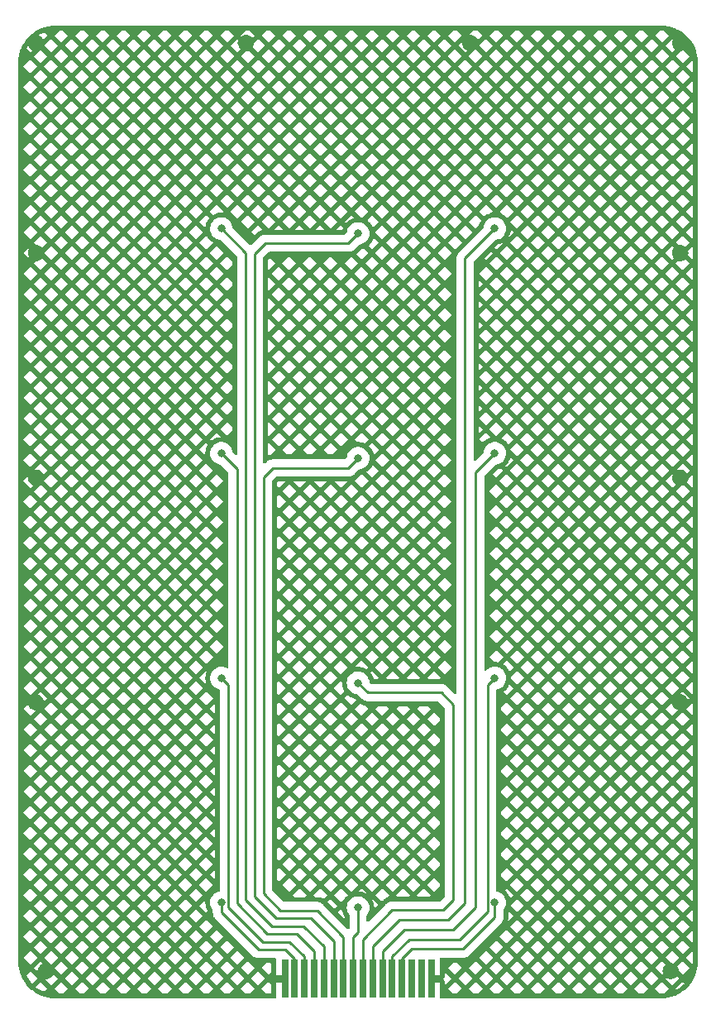
<source format=gbl>
%TF.GenerationSoftware,KiCad,Pcbnew,(7.0.0)*%
%TF.CreationDate,2023-02-28T17:36:58-07:00*%
%TF.ProjectId,keypad,6b657970-6164-42e6-9b69-6361645f7063,rev?*%
%TF.SameCoordinates,Original*%
%TF.FileFunction,Copper,L2,Bot*%
%TF.FilePolarity,Positive*%
%FSLAX46Y46*%
G04 Gerber Fmt 4.6, Leading zero omitted, Abs format (unit mm)*
G04 Created by KiCad (PCBNEW (7.0.0)) date 2023-02-28 17:36:58*
%MOMM*%
%LPD*%
G01*
G04 APERTURE LIST*
%TA.AperFunction,SMDPad,CuDef*%
%ADD10R,0.750000X4.000000*%
%TD*%
%TA.AperFunction,ViaPad*%
%ADD11C,0.800000*%
%TD*%
%TA.AperFunction,Conductor*%
%ADD12C,0.250000*%
%TD*%
G04 APERTURE END LIST*
D10*
%TO.P,J13,1,Pin_1*%
%TO.N,GND*%
X150499999Y-147799999D03*
%TO.P,J13,2,Pin_2*%
%TO.N,unconnected-(J13-Pin_2-Pad2)*%
X149499999Y-147799999D03*
%TO.P,J13,3,Pin_3*%
%TO.N,unconnected-(J13-Pin_3-Pad3)*%
X148499999Y-147799999D03*
%TO.P,J13,4,Pin_4*%
%TO.N,Net-(J12-Pin_1)*%
X147499999Y-147799999D03*
%TO.P,J13,5,Pin_5*%
%TO.N,Net-(J11-Pin_1)*%
X146499999Y-147799999D03*
%TO.P,J13,6,Pin_6*%
%TO.N,Net-(J10-Pin_1)*%
X145499999Y-147799999D03*
%TO.P,J13,7,Pin_7*%
%TO.N,Net-(J13-Pin_7)*%
X144499999Y-147799999D03*
%TO.P,J13,8,Pin_8*%
%TO.N,Net-(J13-Pin_8)*%
X143499999Y-147799999D03*
%TO.P,J13,9,Pin_9*%
%TO.N,Net-(J13-Pin_9)*%
X142499999Y-147799999D03*
%TO.P,J13,10,Pin_10*%
%TO.N,Net-(J13-Pin_10)*%
X141499999Y-147799999D03*
%TO.P,J13,11,Pin_11*%
%TO.N,Net-(J13-Pin_11)*%
X140499999Y-147799999D03*
%TO.P,J13,12,Pin_12*%
%TO.N,Net-(J1-Pin_1)*%
X139499999Y-147799999D03*
%TO.P,J13,13,Pin_13*%
%TO.N,Net-(J13-Pin_13)*%
X138499999Y-147799999D03*
%TO.P,J13,14,Pin_14*%
%TO.N,Net-(J13-Pin_14)*%
X137499999Y-147799999D03*
%TO.P,J13,15,Pin_15*%
%TO.N,Net-(J13-Pin_15)*%
X136499999Y-147799999D03*
%TO.P,J13,16,Pin_16*%
%TO.N,GND*%
X135499999Y-147799999D03*
%TD*%
D11*
%TO.N,Net-(J13-Pin_13)*%
X129000000Y-94000000D03*
%TO.N,Net-(J13-Pin_14)*%
X129000000Y-117000000D03*
%TO.N,Net-(J13-Pin_10)*%
X143000000Y-94500000D03*
%TO.N,Net-(J13-Pin_9)*%
X143000000Y-140500000D03*
%TO.N,Net-(J13-Pin_7)*%
X157000000Y-71000000D03*
%TO.N,Net-(J10-Pin_1)*%
X157000000Y-94000000D03*
%TO.N,Net-(J11-Pin_1)*%
X157000000Y-117000000D03*
%TO.N,Net-(J12-Pin_1)*%
X157000000Y-140000000D03*
%TO.N,Net-(J13-Pin_8)*%
X143000000Y-117500000D03*
%TO.N,Net-(J13-Pin_11)*%
X143000000Y-71500000D03*
%TO.N,GND*%
X110000000Y-73500000D03*
X154500000Y-52000000D03*
X176000000Y-52000000D03*
X176000000Y-73500000D03*
X110000000Y-96500000D03*
X176000000Y-96500000D03*
X110000000Y-52000000D03*
X131500000Y-52000000D03*
X111000000Y-147000000D03*
X110000000Y-119500000D03*
X176000000Y-119500000D03*
X175000000Y-147000000D03*
%TO.N,Net-(J13-Pin_15)*%
X129000000Y-140000000D03*
%TO.N,Net-(J1-Pin_1)*%
X129000000Y-71000000D03*
%TD*%
D12*
%TO.N,Net-(J13-Pin_13)*%
X130600000Y-95600000D02*
X130600000Y-140100000D01*
X130600000Y-140100000D02*
X133700000Y-143200000D01*
X136700000Y-143200000D02*
X138500000Y-145000000D01*
X138500000Y-145000000D02*
X138500000Y-147800000D01*
X133700000Y-143200000D02*
X136700000Y-143200000D01*
X129000000Y-94000000D02*
X130600000Y-95600000D01*
%TO.N,Net-(J13-Pin_14)*%
X136000000Y-144000000D02*
X137500000Y-145500000D01*
X137500000Y-145500000D02*
X137500000Y-147800000D01*
X133250000Y-144000000D02*
X136000000Y-144000000D01*
X129000000Y-117000000D02*
X129725000Y-117725000D01*
X129725000Y-117725000D02*
X129725000Y-140475000D01*
X129725000Y-140475000D02*
X133250000Y-144000000D01*
%TO.N,Net-(J13-Pin_10)*%
X133300000Y-139050000D02*
X135050000Y-140800000D01*
X141500000Y-143500000D02*
X141500000Y-147800000D01*
X142000000Y-95500000D02*
X134250000Y-95500000D01*
X133300000Y-96450000D02*
X133300000Y-139050000D01*
X135050000Y-140800000D02*
X138800000Y-140800000D01*
X138800000Y-140800000D02*
X141500000Y-143500000D01*
X143000000Y-94500000D02*
X142000000Y-95500000D01*
X134250000Y-95500000D02*
X133300000Y-96450000D01*
%TO.N,Net-(J13-Pin_9)*%
X143000000Y-143000000D02*
X142500000Y-143500000D01*
X143000000Y-140500000D02*
X143000000Y-143000000D01*
X142500000Y-143500000D02*
X142500000Y-147800000D01*
%TO.N,Net-(J13-Pin_7)*%
X147193750Y-141750000D02*
X144500000Y-144443750D01*
X153950000Y-140050000D02*
X152250000Y-141750000D01*
X157000000Y-71000000D02*
X153950000Y-74050000D01*
X152250000Y-141750000D02*
X147193750Y-141750000D01*
X144500000Y-144443750D02*
X144500000Y-147800000D01*
X153950000Y-74050000D02*
X153950000Y-140050000D01*
%TO.N,Net-(J10-Pin_1)*%
X155050000Y-95950000D02*
X155050000Y-140450000D01*
X145500000Y-144943750D02*
X145500000Y-147800000D01*
X147693750Y-142750000D02*
X145500000Y-144943750D01*
X157000000Y-94000000D02*
X155050000Y-95950000D01*
X152750000Y-142750000D02*
X147693750Y-142750000D01*
X155050000Y-140450000D02*
X152750000Y-142750000D01*
%TO.N,Net-(J11-Pin_1)*%
X148250000Y-143750000D02*
X146500000Y-145500000D01*
X156250000Y-117750000D02*
X156250000Y-140875000D01*
X146500000Y-145500000D02*
X146500000Y-147800000D01*
X157000000Y-117000000D02*
X156250000Y-117750000D01*
X156250000Y-140875000D02*
X153375000Y-143750000D01*
X153375000Y-143750000D02*
X148250000Y-143750000D01*
%TO.N,Net-(J12-Pin_1)*%
X157000000Y-141500000D02*
X153750000Y-144750000D01*
X153750000Y-144750000D02*
X148525000Y-144750000D01*
X157000000Y-140000000D02*
X157000000Y-141500000D01*
X147500000Y-145775000D02*
X147500000Y-147800000D01*
X148525000Y-144750000D02*
X147500000Y-145775000D01*
%TO.N,Net-(J13-Pin_8)*%
X151500000Y-118500000D02*
X152750000Y-119750000D01*
X143000000Y-117500000D02*
X144000000Y-118500000D01*
X152750000Y-139750000D02*
X151750000Y-140750000D01*
X152750000Y-119750000D02*
X152750000Y-139750000D01*
X146500000Y-140750000D02*
X143500000Y-143750000D01*
X143500000Y-143750000D02*
X143500000Y-147800000D01*
X144000000Y-118500000D02*
X151500000Y-118500000D01*
X151750000Y-140750000D02*
X146500000Y-140750000D01*
%TO.N,Net-(J13-Pin_11)*%
X133500000Y-72500000D02*
X132400000Y-73600000D01*
X134600000Y-141600000D02*
X138168198Y-141600000D01*
X138168198Y-141600000D02*
X140500000Y-143931802D01*
X142000000Y-72500000D02*
X133500000Y-72500000D01*
X132400000Y-73600000D02*
X132400000Y-139400000D01*
X143000000Y-71500000D02*
X142000000Y-72500000D01*
X140500000Y-143931802D02*
X140500000Y-147800000D01*
X132400000Y-139400000D02*
X134600000Y-141600000D01*
%TO.N,Net-(J13-Pin_15)*%
X129000000Y-140000000D02*
X129000000Y-141000000D01*
X129000000Y-141000000D02*
X132800000Y-144800000D01*
X135525000Y-144800000D02*
X136500000Y-145775000D01*
X136500000Y-145775000D02*
X136500000Y-147800000D01*
X132800000Y-144800000D02*
X135525000Y-144800000D01*
%TO.N,Net-(J1-Pin_1)*%
X134150000Y-142400000D02*
X137400000Y-142400000D01*
X131500000Y-73500000D02*
X131500000Y-139750000D01*
X137400000Y-142400000D02*
X139500000Y-144500000D01*
X131500000Y-139750000D02*
X134150000Y-142400000D01*
X139500000Y-144500000D02*
X139500000Y-147800000D01*
X129000000Y-71000000D02*
X131500000Y-73500000D01*
%TD*%
%TA.AperFunction,Conductor*%
%TO.N,GND*%
G36*
X174003093Y-50200651D02*
G01*
X174366239Y-50218492D01*
X174378534Y-50219703D01*
X174735118Y-50272597D01*
X174747245Y-50275009D01*
X174873640Y-50306669D01*
X175096949Y-50362605D01*
X175108757Y-50366187D01*
X175448177Y-50487634D01*
X175459585Y-50492358D01*
X175541066Y-50530896D01*
X175785477Y-50646494D01*
X175796382Y-50652323D01*
X176105582Y-50837650D01*
X176115863Y-50844520D01*
X176405404Y-51059259D01*
X176414962Y-51067103D01*
X176682071Y-51309196D01*
X176690803Y-51317928D01*
X176799714Y-51438093D01*
X176932896Y-51585037D01*
X176940740Y-51594595D01*
X177155479Y-51884136D01*
X177162349Y-51894417D01*
X177347676Y-52203617D01*
X177353505Y-52214522D01*
X177507637Y-52540406D01*
X177512368Y-52551830D01*
X177633807Y-52891227D01*
X177637397Y-52903060D01*
X177724990Y-53252754D01*
X177727402Y-53264881D01*
X177780295Y-53621460D01*
X177781507Y-53633765D01*
X177799348Y-53996906D01*
X177799500Y-54003089D01*
X177799500Y-145996911D01*
X177799348Y-146003094D01*
X177781507Y-146366234D01*
X177780295Y-146378539D01*
X177727402Y-146735118D01*
X177724990Y-146747245D01*
X177637397Y-147096939D01*
X177633807Y-147108772D01*
X177512368Y-147448169D01*
X177507637Y-147459593D01*
X177353505Y-147785477D01*
X177347676Y-147796382D01*
X177162349Y-148105582D01*
X177155479Y-148115863D01*
X176940740Y-148405404D01*
X176932896Y-148414962D01*
X176690809Y-148682065D01*
X176682065Y-148690809D01*
X176414962Y-148932896D01*
X176405404Y-148940740D01*
X176115863Y-149155479D01*
X176105582Y-149162349D01*
X175796382Y-149347676D01*
X175785477Y-149353505D01*
X175459593Y-149507637D01*
X175448169Y-149512368D01*
X175108772Y-149633807D01*
X175096939Y-149637397D01*
X174747245Y-149724990D01*
X174735118Y-149727402D01*
X174378539Y-149780295D01*
X174366234Y-149781507D01*
X174003094Y-149799348D01*
X173996911Y-149799500D01*
X151509000Y-149799500D01*
X151446000Y-149782619D01*
X151399881Y-149736500D01*
X151383000Y-149673500D01*
X151383000Y-148790368D01*
X152200065Y-148790368D01*
X152711197Y-149301500D01*
X153105977Y-149301500D01*
X153617109Y-148790368D01*
X154321386Y-148790368D01*
X154832518Y-149301500D01*
X155227298Y-149301500D01*
X155738430Y-148790368D01*
X156442706Y-148790368D01*
X156953838Y-149301500D01*
X157348618Y-149301500D01*
X157859750Y-148790368D01*
X158564026Y-148790368D01*
X159075158Y-149301500D01*
X159469938Y-149301500D01*
X159981070Y-148790368D01*
X160685347Y-148790368D01*
X161196479Y-149301500D01*
X161591259Y-149301500D01*
X162102391Y-148790368D01*
X162806667Y-148790368D01*
X163317799Y-149301500D01*
X163712579Y-149301500D01*
X164223711Y-148790368D01*
X164927987Y-148790368D01*
X165439119Y-149301500D01*
X165833899Y-149301500D01*
X166345031Y-148790368D01*
X167049308Y-148790368D01*
X167560440Y-149301500D01*
X167955220Y-149301500D01*
X168466352Y-148790368D01*
X169170628Y-148790368D01*
X169681760Y-149301500D01*
X170076540Y-149301500D01*
X170587672Y-148790368D01*
X171291949Y-148790368D01*
X171803081Y-149301500D01*
X172197860Y-149301500D01*
X172708992Y-148790368D01*
X173413269Y-148790368D01*
X173924401Y-149301500D01*
X173987776Y-149301500D01*
X174323551Y-149285002D01*
X174337788Y-149282890D01*
X174830311Y-148790368D01*
X175534589Y-148790368D01*
X175618131Y-148873910D01*
X175833883Y-148744594D01*
X176094069Y-148551627D01*
X176334087Y-148334088D01*
X176410758Y-148249493D01*
X176243111Y-148081846D01*
X175534589Y-148790368D01*
X174830311Y-148790368D01*
X174830312Y-148790367D01*
X174121791Y-148081846D01*
X173413269Y-148790368D01*
X172708992Y-148790368D01*
X172000470Y-148081846D01*
X171291949Y-148790368D01*
X170587672Y-148790368D01*
X169879150Y-148081846D01*
X169170628Y-148790368D01*
X168466352Y-148790368D01*
X167757830Y-148081846D01*
X167049308Y-148790368D01*
X166345031Y-148790368D01*
X165636509Y-148081846D01*
X164927987Y-148790368D01*
X164223711Y-148790368D01*
X163515189Y-148081846D01*
X162806667Y-148790368D01*
X162102391Y-148790368D01*
X161393869Y-148081846D01*
X160685347Y-148790368D01*
X159981070Y-148790368D01*
X159272548Y-148081846D01*
X158564026Y-148790368D01*
X157859750Y-148790368D01*
X157151228Y-148081846D01*
X156442706Y-148790368D01*
X155738430Y-148790368D01*
X155029908Y-148081846D01*
X154321386Y-148790368D01*
X153617109Y-148790368D01*
X152908587Y-148081846D01*
X152200065Y-148790368D01*
X151383000Y-148790368D01*
X151383000Y-148191590D01*
X151379493Y-148178506D01*
X151366410Y-148175000D01*
X150751500Y-148175000D01*
X150688500Y-148158119D01*
X150642381Y-148112000D01*
X150625500Y-148049000D01*
X150625500Y-147800000D01*
X151705806Y-147800000D01*
X151709043Y-147802838D01*
X151755162Y-147848957D01*
X151766029Y-147861348D01*
X151805123Y-147912296D01*
X151821569Y-147940781D01*
X151846145Y-148000111D01*
X151851444Y-148015718D01*
X151868325Y-148078718D01*
X151871540Y-148094884D01*
X151879922Y-148158554D01*
X151881000Y-148175000D01*
X151881000Y-148405155D01*
X152556447Y-147729708D01*
X153260726Y-147729708D01*
X153969246Y-148438228D01*
X154677768Y-147729707D01*
X155382046Y-147729707D01*
X156090568Y-148438228D01*
X156799089Y-147729707D01*
X157503366Y-147729707D01*
X158211888Y-148438228D01*
X158920409Y-147729707D01*
X159624687Y-147729707D01*
X160333209Y-148438228D01*
X161041729Y-147729708D01*
X161041728Y-147729707D01*
X161746007Y-147729707D01*
X162454529Y-148438228D01*
X163163050Y-147729707D01*
X163867327Y-147729707D01*
X164575849Y-148438228D01*
X165284370Y-147729707D01*
X165988648Y-147729707D01*
X166697170Y-148438228D01*
X167405690Y-147729708D01*
X167405689Y-147729707D01*
X168109968Y-147729707D01*
X168818490Y-148438228D01*
X169527011Y-147729707D01*
X170231288Y-147729707D01*
X170939810Y-148438228D01*
X171648331Y-147729707D01*
X172352609Y-147729707D01*
X173061131Y-148438228D01*
X173769651Y-147729708D01*
X173769650Y-147729707D01*
X174473929Y-147729707D01*
X175182451Y-148438228D01*
X175890972Y-147729707D01*
X175659652Y-147498387D01*
X175631502Y-147539171D01*
X175611360Y-147561907D01*
X175484120Y-147674632D01*
X175459121Y-147691888D01*
X175308601Y-147770886D01*
X175280200Y-147781657D01*
X175115149Y-147822339D01*
X175084995Y-147826000D01*
X174915005Y-147826000D01*
X174884851Y-147822339D01*
X174719800Y-147781657D01*
X174691399Y-147770886D01*
X174540879Y-147691888D01*
X174523645Y-147679991D01*
X174473929Y-147729707D01*
X173769650Y-147729707D01*
X173061130Y-147021186D01*
X172352609Y-147729707D01*
X171648331Y-147729707D01*
X170939810Y-147021186D01*
X170231288Y-147729707D01*
X169527011Y-147729707D01*
X168818490Y-147021186D01*
X168109968Y-147729707D01*
X167405689Y-147729707D01*
X166697169Y-147021186D01*
X165988648Y-147729707D01*
X165284370Y-147729707D01*
X164575849Y-147021186D01*
X163867327Y-147729707D01*
X163163050Y-147729707D01*
X162454529Y-147021186D01*
X161746007Y-147729707D01*
X161041728Y-147729707D01*
X160333208Y-147021186D01*
X159624687Y-147729707D01*
X158920409Y-147729707D01*
X158211888Y-147021186D01*
X157503366Y-147729707D01*
X156799089Y-147729707D01*
X156090568Y-147021186D01*
X155382046Y-147729707D01*
X154677768Y-147729707D01*
X153969247Y-147021186D01*
X153260726Y-147729708D01*
X152556447Y-147729708D01*
X152556448Y-147729707D01*
X151881000Y-147054259D01*
X151881000Y-147425000D01*
X151879922Y-147441446D01*
X151871540Y-147505116D01*
X151868325Y-147521282D01*
X151851444Y-147584282D01*
X151846145Y-147599889D01*
X151821569Y-147659219D01*
X151805123Y-147687704D01*
X151766029Y-147738652D01*
X151755162Y-147751043D01*
X151709043Y-147797162D01*
X151705806Y-147800000D01*
X150625500Y-147800000D01*
X150625499Y-147550998D01*
X150642380Y-147488000D01*
X150688499Y-147441881D01*
X150751499Y-147425000D01*
X151366410Y-147425000D01*
X151379493Y-147421493D01*
X151383000Y-147408410D01*
X151383000Y-146669047D01*
X152200065Y-146669047D01*
X152908587Y-147377569D01*
X153617109Y-146669047D01*
X154321386Y-146669047D01*
X155029908Y-147377569D01*
X155738430Y-146669047D01*
X156442706Y-146669047D01*
X157151228Y-147377569D01*
X157859750Y-146669047D01*
X158564026Y-146669047D01*
X159272548Y-147377569D01*
X159981070Y-146669047D01*
X160685347Y-146669047D01*
X161393869Y-147377569D01*
X162102391Y-146669047D01*
X162806667Y-146669047D01*
X163515189Y-147377569D01*
X164223711Y-146669047D01*
X164927987Y-146669047D01*
X165636509Y-147377569D01*
X166345031Y-146669047D01*
X167049308Y-146669047D01*
X167757830Y-147377569D01*
X168466352Y-146669047D01*
X169170628Y-146669047D01*
X169879150Y-147377569D01*
X170587672Y-146669047D01*
X171291949Y-146669047D01*
X172000470Y-147377568D01*
X172708992Y-146669047D01*
X173413269Y-146669047D01*
X174121790Y-147377568D01*
X174221841Y-147277516D01*
X174197537Y-147213431D01*
X174190268Y-147183939D01*
X174169778Y-147015188D01*
X174169778Y-146984812D01*
X174190268Y-146816061D01*
X174197537Y-146786568D01*
X174257817Y-146627624D01*
X174271933Y-146600729D01*
X174323045Y-146526680D01*
X175676955Y-146526680D01*
X175728067Y-146600729D01*
X175742183Y-146627624D01*
X175802463Y-146786568D01*
X175809732Y-146816061D01*
X175827439Y-146961897D01*
X176243111Y-147377569D01*
X176951633Y-146669047D01*
X176243111Y-145960525D01*
X175676955Y-146526680D01*
X174323045Y-146526680D01*
X174368498Y-146460829D01*
X174388640Y-146438093D01*
X174500372Y-146339106D01*
X174121791Y-145960525D01*
X173413269Y-146669047D01*
X172708992Y-146669047D01*
X172000470Y-145960525D01*
X171291949Y-146669047D01*
X170587672Y-146669047D01*
X169879150Y-145960525D01*
X169170628Y-146669047D01*
X168466352Y-146669047D01*
X167757830Y-145960525D01*
X167049308Y-146669047D01*
X166345031Y-146669047D01*
X165636509Y-145960525D01*
X164927987Y-146669047D01*
X164223711Y-146669047D01*
X163515189Y-145960525D01*
X162806667Y-146669047D01*
X162102391Y-146669047D01*
X161393869Y-145960525D01*
X160685347Y-146669047D01*
X159981070Y-146669047D01*
X159272548Y-145960525D01*
X158564026Y-146669047D01*
X157859750Y-146669047D01*
X157151228Y-145960525D01*
X156442706Y-146669047D01*
X155738430Y-146669047D01*
X155029908Y-145960525D01*
X154321386Y-146669047D01*
X153617109Y-146669047D01*
X153071562Y-146123500D01*
X152745612Y-146123500D01*
X152200065Y-146669047D01*
X151383000Y-146669047D01*
X151383000Y-145751500D01*
X151399881Y-145688500D01*
X151446000Y-145642381D01*
X151509000Y-145625500D01*
X153709303Y-145625500D01*
X153719528Y-145625915D01*
X153773848Y-145630339D01*
X153854774Y-145619312D01*
X153858073Y-145618907D01*
X153939316Y-145610073D01*
X153944319Y-145608387D01*
X155382046Y-145608387D01*
X156090568Y-146316909D01*
X156799090Y-145608387D01*
X157503366Y-145608387D01*
X158211888Y-146316909D01*
X158920410Y-145608387D01*
X159624687Y-145608387D01*
X160333208Y-146316908D01*
X161041728Y-145608387D01*
X161746007Y-145608387D01*
X162454529Y-146316909D01*
X163163051Y-145608387D01*
X163867327Y-145608387D01*
X164575849Y-146316909D01*
X165284371Y-145608387D01*
X165988648Y-145608387D01*
X166697169Y-146316908D01*
X167405689Y-145608387D01*
X168109968Y-145608387D01*
X168818490Y-146316909D01*
X169527012Y-145608387D01*
X170231288Y-145608387D01*
X170939810Y-146316909D01*
X171648332Y-145608387D01*
X172352609Y-145608387D01*
X173061130Y-146316908D01*
X173769650Y-145608387D01*
X174473929Y-145608387D01*
X175039542Y-146174000D01*
X175084995Y-146174000D01*
X175115149Y-146177661D01*
X175280200Y-146218343D01*
X175280790Y-146218567D01*
X175890971Y-145608387D01*
X176595249Y-145608387D01*
X177286192Y-146299330D01*
X177301500Y-145987776D01*
X177301500Y-144902136D01*
X176595249Y-145608387D01*
X175890971Y-145608387D01*
X175890972Y-145608386D01*
X175182451Y-144899865D01*
X174473929Y-145608387D01*
X173769650Y-145608387D01*
X173769651Y-145608386D01*
X173061130Y-144899865D01*
X172352609Y-145608387D01*
X171648332Y-145608387D01*
X170939810Y-144899865D01*
X170231288Y-145608387D01*
X169527012Y-145608387D01*
X168818490Y-144899865D01*
X168109968Y-145608387D01*
X167405689Y-145608387D01*
X167405690Y-145608386D01*
X166697169Y-144899865D01*
X165988648Y-145608387D01*
X165284371Y-145608387D01*
X164575849Y-144899865D01*
X163867327Y-145608387D01*
X163163051Y-145608387D01*
X162454529Y-144899865D01*
X161746007Y-145608387D01*
X161041728Y-145608387D01*
X161041729Y-145608386D01*
X160333208Y-144899865D01*
X159624687Y-145608387D01*
X158920410Y-145608387D01*
X158211888Y-144899865D01*
X157503366Y-145608387D01*
X156799090Y-145608387D01*
X156090568Y-144899865D01*
X155382046Y-145608387D01*
X153944319Y-145608387D01*
X153945794Y-145607890D01*
X153950814Y-145606785D01*
X153955766Y-145605553D01*
X153962537Y-145604631D01*
X154039246Y-145576448D01*
X154042341Y-145575358D01*
X154119780Y-145549267D01*
X154125647Y-145545736D01*
X154130331Y-145543569D01*
X154134865Y-145541320D01*
X154141288Y-145538961D01*
X154210102Y-145494975D01*
X154212984Y-145493188D01*
X154277094Y-145454615D01*
X154277095Y-145454613D01*
X154282954Y-145451089D01*
X154287921Y-145446383D01*
X154291969Y-145443306D01*
X154295968Y-145440091D01*
X154301744Y-145436400D01*
X154359536Y-145378606D01*
X154361906Y-145376300D01*
X154421207Y-145320129D01*
X154425045Y-145314466D01*
X154429458Y-145309272D01*
X154436387Y-145301755D01*
X155190415Y-144547727D01*
X156442706Y-144547727D01*
X157151228Y-145256249D01*
X157859750Y-144547727D01*
X158564026Y-144547727D01*
X159272548Y-145256249D01*
X159981070Y-144547727D01*
X160685347Y-144547727D01*
X161393869Y-145256249D01*
X162102391Y-144547727D01*
X162806667Y-144547727D01*
X163515189Y-145256249D01*
X164223711Y-144547727D01*
X164927987Y-144547727D01*
X165636509Y-145256249D01*
X166345031Y-144547727D01*
X167049308Y-144547727D01*
X167757830Y-145256249D01*
X168466352Y-144547727D01*
X169170628Y-144547727D01*
X169879150Y-145256249D01*
X170587672Y-144547727D01*
X171291949Y-144547727D01*
X172000470Y-145256248D01*
X172708992Y-144547727D01*
X173413269Y-144547727D01*
X174121791Y-145256249D01*
X174830313Y-144547727D01*
X175534589Y-144547727D01*
X176243111Y-145256249D01*
X176951633Y-144547727D01*
X176243111Y-143839205D01*
X175534589Y-144547727D01*
X174830313Y-144547727D01*
X174121791Y-143839205D01*
X173413269Y-144547727D01*
X172708992Y-144547727D01*
X172000470Y-143839205D01*
X171291949Y-144547727D01*
X170587672Y-144547727D01*
X169879150Y-143839205D01*
X169170628Y-144547727D01*
X168466352Y-144547727D01*
X167757830Y-143839205D01*
X167049308Y-144547727D01*
X166345031Y-144547727D01*
X165636509Y-143839205D01*
X164927987Y-144547727D01*
X164223711Y-144547727D01*
X163515189Y-143839205D01*
X162806667Y-144547727D01*
X162102391Y-144547727D01*
X161393869Y-143839205D01*
X160685347Y-144547727D01*
X159981070Y-144547727D01*
X159272548Y-143839205D01*
X158564026Y-144547727D01*
X157859750Y-144547727D01*
X157151228Y-143839205D01*
X156442706Y-144547727D01*
X155190415Y-144547727D01*
X156251075Y-143487067D01*
X157503366Y-143487067D01*
X158211888Y-144195589D01*
X158920410Y-143487067D01*
X159624687Y-143487067D01*
X160333208Y-144195588D01*
X161041729Y-143487067D01*
X161746007Y-143487067D01*
X162454529Y-144195589D01*
X163163051Y-143487067D01*
X163867327Y-143487067D01*
X164575849Y-144195589D01*
X165284371Y-143487067D01*
X165988648Y-143487067D01*
X166697169Y-144195588D01*
X167405690Y-143487067D01*
X168109968Y-143487067D01*
X168818490Y-144195589D01*
X169527012Y-143487067D01*
X170231288Y-143487067D01*
X170939810Y-144195589D01*
X171648332Y-143487067D01*
X172352609Y-143487067D01*
X173061130Y-144195588D01*
X173769651Y-143487067D01*
X174473929Y-143487067D01*
X175182451Y-144195589D01*
X175890973Y-143487067D01*
X176595249Y-143487067D01*
X177301500Y-144193318D01*
X177301500Y-142780816D01*
X176595249Y-143487067D01*
X175890973Y-143487067D01*
X175182451Y-142778545D01*
X174473929Y-143487067D01*
X173769651Y-143487067D01*
X173061130Y-142778545D01*
X172352609Y-143487067D01*
X171648332Y-143487067D01*
X170939810Y-142778545D01*
X170231288Y-143487067D01*
X169527012Y-143487067D01*
X168818490Y-142778545D01*
X168109968Y-143487067D01*
X167405690Y-143487067D01*
X166697169Y-142778545D01*
X165988648Y-143487067D01*
X165284371Y-143487067D01*
X164575849Y-142778545D01*
X163867327Y-143487067D01*
X163163051Y-143487067D01*
X162454529Y-142778545D01*
X161746007Y-143487067D01*
X161041729Y-143487067D01*
X160333208Y-142778545D01*
X159624687Y-143487067D01*
X158920410Y-143487067D01*
X158211888Y-142778545D01*
X157503366Y-143487067D01*
X156251075Y-143487067D01*
X157311735Y-142426407D01*
X158564026Y-142426407D01*
X159272548Y-143134929D01*
X159981070Y-142426407D01*
X160685347Y-142426407D01*
X161393869Y-143134929D01*
X162102391Y-142426407D01*
X162806667Y-142426407D01*
X163515189Y-143134929D01*
X164223711Y-142426407D01*
X164927987Y-142426407D01*
X165636509Y-143134929D01*
X166345031Y-142426407D01*
X167049308Y-142426407D01*
X167757830Y-143134929D01*
X168466352Y-142426407D01*
X169170628Y-142426407D01*
X169879150Y-143134929D01*
X170587672Y-142426407D01*
X170587671Y-142426406D01*
X171291949Y-142426406D01*
X172000470Y-143134928D01*
X172708992Y-142426407D01*
X173413269Y-142426407D01*
X174121791Y-143134929D01*
X174830313Y-142426407D01*
X175534589Y-142426407D01*
X176243111Y-143134929D01*
X176951633Y-142426407D01*
X176243111Y-141717885D01*
X175534589Y-142426407D01*
X174830313Y-142426407D01*
X174121791Y-141717885D01*
X173413269Y-142426407D01*
X172708992Y-142426407D01*
X172000470Y-141717885D01*
X171291949Y-142426406D01*
X170587671Y-142426406D01*
X169879150Y-141717885D01*
X169170628Y-142426407D01*
X168466352Y-142426407D01*
X167757830Y-141717885D01*
X167049308Y-142426407D01*
X166345031Y-142426407D01*
X165636509Y-141717885D01*
X164927987Y-142426407D01*
X164223711Y-142426407D01*
X163515189Y-141717885D01*
X162806667Y-142426407D01*
X162102391Y-142426407D01*
X161393869Y-141717885D01*
X160685347Y-142426407D01*
X159981070Y-142426407D01*
X159272548Y-141717885D01*
X158564026Y-142426407D01*
X157311735Y-142426407D01*
X157590294Y-142147848D01*
X157597793Y-142140934D01*
X157639357Y-142105631D01*
X157688777Y-142040617D01*
X157690883Y-142037925D01*
X157717939Y-142004267D01*
X158281887Y-142004267D01*
X158920409Y-141365746D01*
X159624687Y-141365746D01*
X160333209Y-142074267D01*
X161041729Y-141365747D01*
X161041728Y-141365746D01*
X161746007Y-141365746D01*
X162454529Y-142074267D01*
X163163050Y-141365746D01*
X163867327Y-141365746D01*
X164575849Y-142074267D01*
X165284370Y-141365746D01*
X165988648Y-141365746D01*
X166697170Y-142074267D01*
X167405690Y-141365747D01*
X167405689Y-141365746D01*
X168109968Y-141365746D01*
X168818490Y-142074267D01*
X169527011Y-141365746D01*
X170231288Y-141365746D01*
X170939810Y-142074267D01*
X171648331Y-141365746D01*
X172352609Y-141365746D01*
X173061131Y-142074267D01*
X173769651Y-141365747D01*
X173769650Y-141365746D01*
X174473929Y-141365746D01*
X175182451Y-142074267D01*
X175890972Y-141365746D01*
X176595249Y-141365746D01*
X177301500Y-142071996D01*
X177301500Y-140659496D01*
X176595249Y-141365746D01*
X175890972Y-141365746D01*
X175182451Y-140657225D01*
X174473929Y-141365746D01*
X173769650Y-141365746D01*
X173061130Y-140657225D01*
X172352609Y-141365746D01*
X171648331Y-141365746D01*
X170939810Y-140657225D01*
X170231288Y-141365746D01*
X169527011Y-141365746D01*
X168818490Y-140657225D01*
X168109968Y-141365746D01*
X167405689Y-141365746D01*
X166697169Y-140657225D01*
X165988648Y-141365746D01*
X165284370Y-141365746D01*
X164575849Y-140657225D01*
X163867327Y-141365746D01*
X163163050Y-141365746D01*
X162454529Y-140657225D01*
X161746007Y-141365746D01*
X161041728Y-141365746D01*
X160333208Y-140657225D01*
X159624687Y-141365746D01*
X158920409Y-141365746D01*
X158412724Y-140858061D01*
X158411434Y-140860258D01*
X158399193Y-140880027D01*
X158396013Y-140884907D01*
X158383173Y-140903649D01*
X158379777Y-140908368D01*
X158373500Y-140916680D01*
X158373500Y-141389670D01*
X158374483Y-141401739D01*
X158374853Y-141408553D01*
X158375575Y-141435186D01*
X158375575Y-141442013D01*
X158373500Y-141518608D01*
X158373500Y-141595216D01*
X158373315Y-141602040D01*
X158371872Y-141628645D01*
X158371318Y-141635448D01*
X158368372Y-141662528D01*
X158368060Y-141663330D01*
X158368014Y-141664019D01*
X158367148Y-141672521D01*
X158363469Y-141699522D01*
X158362365Y-141706259D01*
X158357344Y-141732421D01*
X158355877Y-141739085D01*
X158337394Y-141813397D01*
X158320921Y-141888244D01*
X158319272Y-141894875D01*
X158312140Y-141920558D01*
X158310136Y-141927083D01*
X158301438Y-141952893D01*
X158300133Y-141954854D01*
X158298100Y-141962377D01*
X158288703Y-141987956D01*
X158286177Y-141994296D01*
X158281887Y-142004267D01*
X157717939Y-142004267D01*
X157737742Y-141979631D01*
X157742030Y-141974297D01*
X157745074Y-141968156D01*
X157747869Y-141963784D01*
X157750463Y-141959471D01*
X157754602Y-141954029D01*
X157788902Y-141879888D01*
X157790346Y-141876874D01*
X157826641Y-141803693D01*
X157828289Y-141797063D01*
X157830039Y-141792301D01*
X157831687Y-141787409D01*
X157834562Y-141781197D01*
X157852142Y-141701324D01*
X157852873Y-141698206D01*
X157872600Y-141618889D01*
X157872784Y-141612057D01*
X157873474Y-141607001D01*
X157874029Y-141601895D01*
X157875500Y-141595216D01*
X157875500Y-141513554D01*
X157875546Y-141510142D01*
X157877572Y-141435354D01*
X157877757Y-141428527D01*
X157876469Y-141421816D01*
X157875916Y-141415023D01*
X157875500Y-141404794D01*
X157875500Y-140791998D01*
X157882032Y-140751956D01*
X157900948Y-140716068D01*
X157982366Y-140608255D01*
X158077405Y-140417389D01*
X158095382Y-140354208D01*
X158613148Y-140354208D01*
X159272548Y-141013608D01*
X159981070Y-140305086D01*
X160685347Y-140305086D01*
X161393869Y-141013608D01*
X162102391Y-140305086D01*
X162806667Y-140305086D01*
X163515189Y-141013608D01*
X164223711Y-140305086D01*
X164927987Y-140305086D01*
X165636509Y-141013608D01*
X166345031Y-140305086D01*
X167049308Y-140305086D01*
X167757830Y-141013608D01*
X168466352Y-140305086D01*
X169170628Y-140305086D01*
X169879150Y-141013608D01*
X170587672Y-140305086D01*
X171291949Y-140305086D01*
X172000470Y-141013607D01*
X172708992Y-140305086D01*
X173413269Y-140305086D01*
X174121791Y-141013608D01*
X174830313Y-140305086D01*
X175534589Y-140305086D01*
X176243111Y-141013608D01*
X176951633Y-140305086D01*
X176243111Y-139596564D01*
X175534589Y-140305086D01*
X174830313Y-140305086D01*
X174121791Y-139596564D01*
X173413269Y-140305086D01*
X172708992Y-140305086D01*
X172000470Y-139596564D01*
X171291949Y-140305086D01*
X170587672Y-140305086D01*
X169879150Y-139596564D01*
X169170628Y-140305086D01*
X168466352Y-140305086D01*
X167757830Y-139596564D01*
X167049308Y-140305086D01*
X166345031Y-140305086D01*
X165636509Y-139596564D01*
X164927987Y-140305086D01*
X164223711Y-140305086D01*
X163515189Y-139596564D01*
X162806667Y-140305086D01*
X162102391Y-140305086D01*
X161393869Y-139596564D01*
X160685347Y-140305086D01*
X159981070Y-140305086D01*
X159272548Y-139596564D01*
X158633754Y-140235357D01*
X158631633Y-140258258D01*
X158630961Y-140264048D01*
X158627820Y-140286557D01*
X158626883Y-140292298D01*
X158622610Y-140315154D01*
X158621410Y-140320845D01*
X158616209Y-140342960D01*
X158614745Y-140348597D01*
X158613148Y-140354208D01*
X158095382Y-140354208D01*
X158135756Y-140212310D01*
X158155429Y-140000000D01*
X158135756Y-139787690D01*
X158077405Y-139582611D01*
X158073556Y-139574882D01*
X158005216Y-139437634D01*
X157982366Y-139391745D01*
X157978552Y-139386695D01*
X157871114Y-139244425D01*
X157853872Y-139221593D01*
X157849568Y-139217670D01*
X157849566Y-139217667D01*
X157700605Y-139081870D01*
X157700600Y-139081866D01*
X157696302Y-139077948D01*
X157638721Y-139042295D01*
X157519975Y-138968770D01*
X157519969Y-138968767D01*
X157515019Y-138965702D01*
X157509592Y-138963599D01*
X157509585Y-138963596D01*
X157321627Y-138890782D01*
X157321625Y-138890781D01*
X157316198Y-138888679D01*
X157310484Y-138887610D01*
X157310474Y-138887608D01*
X157240979Y-138874618D01*
X157228347Y-138872256D01*
X157175568Y-138848952D01*
X157138709Y-138804565D01*
X157125500Y-138748402D01*
X157125500Y-138712814D01*
X158034977Y-138712814D01*
X158189374Y-138853567D01*
X158193586Y-138857589D01*
X158209654Y-138873658D01*
X158213672Y-138877866D01*
X158229336Y-138895049D01*
X158233155Y-138899438D01*
X158247669Y-138916916D01*
X158251284Y-138921480D01*
X158379778Y-139091632D01*
X158383177Y-139096355D01*
X158396016Y-139115097D01*
X158399193Y-139119973D01*
X158411434Y-139139742D01*
X158414384Y-139144762D01*
X158425444Y-139164618D01*
X158428159Y-139169768D01*
X158523198Y-139360634D01*
X158525673Y-139365907D01*
X158534851Y-139386695D01*
X158537077Y-139392070D01*
X158545476Y-139413751D01*
X158547452Y-139419223D01*
X158554672Y-139440764D01*
X158556394Y-139446325D01*
X158592303Y-139572530D01*
X158920408Y-139244426D01*
X159624687Y-139244426D01*
X160333208Y-139952947D01*
X161041729Y-139244426D01*
X161746007Y-139244426D01*
X162454529Y-139952948D01*
X163163051Y-139244426D01*
X163867327Y-139244426D01*
X164575849Y-139952948D01*
X165284371Y-139244426D01*
X165988648Y-139244426D01*
X166697169Y-139952947D01*
X167405690Y-139244426D01*
X168109968Y-139244426D01*
X168818490Y-139952948D01*
X169527012Y-139244426D01*
X170231288Y-139244426D01*
X170939810Y-139952948D01*
X171648332Y-139244426D01*
X172352609Y-139244426D01*
X173061130Y-139952947D01*
X173769651Y-139244426D01*
X174473929Y-139244426D01*
X175182451Y-139952948D01*
X175890973Y-139244426D01*
X176595249Y-139244426D01*
X177301500Y-139950677D01*
X177301500Y-138538175D01*
X176595249Y-139244426D01*
X175890973Y-139244426D01*
X175182451Y-138535904D01*
X174473929Y-139244426D01*
X173769651Y-139244426D01*
X173061130Y-138535904D01*
X172352609Y-139244426D01*
X171648332Y-139244426D01*
X170939810Y-138535904D01*
X170231288Y-139244426D01*
X169527012Y-139244426D01*
X168818490Y-138535904D01*
X168109968Y-139244426D01*
X167405690Y-139244426D01*
X166697169Y-138535904D01*
X165988648Y-139244426D01*
X165284371Y-139244426D01*
X164575849Y-138535904D01*
X163867327Y-139244426D01*
X163163051Y-139244426D01*
X162454529Y-138535904D01*
X161746007Y-139244426D01*
X161041729Y-139244426D01*
X160333208Y-138535904D01*
X159624687Y-139244426D01*
X158920408Y-139244426D01*
X158920409Y-139244425D01*
X158211888Y-138535904D01*
X158034977Y-138712814D01*
X157125500Y-138712814D01*
X157125500Y-138183766D01*
X158564026Y-138183766D01*
X159272548Y-138892288D01*
X159981070Y-138183766D01*
X160685347Y-138183766D01*
X161393869Y-138892288D01*
X162102391Y-138183766D01*
X162806667Y-138183766D01*
X163515189Y-138892288D01*
X164223711Y-138183766D01*
X164927987Y-138183766D01*
X165636509Y-138892288D01*
X166345031Y-138183766D01*
X167049308Y-138183766D01*
X167757830Y-138892288D01*
X168466352Y-138183766D01*
X169170628Y-138183766D01*
X169879150Y-138892288D01*
X170587672Y-138183766D01*
X170587671Y-138183765D01*
X171291949Y-138183765D01*
X172000470Y-138892287D01*
X172708992Y-138183766D01*
X173413269Y-138183766D01*
X174121791Y-138892288D01*
X174830313Y-138183766D01*
X175534589Y-138183766D01*
X176243111Y-138892288D01*
X176951633Y-138183766D01*
X176243111Y-137475244D01*
X175534589Y-138183766D01*
X174830313Y-138183766D01*
X174121791Y-137475244D01*
X173413269Y-138183766D01*
X172708992Y-138183766D01*
X172000470Y-137475244D01*
X171291949Y-138183765D01*
X170587671Y-138183765D01*
X169879150Y-137475244D01*
X169170628Y-138183766D01*
X168466352Y-138183766D01*
X167757830Y-137475244D01*
X167049308Y-138183766D01*
X166345031Y-138183766D01*
X165636509Y-137475244D01*
X164927987Y-138183766D01*
X164223711Y-138183766D01*
X163515189Y-137475244D01*
X162806667Y-138183766D01*
X162102391Y-138183766D01*
X161393869Y-137475244D01*
X160685347Y-138183766D01*
X159981070Y-138183766D01*
X159272548Y-137475244D01*
X158564026Y-138183766D01*
X157125500Y-138183766D01*
X157125500Y-137243240D01*
X157623500Y-137243240D01*
X158211888Y-137831628D01*
X158920410Y-137123106D01*
X159624687Y-137123106D01*
X160333208Y-137831627D01*
X161041729Y-137123106D01*
X161746007Y-137123106D01*
X162454529Y-137831628D01*
X163163051Y-137123106D01*
X163867327Y-137123106D01*
X164575849Y-137831628D01*
X165284371Y-137123106D01*
X165988648Y-137123106D01*
X166697169Y-137831627D01*
X167405690Y-137123106D01*
X168109968Y-137123106D01*
X168818490Y-137831628D01*
X169527012Y-137123106D01*
X170231288Y-137123106D01*
X170939810Y-137831628D01*
X171648332Y-137123106D01*
X172352609Y-137123106D01*
X173061130Y-137831627D01*
X173769651Y-137123106D01*
X174473929Y-137123106D01*
X175182451Y-137831628D01*
X175890973Y-137123106D01*
X176595249Y-137123106D01*
X177301500Y-137829357D01*
X177301500Y-136416855D01*
X176595249Y-137123106D01*
X175890973Y-137123106D01*
X175182451Y-136414584D01*
X174473929Y-137123106D01*
X173769651Y-137123106D01*
X173061130Y-136414584D01*
X172352609Y-137123106D01*
X171648332Y-137123106D01*
X170939810Y-136414584D01*
X170231288Y-137123106D01*
X169527012Y-137123106D01*
X168818490Y-136414584D01*
X168109968Y-137123106D01*
X167405690Y-137123106D01*
X166697169Y-136414584D01*
X165988648Y-137123106D01*
X165284371Y-137123106D01*
X164575849Y-136414584D01*
X163867327Y-137123106D01*
X163163051Y-137123106D01*
X162454529Y-136414584D01*
X161746007Y-137123106D01*
X161041729Y-137123106D01*
X160333208Y-136414584D01*
X159624687Y-137123106D01*
X158920410Y-137123106D01*
X158211888Y-136414584D01*
X157623500Y-137002972D01*
X157623500Y-137243240D01*
X157125500Y-137243240D01*
X157125500Y-136062446D01*
X158564026Y-136062446D01*
X159272548Y-136770968D01*
X159981070Y-136062446D01*
X160685347Y-136062446D01*
X161393869Y-136770968D01*
X162102391Y-136062446D01*
X162806667Y-136062446D01*
X163515189Y-136770968D01*
X164223711Y-136062446D01*
X164927987Y-136062446D01*
X165636509Y-136770968D01*
X166345031Y-136062446D01*
X167049308Y-136062446D01*
X167757830Y-136770968D01*
X168466352Y-136062446D01*
X169170628Y-136062446D01*
X169879150Y-136770968D01*
X170587672Y-136062446D01*
X171291949Y-136062446D01*
X172000470Y-136770967D01*
X172708992Y-136062446D01*
X173413269Y-136062446D01*
X174121791Y-136770968D01*
X174830313Y-136062446D01*
X175534589Y-136062446D01*
X176243111Y-136770968D01*
X176951633Y-136062446D01*
X176243111Y-135353924D01*
X175534589Y-136062446D01*
X174830313Y-136062446D01*
X174121791Y-135353924D01*
X173413269Y-136062446D01*
X172708992Y-136062446D01*
X172000470Y-135353924D01*
X171291949Y-136062446D01*
X170587672Y-136062446D01*
X169879150Y-135353924D01*
X169170628Y-136062446D01*
X168466352Y-136062446D01*
X167757830Y-135353924D01*
X167049308Y-136062446D01*
X166345031Y-136062446D01*
X165636509Y-135353924D01*
X164927987Y-136062446D01*
X164223711Y-136062446D01*
X163515189Y-135353924D01*
X162806667Y-136062446D01*
X162102391Y-136062446D01*
X161393869Y-135353924D01*
X160685347Y-136062446D01*
X159981070Y-136062446D01*
X159272548Y-135353924D01*
X158564026Y-136062446D01*
X157125500Y-136062446D01*
X157125500Y-135121919D01*
X157623500Y-135121919D01*
X158211887Y-135710306D01*
X158920409Y-135001785D01*
X159624687Y-135001785D01*
X160333209Y-135710306D01*
X161041729Y-135001786D01*
X161041728Y-135001785D01*
X161746007Y-135001785D01*
X162454528Y-135710306D01*
X163163050Y-135001785D01*
X163867327Y-135001785D01*
X164575848Y-135710306D01*
X165284370Y-135001785D01*
X165988648Y-135001785D01*
X166697170Y-135710306D01*
X167405690Y-135001786D01*
X167405689Y-135001785D01*
X168109968Y-135001785D01*
X168818489Y-135710306D01*
X169527011Y-135001785D01*
X170231288Y-135001785D01*
X170939809Y-135710306D01*
X171648331Y-135001785D01*
X172352609Y-135001785D01*
X173061131Y-135710306D01*
X173769651Y-135001786D01*
X173769650Y-135001785D01*
X174473929Y-135001785D01*
X175182450Y-135710306D01*
X175890972Y-135001785D01*
X176595249Y-135001785D01*
X177301500Y-135708035D01*
X177301500Y-134295535D01*
X176595249Y-135001785D01*
X175890972Y-135001785D01*
X175182451Y-134293264D01*
X174473929Y-135001785D01*
X173769650Y-135001785D01*
X173061130Y-134293264D01*
X172352609Y-135001785D01*
X171648331Y-135001785D01*
X170939810Y-134293264D01*
X170231288Y-135001785D01*
X169527011Y-135001785D01*
X168818490Y-134293264D01*
X168109968Y-135001785D01*
X167405689Y-135001785D01*
X166697169Y-134293264D01*
X165988648Y-135001785D01*
X165284370Y-135001785D01*
X164575849Y-134293264D01*
X163867327Y-135001785D01*
X163163050Y-135001785D01*
X162454529Y-134293264D01*
X161746007Y-135001785D01*
X161041728Y-135001785D01*
X160333208Y-134293264D01*
X159624687Y-135001785D01*
X158920409Y-135001785D01*
X158211888Y-134293264D01*
X157623500Y-134881652D01*
X157623500Y-135121919D01*
X157125500Y-135121919D01*
X157125500Y-133941125D01*
X158564026Y-133941125D01*
X159272548Y-134649647D01*
X159981070Y-133941125D01*
X160685347Y-133941125D01*
X161393869Y-134649647D01*
X162102391Y-133941125D01*
X162806667Y-133941125D01*
X163515189Y-134649647D01*
X164223711Y-133941125D01*
X164927987Y-133941125D01*
X165636509Y-134649647D01*
X166345031Y-133941125D01*
X167049308Y-133941125D01*
X167757830Y-134649647D01*
X168466352Y-133941125D01*
X169170628Y-133941125D01*
X169879150Y-134649647D01*
X170587672Y-133941125D01*
X170587671Y-133941124D01*
X171291949Y-133941124D01*
X172000470Y-134649646D01*
X172708992Y-133941125D01*
X173413269Y-133941125D01*
X174121791Y-134649647D01*
X174830313Y-133941125D01*
X175534589Y-133941125D01*
X176243111Y-134649647D01*
X176951633Y-133941125D01*
X176243111Y-133232603D01*
X175534589Y-133941125D01*
X174830313Y-133941125D01*
X174121791Y-133232603D01*
X173413269Y-133941125D01*
X172708992Y-133941125D01*
X172000470Y-133232603D01*
X171291949Y-133941124D01*
X170587671Y-133941124D01*
X169879150Y-133232603D01*
X169170628Y-133941125D01*
X168466352Y-133941125D01*
X167757830Y-133232603D01*
X167049308Y-133941125D01*
X166345031Y-133941125D01*
X165636509Y-133232603D01*
X164927987Y-133941125D01*
X164223711Y-133941125D01*
X163515189Y-133232603D01*
X162806667Y-133941125D01*
X162102391Y-133941125D01*
X161393869Y-133232603D01*
X160685347Y-133941125D01*
X159981070Y-133941125D01*
X159272548Y-133232603D01*
X158564026Y-133941125D01*
X157125500Y-133941125D01*
X157125500Y-133000599D01*
X157623500Y-133000599D01*
X158211888Y-133588987D01*
X158920410Y-132880465D01*
X159624687Y-132880465D01*
X160333208Y-133588986D01*
X161041729Y-132880465D01*
X161746007Y-132880465D01*
X162454529Y-133588987D01*
X163163051Y-132880465D01*
X163867327Y-132880465D01*
X164575849Y-133588987D01*
X165284371Y-132880465D01*
X165988648Y-132880465D01*
X166697169Y-133588986D01*
X167405690Y-132880465D01*
X168109968Y-132880465D01*
X168818490Y-133588987D01*
X169527012Y-132880465D01*
X170231288Y-132880465D01*
X170939810Y-133588987D01*
X171648332Y-132880465D01*
X172352609Y-132880465D01*
X173061130Y-133588986D01*
X173769651Y-132880465D01*
X174473929Y-132880465D01*
X175182451Y-133588987D01*
X175890973Y-132880465D01*
X176595249Y-132880465D01*
X177301500Y-133586716D01*
X177301500Y-132174214D01*
X176595249Y-132880465D01*
X175890973Y-132880465D01*
X175182451Y-132171943D01*
X174473929Y-132880465D01*
X173769651Y-132880465D01*
X173061130Y-132171943D01*
X172352609Y-132880465D01*
X171648332Y-132880465D01*
X170939810Y-132171943D01*
X170231288Y-132880465D01*
X169527012Y-132880465D01*
X168818490Y-132171943D01*
X168109968Y-132880465D01*
X167405690Y-132880465D01*
X166697169Y-132171943D01*
X165988648Y-132880465D01*
X165284371Y-132880465D01*
X164575849Y-132171943D01*
X163867327Y-132880465D01*
X163163051Y-132880465D01*
X162454529Y-132171943D01*
X161746007Y-132880465D01*
X161041729Y-132880465D01*
X160333208Y-132171943D01*
X159624687Y-132880465D01*
X158920410Y-132880465D01*
X158211888Y-132171943D01*
X157623500Y-132760331D01*
X157623500Y-133000599D01*
X157125500Y-133000599D01*
X157125500Y-131819805D01*
X158564026Y-131819805D01*
X159272548Y-132528327D01*
X159981070Y-131819805D01*
X160685347Y-131819805D01*
X161393869Y-132528327D01*
X162102391Y-131819805D01*
X162806667Y-131819805D01*
X163515189Y-132528327D01*
X164223711Y-131819805D01*
X164927987Y-131819805D01*
X165636509Y-132528327D01*
X166345031Y-131819805D01*
X167049308Y-131819805D01*
X167757830Y-132528327D01*
X168466352Y-131819805D01*
X169170628Y-131819805D01*
X169879150Y-132528327D01*
X170587672Y-131819805D01*
X171291949Y-131819805D01*
X172000470Y-132528326D01*
X172708992Y-131819805D01*
X173413269Y-131819805D01*
X174121791Y-132528327D01*
X174830313Y-131819805D01*
X175534589Y-131819805D01*
X176243111Y-132528327D01*
X176951633Y-131819805D01*
X176243111Y-131111283D01*
X175534589Y-131819805D01*
X174830313Y-131819805D01*
X174121791Y-131111283D01*
X173413269Y-131819805D01*
X172708992Y-131819805D01*
X172000470Y-131111283D01*
X171291949Y-131819805D01*
X170587672Y-131819805D01*
X169879150Y-131111283D01*
X169170628Y-131819805D01*
X168466352Y-131819805D01*
X167757830Y-131111283D01*
X167049308Y-131819805D01*
X166345031Y-131819805D01*
X165636509Y-131111283D01*
X164927987Y-131819805D01*
X164223711Y-131819805D01*
X163515189Y-131111283D01*
X162806667Y-131819805D01*
X162102391Y-131819805D01*
X161393869Y-131111283D01*
X160685347Y-131819805D01*
X159981070Y-131819805D01*
X159272548Y-131111283D01*
X158564026Y-131819805D01*
X157125500Y-131819805D01*
X157125500Y-130879279D01*
X157623500Y-130879279D01*
X158211888Y-131467667D01*
X158920410Y-130759145D01*
X159624687Y-130759145D01*
X160333208Y-131467666D01*
X161041729Y-130759145D01*
X161746007Y-130759145D01*
X162454529Y-131467667D01*
X163163051Y-130759145D01*
X163867327Y-130759145D01*
X164575849Y-131467667D01*
X165284371Y-130759145D01*
X165988648Y-130759145D01*
X166697169Y-131467666D01*
X167405690Y-130759145D01*
X168109968Y-130759145D01*
X168818490Y-131467667D01*
X169527012Y-130759145D01*
X170231288Y-130759145D01*
X170939810Y-131467667D01*
X171648332Y-130759145D01*
X172352609Y-130759145D01*
X173061130Y-131467666D01*
X173769651Y-130759145D01*
X174473929Y-130759145D01*
X175182451Y-131467667D01*
X175890973Y-130759145D01*
X176595249Y-130759145D01*
X177301500Y-131465396D01*
X177301500Y-130052894D01*
X176595249Y-130759145D01*
X175890973Y-130759145D01*
X175182451Y-130050623D01*
X174473929Y-130759145D01*
X173769651Y-130759145D01*
X173061130Y-130050623D01*
X172352609Y-130759145D01*
X171648332Y-130759145D01*
X170939810Y-130050623D01*
X170231288Y-130759145D01*
X169527012Y-130759145D01*
X168818490Y-130050623D01*
X168109968Y-130759145D01*
X167405690Y-130759145D01*
X166697169Y-130050623D01*
X165988648Y-130759145D01*
X165284371Y-130759145D01*
X164575849Y-130050623D01*
X163867327Y-130759145D01*
X163163051Y-130759145D01*
X162454529Y-130050623D01*
X161746007Y-130759145D01*
X161041729Y-130759145D01*
X160333208Y-130050623D01*
X159624687Y-130759145D01*
X158920410Y-130759145D01*
X158211888Y-130050623D01*
X157623500Y-130639011D01*
X157623500Y-130879279D01*
X157125500Y-130879279D01*
X157125500Y-129698485D01*
X158564026Y-129698485D01*
X159272548Y-130407007D01*
X159981070Y-129698485D01*
X160685347Y-129698485D01*
X161393869Y-130407007D01*
X162102391Y-129698485D01*
X162806667Y-129698485D01*
X163515189Y-130407007D01*
X164223711Y-129698485D01*
X164927987Y-129698485D01*
X165636509Y-130407007D01*
X166345031Y-129698485D01*
X167049308Y-129698485D01*
X167757830Y-130407007D01*
X168466352Y-129698485D01*
X169170628Y-129698485D01*
X169879150Y-130407007D01*
X170587672Y-129698485D01*
X171291949Y-129698485D01*
X172000470Y-130407006D01*
X172708992Y-129698485D01*
X173413269Y-129698485D01*
X174121791Y-130407007D01*
X174830313Y-129698485D01*
X175534589Y-129698485D01*
X176243111Y-130407007D01*
X176951633Y-129698485D01*
X176243111Y-128989963D01*
X175534589Y-129698485D01*
X174830313Y-129698485D01*
X174121791Y-128989963D01*
X173413269Y-129698485D01*
X172708992Y-129698485D01*
X172000470Y-128989963D01*
X171291949Y-129698485D01*
X170587672Y-129698485D01*
X169879150Y-128989963D01*
X169170628Y-129698485D01*
X168466352Y-129698485D01*
X167757830Y-128989963D01*
X167049308Y-129698485D01*
X166345031Y-129698485D01*
X165636509Y-128989963D01*
X164927987Y-129698485D01*
X164223711Y-129698485D01*
X163515189Y-128989963D01*
X162806667Y-129698485D01*
X162102391Y-129698485D01*
X161393869Y-128989963D01*
X160685347Y-129698485D01*
X159981070Y-129698485D01*
X159272548Y-128989963D01*
X158564026Y-129698485D01*
X157125500Y-129698485D01*
X157125500Y-128757958D01*
X157623500Y-128757958D01*
X158211888Y-129346346D01*
X158920409Y-128637824D01*
X159624687Y-128637824D01*
X160333208Y-129346345D01*
X161041728Y-128637824D01*
X161746007Y-128637824D01*
X162454529Y-129346346D01*
X163163050Y-128637824D01*
X163867327Y-128637824D01*
X164575849Y-129346346D01*
X165284370Y-128637824D01*
X165988648Y-128637824D01*
X166697169Y-129346345D01*
X167405689Y-128637824D01*
X168109968Y-128637824D01*
X168818490Y-129346346D01*
X169527011Y-128637824D01*
X170231288Y-128637824D01*
X170939810Y-129346346D01*
X171648331Y-128637824D01*
X172352609Y-128637824D01*
X173061130Y-129346345D01*
X173769650Y-128637824D01*
X174473929Y-128637824D01*
X175182451Y-129346346D01*
X175890972Y-128637824D01*
X176595249Y-128637824D01*
X177301500Y-129344075D01*
X177301500Y-127931575D01*
X176595249Y-128637824D01*
X175890972Y-128637824D01*
X175182451Y-127929303D01*
X174473929Y-128637824D01*
X173769650Y-128637824D01*
X173769651Y-128637823D01*
X173061131Y-127929303D01*
X172352609Y-128637824D01*
X171648331Y-128637824D01*
X170939810Y-127929303D01*
X170231288Y-128637824D01*
X169527011Y-128637824D01*
X168818490Y-127929303D01*
X168109968Y-128637824D01*
X167405689Y-128637824D01*
X167405690Y-128637823D01*
X166697170Y-127929303D01*
X165988648Y-128637824D01*
X165284370Y-128637824D01*
X164575849Y-127929303D01*
X163867327Y-128637824D01*
X163163050Y-128637824D01*
X162454529Y-127929303D01*
X161746007Y-128637824D01*
X161041728Y-128637824D01*
X161041729Y-128637823D01*
X160333209Y-127929303D01*
X159624687Y-128637824D01*
X158920409Y-128637824D01*
X158211887Y-127929303D01*
X157623500Y-128517691D01*
X157623500Y-128757958D01*
X157125500Y-128757958D01*
X157125500Y-127577164D01*
X158564026Y-127577164D01*
X159272548Y-128285686D01*
X159981070Y-127577164D01*
X160685347Y-127577164D01*
X161393869Y-128285686D01*
X162102391Y-127577164D01*
X162806667Y-127577164D01*
X163515189Y-128285686D01*
X164223711Y-127577164D01*
X164927987Y-127577164D01*
X165636509Y-128285686D01*
X166345031Y-127577164D01*
X167049308Y-127577164D01*
X167757830Y-128285686D01*
X168466352Y-127577164D01*
X169170628Y-127577164D01*
X169879150Y-128285686D01*
X170587672Y-127577164D01*
X171291949Y-127577164D01*
X172000470Y-128285685D01*
X172708992Y-127577164D01*
X173413269Y-127577164D01*
X174121791Y-128285686D01*
X174830313Y-127577164D01*
X175534589Y-127577164D01*
X176243111Y-128285686D01*
X176951633Y-127577164D01*
X176243111Y-126868642D01*
X175534589Y-127577164D01*
X174830313Y-127577164D01*
X174121791Y-126868642D01*
X173413269Y-127577164D01*
X172708992Y-127577164D01*
X172000470Y-126868642D01*
X171291949Y-127577164D01*
X170587672Y-127577164D01*
X169879150Y-126868642D01*
X169170628Y-127577164D01*
X168466352Y-127577164D01*
X167757830Y-126868642D01*
X167049308Y-127577164D01*
X166345031Y-127577164D01*
X165636509Y-126868642D01*
X164927987Y-127577164D01*
X164223711Y-127577164D01*
X163515189Y-126868642D01*
X162806667Y-127577164D01*
X162102391Y-127577164D01*
X161393869Y-126868642D01*
X160685347Y-127577164D01*
X159981070Y-127577164D01*
X159272548Y-126868642D01*
X158564026Y-127577164D01*
X157125500Y-127577164D01*
X157125500Y-126636638D01*
X157623500Y-126636638D01*
X158211888Y-127225026D01*
X158920410Y-126516504D01*
X159624687Y-126516504D01*
X160333208Y-127225025D01*
X161041729Y-126516504D01*
X161746007Y-126516504D01*
X162454529Y-127225026D01*
X163163051Y-126516504D01*
X163867327Y-126516504D01*
X164575849Y-127225026D01*
X165284371Y-126516504D01*
X165988648Y-126516504D01*
X166697169Y-127225025D01*
X167405690Y-126516504D01*
X168109968Y-126516504D01*
X168818490Y-127225026D01*
X169527012Y-126516504D01*
X170231288Y-126516504D01*
X170939810Y-127225026D01*
X171648332Y-126516504D01*
X172352609Y-126516504D01*
X173061130Y-127225025D01*
X173769651Y-126516504D01*
X174473929Y-126516504D01*
X175182451Y-127225026D01*
X175890973Y-126516504D01*
X176595249Y-126516504D01*
X177301500Y-127222755D01*
X177301500Y-125810253D01*
X176595249Y-126516504D01*
X175890973Y-126516504D01*
X175182451Y-125807982D01*
X174473929Y-126516504D01*
X173769651Y-126516504D01*
X173061130Y-125807982D01*
X172352609Y-126516504D01*
X171648332Y-126516504D01*
X170939810Y-125807982D01*
X170231288Y-126516504D01*
X169527012Y-126516504D01*
X168818490Y-125807982D01*
X168109968Y-126516504D01*
X167405690Y-126516504D01*
X166697169Y-125807982D01*
X165988648Y-126516504D01*
X165284371Y-126516504D01*
X164575849Y-125807982D01*
X163867327Y-126516504D01*
X163163051Y-126516504D01*
X162454529Y-125807982D01*
X161746007Y-126516504D01*
X161041729Y-126516504D01*
X160333208Y-125807982D01*
X159624687Y-126516504D01*
X158920410Y-126516504D01*
X158211888Y-125807982D01*
X157623500Y-126396370D01*
X157623500Y-126636638D01*
X157125500Y-126636638D01*
X157125500Y-125455844D01*
X158564026Y-125455844D01*
X159272548Y-126164366D01*
X159981070Y-125455844D01*
X160685347Y-125455844D01*
X161393869Y-126164366D01*
X162102391Y-125455844D01*
X162806667Y-125455844D01*
X163515189Y-126164366D01*
X164223711Y-125455844D01*
X164927987Y-125455844D01*
X165636509Y-126164366D01*
X166345031Y-125455844D01*
X167049308Y-125455844D01*
X167757830Y-126164366D01*
X168466352Y-125455844D01*
X169170628Y-125455844D01*
X169879150Y-126164366D01*
X170587672Y-125455844D01*
X171291949Y-125455844D01*
X172000470Y-126164365D01*
X172708992Y-125455844D01*
X173413269Y-125455844D01*
X174121791Y-126164366D01*
X174830313Y-125455844D01*
X175534589Y-125455844D01*
X176243111Y-126164366D01*
X176951633Y-125455844D01*
X176243111Y-124747322D01*
X175534589Y-125455844D01*
X174830313Y-125455844D01*
X174121791Y-124747322D01*
X173413269Y-125455844D01*
X172708992Y-125455844D01*
X172000470Y-124747322D01*
X171291949Y-125455844D01*
X170587672Y-125455844D01*
X169879150Y-124747322D01*
X169170628Y-125455844D01*
X168466352Y-125455844D01*
X167757830Y-124747322D01*
X167049308Y-125455844D01*
X166345031Y-125455844D01*
X165636509Y-124747322D01*
X164927987Y-125455844D01*
X164223711Y-125455844D01*
X163515189Y-124747322D01*
X162806667Y-125455844D01*
X162102391Y-125455844D01*
X161393869Y-124747322D01*
X160685347Y-125455844D01*
X159981070Y-125455844D01*
X159272548Y-124747322D01*
X158564026Y-125455844D01*
X157125500Y-125455844D01*
X157125500Y-124515318D01*
X157623500Y-124515318D01*
X158211888Y-125103706D01*
X158920410Y-124395184D01*
X159624687Y-124395184D01*
X160333208Y-125103705D01*
X161041728Y-124395184D01*
X161746007Y-124395184D01*
X162454529Y-125103706D01*
X163163051Y-124395184D01*
X163867327Y-124395184D01*
X164575849Y-125103706D01*
X165284371Y-124395184D01*
X165988648Y-124395184D01*
X166697169Y-125103705D01*
X167405689Y-124395184D01*
X168109968Y-124395184D01*
X168818490Y-125103706D01*
X169527012Y-124395184D01*
X170231288Y-124395184D01*
X170939810Y-125103706D01*
X171648332Y-124395184D01*
X172352609Y-124395184D01*
X173061130Y-125103705D01*
X173769650Y-124395184D01*
X174473929Y-124395184D01*
X175182451Y-125103706D01*
X175890973Y-124395184D01*
X176595249Y-124395184D01*
X177301500Y-125101435D01*
X177301500Y-123688933D01*
X176595249Y-124395184D01*
X175890973Y-124395184D01*
X175182451Y-123686662D01*
X174473929Y-124395184D01*
X173769650Y-124395184D01*
X173769651Y-124395183D01*
X173061130Y-123686662D01*
X172352609Y-124395184D01*
X171648332Y-124395184D01*
X170939810Y-123686662D01*
X170231288Y-124395184D01*
X169527012Y-124395184D01*
X168818490Y-123686662D01*
X168109968Y-124395184D01*
X167405689Y-124395184D01*
X167405690Y-124395183D01*
X166697169Y-123686662D01*
X165988648Y-124395184D01*
X165284371Y-124395184D01*
X164575849Y-123686662D01*
X163867327Y-124395184D01*
X163163051Y-124395184D01*
X162454529Y-123686662D01*
X161746007Y-124395184D01*
X161041728Y-124395184D01*
X161041729Y-124395183D01*
X160333208Y-123686662D01*
X159624687Y-124395184D01*
X158920410Y-124395184D01*
X158211888Y-123686662D01*
X157623500Y-124275050D01*
X157623500Y-124515318D01*
X157125500Y-124515318D01*
X157125500Y-123334524D01*
X158564026Y-123334524D01*
X159272548Y-124043046D01*
X159981070Y-123334524D01*
X160685347Y-123334524D01*
X161393869Y-124043046D01*
X162102391Y-123334524D01*
X162806667Y-123334524D01*
X163515189Y-124043046D01*
X164223711Y-123334524D01*
X164927987Y-123334524D01*
X165636509Y-124043046D01*
X166345031Y-123334524D01*
X167049308Y-123334524D01*
X167757830Y-124043046D01*
X168466352Y-123334524D01*
X169170628Y-123334524D01*
X169879150Y-124043046D01*
X170587672Y-123334524D01*
X171291949Y-123334524D01*
X172000470Y-124043045D01*
X172708992Y-123334524D01*
X173413269Y-123334524D01*
X174121791Y-124043046D01*
X174830313Y-123334524D01*
X175534589Y-123334524D01*
X176243111Y-124043046D01*
X176951633Y-123334524D01*
X176243111Y-122626002D01*
X175534589Y-123334524D01*
X174830313Y-123334524D01*
X174121791Y-122626002D01*
X173413269Y-123334524D01*
X172708992Y-123334524D01*
X172000470Y-122626002D01*
X171291949Y-123334524D01*
X170587672Y-123334524D01*
X169879150Y-122626002D01*
X169170628Y-123334524D01*
X168466352Y-123334524D01*
X167757830Y-122626002D01*
X167049308Y-123334524D01*
X166345031Y-123334524D01*
X165636509Y-122626002D01*
X164927987Y-123334524D01*
X164223711Y-123334524D01*
X163515189Y-122626002D01*
X162806667Y-123334524D01*
X162102391Y-123334524D01*
X161393869Y-122626002D01*
X160685347Y-123334524D01*
X159981070Y-123334524D01*
X159272548Y-122626002D01*
X158564026Y-123334524D01*
X157125500Y-123334524D01*
X157125500Y-122393997D01*
X157623500Y-122393997D01*
X158211888Y-122982385D01*
X158920409Y-122273863D01*
X159624687Y-122273863D01*
X160333208Y-122982384D01*
X161041728Y-122273863D01*
X161746007Y-122273863D01*
X162454529Y-122982385D01*
X163163050Y-122273863D01*
X163867327Y-122273863D01*
X164575849Y-122982385D01*
X165284370Y-122273863D01*
X165988648Y-122273863D01*
X166697169Y-122982384D01*
X167405689Y-122273863D01*
X168109968Y-122273863D01*
X168818490Y-122982385D01*
X169527011Y-122273863D01*
X170231288Y-122273863D01*
X170939810Y-122982385D01*
X171648331Y-122273863D01*
X172352609Y-122273863D01*
X173061130Y-122982384D01*
X173769650Y-122273863D01*
X174473929Y-122273863D01*
X175182451Y-122982385D01*
X175890972Y-122273863D01*
X176595249Y-122273863D01*
X177301500Y-122980114D01*
X177301500Y-121567614D01*
X176595249Y-122273863D01*
X175890972Y-122273863D01*
X175182451Y-121565342D01*
X174473929Y-122273863D01*
X173769650Y-122273863D01*
X173769651Y-122273862D01*
X173061131Y-121565342D01*
X172352609Y-122273863D01*
X171648331Y-122273863D01*
X170939810Y-121565342D01*
X170231288Y-122273863D01*
X169527011Y-122273863D01*
X168818490Y-121565342D01*
X168109968Y-122273863D01*
X167405689Y-122273863D01*
X167405690Y-122273862D01*
X166697170Y-121565342D01*
X165988648Y-122273863D01*
X165284370Y-122273863D01*
X164575849Y-121565342D01*
X163867327Y-122273863D01*
X163163050Y-122273863D01*
X162454529Y-121565342D01*
X161746007Y-122273863D01*
X161041728Y-122273863D01*
X161041729Y-122273862D01*
X160333209Y-121565342D01*
X159624687Y-122273863D01*
X158920409Y-122273863D01*
X158211887Y-121565342D01*
X157623500Y-122153730D01*
X157623500Y-122393997D01*
X157125500Y-122393997D01*
X157125500Y-121213203D01*
X158564026Y-121213203D01*
X159272548Y-121921725D01*
X159981070Y-121213203D01*
X160685347Y-121213203D01*
X161393869Y-121921725D01*
X162102391Y-121213203D01*
X162806667Y-121213203D01*
X163515189Y-121921725D01*
X164223711Y-121213203D01*
X164927987Y-121213203D01*
X165636509Y-121921725D01*
X166345031Y-121213203D01*
X167049308Y-121213203D01*
X167757830Y-121921725D01*
X168466352Y-121213203D01*
X169170628Y-121213203D01*
X169879150Y-121921725D01*
X170587672Y-121213203D01*
X170587671Y-121213202D01*
X171291949Y-121213202D01*
X172000470Y-121921724D01*
X172708992Y-121213203D01*
X173413269Y-121213203D01*
X174121791Y-121921725D01*
X174830313Y-121213203D01*
X175534589Y-121213203D01*
X176243111Y-121921725D01*
X176951633Y-121213203D01*
X176243111Y-120504681D01*
X175534589Y-121213203D01*
X174830313Y-121213203D01*
X174121791Y-120504681D01*
X173413269Y-121213203D01*
X172708992Y-121213203D01*
X172000470Y-120504681D01*
X171291949Y-121213202D01*
X170587671Y-121213202D01*
X169879150Y-120504681D01*
X169170628Y-121213203D01*
X168466352Y-121213203D01*
X167757830Y-120504681D01*
X167049308Y-121213203D01*
X166345031Y-121213203D01*
X165636509Y-120504681D01*
X164927987Y-121213203D01*
X164223711Y-121213203D01*
X163515189Y-120504681D01*
X162806667Y-121213203D01*
X162102391Y-121213203D01*
X161393869Y-120504681D01*
X160685347Y-121213203D01*
X159981070Y-121213203D01*
X159272548Y-120504681D01*
X158564026Y-121213203D01*
X157125500Y-121213203D01*
X157125500Y-120272677D01*
X157623500Y-120272677D01*
X158211888Y-120861065D01*
X158920410Y-120152543D01*
X159624687Y-120152543D01*
X160333208Y-120861064D01*
X161041728Y-120152543D01*
X161746007Y-120152543D01*
X162454529Y-120861065D01*
X163163051Y-120152543D01*
X163867327Y-120152543D01*
X164575849Y-120861065D01*
X165284371Y-120152543D01*
X165988648Y-120152543D01*
X166697169Y-120861064D01*
X167405689Y-120152543D01*
X168109968Y-120152543D01*
X168818490Y-120861065D01*
X169527012Y-120152543D01*
X170231288Y-120152543D01*
X170939810Y-120861065D01*
X171648332Y-120152543D01*
X172352609Y-120152543D01*
X173061130Y-120861064D01*
X173769650Y-120152543D01*
X174473929Y-120152543D01*
X175182451Y-120861065D01*
X175753542Y-120289973D01*
X175719800Y-120281657D01*
X175691399Y-120270886D01*
X175540879Y-120191888D01*
X175515880Y-120174632D01*
X175490947Y-120152543D01*
X176595249Y-120152543D01*
X177301500Y-120858794D01*
X177301500Y-119446292D01*
X176595249Y-120152543D01*
X175490947Y-120152543D01*
X175388640Y-120061907D01*
X175368498Y-120039171D01*
X175271933Y-119899271D01*
X175257817Y-119872376D01*
X175197537Y-119713432D01*
X175190268Y-119683939D01*
X175169778Y-119515188D01*
X175169778Y-119484813D01*
X175173663Y-119452808D01*
X174473929Y-120152543D01*
X173769650Y-120152543D01*
X173769651Y-120152542D01*
X173061130Y-119444021D01*
X172352609Y-120152543D01*
X171648332Y-120152543D01*
X170939810Y-119444021D01*
X170231288Y-120152543D01*
X169527012Y-120152543D01*
X168818490Y-119444021D01*
X168109968Y-120152543D01*
X167405689Y-120152543D01*
X167405690Y-120152542D01*
X166697169Y-119444021D01*
X165988648Y-120152543D01*
X165284371Y-120152543D01*
X164575849Y-119444021D01*
X163867327Y-120152543D01*
X163163051Y-120152543D01*
X162454529Y-119444021D01*
X161746007Y-120152543D01*
X161041728Y-120152543D01*
X161041729Y-120152542D01*
X160333208Y-119444021D01*
X159624687Y-120152543D01*
X158920410Y-120152543D01*
X158211888Y-119444021D01*
X157623500Y-120032409D01*
X157623500Y-120272677D01*
X157125500Y-120272677D01*
X157125500Y-119091883D01*
X158564026Y-119091883D01*
X159272548Y-119800405D01*
X159981070Y-119091883D01*
X160685347Y-119091883D01*
X161393869Y-119800405D01*
X162102391Y-119091883D01*
X162806667Y-119091883D01*
X163515189Y-119800405D01*
X164223711Y-119091883D01*
X164927987Y-119091883D01*
X165636509Y-119800405D01*
X166345031Y-119091883D01*
X167049308Y-119091883D01*
X167757830Y-119800405D01*
X168466352Y-119091883D01*
X169170628Y-119091883D01*
X169879150Y-119800405D01*
X170587672Y-119091883D01*
X171291949Y-119091883D01*
X172000470Y-119800404D01*
X172708992Y-119091883D01*
X173413269Y-119091883D01*
X174121791Y-119800405D01*
X174830313Y-119091883D01*
X174121791Y-118383361D01*
X173413269Y-119091883D01*
X172708992Y-119091883D01*
X172000470Y-118383361D01*
X171291949Y-119091883D01*
X170587672Y-119091883D01*
X169879150Y-118383361D01*
X169170628Y-119091883D01*
X168466352Y-119091883D01*
X167757830Y-118383361D01*
X167049308Y-119091883D01*
X166345031Y-119091883D01*
X165636509Y-118383361D01*
X164927987Y-119091883D01*
X164223711Y-119091883D01*
X163515189Y-118383361D01*
X162806667Y-119091883D01*
X162102391Y-119091883D01*
X161393869Y-118383361D01*
X160685347Y-119091883D01*
X159981070Y-119091883D01*
X159272548Y-118383361D01*
X158564026Y-119091883D01*
X157125500Y-119091883D01*
X157125500Y-118399326D01*
X157871469Y-118399326D01*
X158211888Y-118739745D01*
X158920410Y-118031223D01*
X159624687Y-118031223D01*
X160333208Y-118739744D01*
X161041729Y-118031223D01*
X161746007Y-118031223D01*
X162454529Y-118739745D01*
X163163051Y-118031223D01*
X163867327Y-118031223D01*
X164575849Y-118739745D01*
X165284371Y-118031223D01*
X165988648Y-118031223D01*
X166697169Y-118739744D01*
X167405690Y-118031223D01*
X168109968Y-118031223D01*
X168818490Y-118739745D01*
X169527012Y-118031223D01*
X170231288Y-118031223D01*
X170939810Y-118739745D01*
X171648332Y-118031223D01*
X172352609Y-118031223D01*
X173061130Y-118739744D01*
X173769651Y-118031223D01*
X174473929Y-118031223D01*
X175182451Y-118739745D01*
X175248196Y-118674000D01*
X175952472Y-118674000D01*
X176084995Y-118674000D01*
X176115149Y-118677661D01*
X176280200Y-118718343D01*
X176308601Y-118729114D01*
X176459121Y-118808112D01*
X176484120Y-118825368D01*
X176611360Y-118938093D01*
X176631502Y-118960829D01*
X176728067Y-119100729D01*
X176742183Y-119127624D01*
X176789947Y-119253567D01*
X176951632Y-119091882D01*
X176243111Y-118383361D01*
X175952472Y-118674000D01*
X175248196Y-118674000D01*
X175890973Y-118031223D01*
X176595249Y-118031223D01*
X177301500Y-118737474D01*
X177301500Y-117324972D01*
X176595249Y-118031223D01*
X175890973Y-118031223D01*
X175182451Y-117322701D01*
X174473929Y-118031223D01*
X173769651Y-118031223D01*
X173061130Y-117322701D01*
X172352609Y-118031223D01*
X171648332Y-118031223D01*
X170939810Y-117322701D01*
X170231288Y-118031223D01*
X169527012Y-118031223D01*
X168818490Y-117322701D01*
X168109968Y-118031223D01*
X167405690Y-118031223D01*
X166697169Y-117322701D01*
X165988648Y-118031223D01*
X165284371Y-118031223D01*
X164575849Y-117322701D01*
X163867327Y-118031223D01*
X163163051Y-118031223D01*
X162454529Y-117322701D01*
X161746007Y-118031223D01*
X161041729Y-118031223D01*
X160333208Y-117322701D01*
X159624687Y-118031223D01*
X158920410Y-118031223D01*
X158524908Y-117635721D01*
X158523198Y-117639366D01*
X158428159Y-117830232D01*
X158425444Y-117835382D01*
X158414384Y-117855238D01*
X158411434Y-117860258D01*
X158399193Y-117880027D01*
X158396016Y-117884903D01*
X158383177Y-117903645D01*
X158379778Y-117908368D01*
X158251284Y-118078520D01*
X158247669Y-118083084D01*
X158233155Y-118100562D01*
X158229336Y-118104951D01*
X158213672Y-118122134D01*
X158209654Y-118126342D01*
X158193586Y-118142411D01*
X158189374Y-118146433D01*
X158031804Y-118290078D01*
X158027413Y-118293899D01*
X158009931Y-118308416D01*
X158005368Y-118312030D01*
X157986813Y-118326042D01*
X157982086Y-118329443D01*
X157963341Y-118342283D01*
X157958467Y-118345459D01*
X157871469Y-118399326D01*
X157125500Y-118399326D01*
X157125500Y-118251598D01*
X157138709Y-118195435D01*
X157175568Y-118151048D01*
X157228347Y-118127743D01*
X157316198Y-118111321D01*
X157515019Y-118034298D01*
X157696302Y-117922052D01*
X157853872Y-117778407D01*
X157982366Y-117608255D01*
X158077405Y-117417389D01*
X158135756Y-117212310D01*
X158155429Y-117000000D01*
X158145170Y-116889284D01*
X158645304Y-116889284D01*
X158651306Y-116954050D01*
X158651709Y-116959859D01*
X158652758Y-116982557D01*
X158652892Y-116988374D01*
X158652892Y-117011626D01*
X158652758Y-117017443D01*
X158651709Y-117040141D01*
X158651306Y-117045950D01*
X158650297Y-117056833D01*
X159272547Y-117679083D01*
X159981069Y-116970562D01*
X160685347Y-116970562D01*
X161393869Y-117679083D01*
X162102390Y-116970562D01*
X162806667Y-116970562D01*
X163515189Y-117679083D01*
X164223710Y-116970562D01*
X164927987Y-116970562D01*
X165636509Y-117679083D01*
X166345030Y-116970562D01*
X167049308Y-116970562D01*
X167757830Y-117679083D01*
X168466351Y-116970562D01*
X169170628Y-116970562D01*
X169879150Y-117679083D01*
X170587670Y-116970563D01*
X171291949Y-116970563D01*
X172000469Y-117679083D01*
X172708991Y-116970562D01*
X173413269Y-116970562D01*
X174121791Y-117679083D01*
X174830312Y-116970562D01*
X175534589Y-116970562D01*
X176243111Y-117679083D01*
X176951632Y-116970562D01*
X176243111Y-116262041D01*
X175534589Y-116970562D01*
X174830312Y-116970562D01*
X174121791Y-116262041D01*
X173413269Y-116970562D01*
X172708991Y-116970562D01*
X172000470Y-116262041D01*
X171291949Y-116970563D01*
X170587670Y-116970563D01*
X170587671Y-116970562D01*
X169879150Y-116262041D01*
X169170628Y-116970562D01*
X168466351Y-116970562D01*
X167757830Y-116262041D01*
X167049308Y-116970562D01*
X166345030Y-116970562D01*
X165636509Y-116262041D01*
X164927987Y-116970562D01*
X164223710Y-116970562D01*
X163515189Y-116262041D01*
X162806667Y-116970562D01*
X162102390Y-116970562D01*
X161393869Y-116262041D01*
X160685347Y-116970562D01*
X159981069Y-116970562D01*
X159272548Y-116262041D01*
X158645304Y-116889284D01*
X158145170Y-116889284D01*
X158135756Y-116787690D01*
X158077405Y-116582611D01*
X158073556Y-116574882D01*
X157993726Y-116414560D01*
X157982366Y-116391745D01*
X157978552Y-116386695D01*
X157884417Y-116262041D01*
X157853872Y-116221593D01*
X157849568Y-116217670D01*
X157849566Y-116217667D01*
X157700605Y-116081870D01*
X157700600Y-116081866D01*
X157696302Y-116077948D01*
X157638721Y-116042295D01*
X157519975Y-115968770D01*
X157519969Y-115968767D01*
X157515019Y-115965702D01*
X157509592Y-115963599D01*
X157509585Y-115963596D01*
X157321627Y-115890782D01*
X157321625Y-115890781D01*
X157316198Y-115888679D01*
X157310476Y-115887609D01*
X157310475Y-115887609D01*
X157112335Y-115850570D01*
X157112332Y-115850569D01*
X157106610Y-115849500D01*
X156893390Y-115849500D01*
X156887668Y-115850569D01*
X156887664Y-115850570D01*
X156689524Y-115887609D01*
X156689520Y-115887610D01*
X156683802Y-115888679D01*
X156678377Y-115890780D01*
X156678372Y-115890782D01*
X156490414Y-115963596D01*
X156490402Y-115963601D01*
X156484981Y-115965702D01*
X156480034Y-115968764D01*
X156480024Y-115968770D01*
X156308649Y-116074882D01*
X156308645Y-116074884D01*
X156303698Y-116077948D01*
X156299404Y-116081862D01*
X156299394Y-116081870D01*
X156150429Y-116217671D01*
X156150423Y-116217677D01*
X156146128Y-116221593D01*
X156143921Y-116224515D01*
X156094840Y-116257477D01*
X156035248Y-116264112D01*
X155979336Y-116242453D01*
X155939767Y-116197403D01*
X155925500Y-116139165D01*
X155925500Y-115578160D01*
X157835108Y-115578160D01*
X157958467Y-115654541D01*
X157963341Y-115657717D01*
X157982086Y-115670557D01*
X157986813Y-115673958D01*
X158005368Y-115687970D01*
X158009931Y-115691584D01*
X158027413Y-115706101D01*
X158031804Y-115709922D01*
X158189374Y-115853567D01*
X158193586Y-115857589D01*
X158209654Y-115873658D01*
X158213672Y-115877866D01*
X158229336Y-115895049D01*
X158233155Y-115899438D01*
X158247669Y-115916916D01*
X158251284Y-115921480D01*
X158379778Y-116091632D01*
X158383177Y-116096355D01*
X158396016Y-116115097D01*
X158399193Y-116119973D01*
X158411434Y-116139742D01*
X158414384Y-116144762D01*
X158425444Y-116164618D01*
X158428159Y-116169768D01*
X158505406Y-116324903D01*
X158920407Y-115909902D01*
X159624687Y-115909902D01*
X160333208Y-116618423D01*
X161041728Y-115909902D01*
X161746007Y-115909902D01*
X162454529Y-116618424D01*
X163163050Y-115909902D01*
X163867327Y-115909902D01*
X164575849Y-116618424D01*
X165284370Y-115909902D01*
X165988648Y-115909902D01*
X166697169Y-116618423D01*
X167405689Y-115909902D01*
X168109968Y-115909902D01*
X168818490Y-116618424D01*
X169527011Y-115909902D01*
X170231288Y-115909902D01*
X170939810Y-116618424D01*
X171648331Y-115909902D01*
X172352609Y-115909902D01*
X173061130Y-116618423D01*
X173769650Y-115909902D01*
X174473929Y-115909902D01*
X175182451Y-116618424D01*
X175890972Y-115909902D01*
X176595249Y-115909902D01*
X177301500Y-116616153D01*
X177301500Y-115203653D01*
X176595249Y-115909902D01*
X175890972Y-115909902D01*
X175182451Y-115201381D01*
X174473929Y-115909902D01*
X173769650Y-115909902D01*
X173769651Y-115909901D01*
X173061131Y-115201381D01*
X172352609Y-115909902D01*
X171648331Y-115909902D01*
X170939810Y-115201381D01*
X170231288Y-115909902D01*
X169527011Y-115909902D01*
X168818490Y-115201381D01*
X168109968Y-115909902D01*
X167405689Y-115909902D01*
X167405690Y-115909901D01*
X166697170Y-115201381D01*
X165988648Y-115909902D01*
X165284370Y-115909902D01*
X164575849Y-115201381D01*
X163867327Y-115909902D01*
X163163050Y-115909902D01*
X162454529Y-115201381D01*
X161746007Y-115909902D01*
X161041728Y-115909902D01*
X161041729Y-115909901D01*
X160333209Y-115201381D01*
X159624687Y-115909902D01*
X158920407Y-115909902D01*
X158920408Y-115909901D01*
X158211887Y-115201381D01*
X157835108Y-115578160D01*
X155925500Y-115578160D01*
X155925500Y-114849242D01*
X156442706Y-114849242D01*
X156944964Y-115351500D01*
X157106610Y-115351500D01*
X157112428Y-115351634D01*
X157135121Y-115352683D01*
X157140926Y-115353086D01*
X157164079Y-115355231D01*
X157169864Y-115355902D01*
X157192374Y-115359042D01*
X157198118Y-115359979D01*
X157325246Y-115383743D01*
X157859748Y-114849242D01*
X158564026Y-114849242D01*
X159272548Y-115557764D01*
X159981070Y-114849242D01*
X160685347Y-114849242D01*
X161393869Y-115557764D01*
X162102391Y-114849242D01*
X162806667Y-114849242D01*
X163515189Y-115557764D01*
X164223711Y-114849242D01*
X164927987Y-114849242D01*
X165636509Y-115557764D01*
X166345031Y-114849242D01*
X167049308Y-114849242D01*
X167757830Y-115557764D01*
X168466352Y-114849242D01*
X169170628Y-114849242D01*
X169879150Y-115557764D01*
X170587672Y-114849242D01*
X171291949Y-114849242D01*
X172000470Y-115557763D01*
X172708992Y-114849242D01*
X173413269Y-114849242D01*
X174121791Y-115557764D01*
X174830313Y-114849242D01*
X175534589Y-114849242D01*
X176243111Y-115557764D01*
X176951633Y-114849242D01*
X176243111Y-114140720D01*
X175534589Y-114849242D01*
X174830313Y-114849242D01*
X174121791Y-114140720D01*
X173413269Y-114849242D01*
X172708992Y-114849242D01*
X172000470Y-114140720D01*
X171291949Y-114849242D01*
X170587672Y-114849242D01*
X169879150Y-114140720D01*
X169170628Y-114849242D01*
X168466352Y-114849242D01*
X167757830Y-114140720D01*
X167049308Y-114849242D01*
X166345031Y-114849242D01*
X165636509Y-114140720D01*
X164927987Y-114849242D01*
X164223711Y-114849242D01*
X163515189Y-114140720D01*
X162806667Y-114849242D01*
X162102391Y-114849242D01*
X161393869Y-114140720D01*
X160685347Y-114849242D01*
X159981070Y-114849242D01*
X159272548Y-114140720D01*
X158564026Y-114849242D01*
X157859748Y-114849242D01*
X157859749Y-114849241D01*
X157151228Y-114140720D01*
X156442706Y-114849242D01*
X155925500Y-114849242D01*
X155925500Y-113788582D01*
X157503366Y-113788582D01*
X158211888Y-114497104D01*
X158920410Y-113788582D01*
X159624687Y-113788582D01*
X160333208Y-114497103D01*
X161041729Y-113788582D01*
X161746007Y-113788582D01*
X162454529Y-114497104D01*
X163163051Y-113788582D01*
X163867327Y-113788582D01*
X164575849Y-114497104D01*
X165284371Y-113788582D01*
X165988648Y-113788582D01*
X166697169Y-114497103D01*
X167405690Y-113788582D01*
X168109968Y-113788582D01*
X168818490Y-114497104D01*
X169527012Y-113788582D01*
X170231288Y-113788582D01*
X170939810Y-114497104D01*
X171648332Y-113788582D01*
X172352609Y-113788582D01*
X173061130Y-114497103D01*
X173769651Y-113788582D01*
X174473929Y-113788582D01*
X175182451Y-114497104D01*
X175890973Y-113788582D01*
X176595249Y-113788582D01*
X177301500Y-114494833D01*
X177301500Y-113082331D01*
X176595249Y-113788582D01*
X175890973Y-113788582D01*
X175182451Y-113080060D01*
X174473929Y-113788582D01*
X173769651Y-113788582D01*
X173061130Y-113080060D01*
X172352609Y-113788582D01*
X171648332Y-113788582D01*
X170939810Y-113080060D01*
X170231288Y-113788582D01*
X169527012Y-113788582D01*
X168818490Y-113080060D01*
X168109968Y-113788582D01*
X167405690Y-113788582D01*
X166697169Y-113080060D01*
X165988648Y-113788582D01*
X165284371Y-113788582D01*
X164575849Y-113080060D01*
X163867327Y-113788582D01*
X163163051Y-113788582D01*
X162454529Y-113080060D01*
X161746007Y-113788582D01*
X161041729Y-113788582D01*
X160333208Y-113080060D01*
X159624687Y-113788582D01*
X158920410Y-113788582D01*
X158211888Y-113080060D01*
X157503366Y-113788582D01*
X155925500Y-113788582D01*
X155925500Y-112727922D01*
X156442706Y-112727922D01*
X157151228Y-113436444D01*
X157859750Y-112727922D01*
X158564026Y-112727922D01*
X159272548Y-113436444D01*
X159981070Y-112727922D01*
X160685347Y-112727922D01*
X161393869Y-113436444D01*
X162102391Y-112727922D01*
X162806667Y-112727922D01*
X163515189Y-113436444D01*
X164223711Y-112727922D01*
X164927987Y-112727922D01*
X165636509Y-113436444D01*
X166345031Y-112727922D01*
X167049308Y-112727922D01*
X167757830Y-113436444D01*
X168466352Y-112727922D01*
X169170628Y-112727922D01*
X169879150Y-113436444D01*
X170587672Y-112727922D01*
X170587671Y-112727921D01*
X171291949Y-112727921D01*
X172000470Y-113436443D01*
X172708992Y-112727922D01*
X173413269Y-112727922D01*
X174121791Y-113436444D01*
X174830313Y-112727922D01*
X175534589Y-112727922D01*
X176243111Y-113436444D01*
X176951633Y-112727922D01*
X176243111Y-112019400D01*
X175534589Y-112727922D01*
X174830313Y-112727922D01*
X174121791Y-112019400D01*
X173413269Y-112727922D01*
X172708992Y-112727922D01*
X172000470Y-112019400D01*
X171291949Y-112727921D01*
X170587671Y-112727921D01*
X169879150Y-112019400D01*
X169170628Y-112727922D01*
X168466352Y-112727922D01*
X167757830Y-112019400D01*
X167049308Y-112727922D01*
X166345031Y-112727922D01*
X165636509Y-112019400D01*
X164927987Y-112727922D01*
X164223711Y-112727922D01*
X163515189Y-112019400D01*
X162806667Y-112727922D01*
X162102391Y-112727922D01*
X161393869Y-112019400D01*
X160685347Y-112727922D01*
X159981070Y-112727922D01*
X159272548Y-112019400D01*
X158564026Y-112727922D01*
X157859750Y-112727922D01*
X157151228Y-112019400D01*
X156442706Y-112727922D01*
X155925500Y-112727922D01*
X155925500Y-111667262D01*
X157503366Y-111667262D01*
X158211888Y-112375784D01*
X158920410Y-111667262D01*
X159624687Y-111667262D01*
X160333208Y-112375783D01*
X161041728Y-111667262D01*
X161746007Y-111667262D01*
X162454529Y-112375784D01*
X163163051Y-111667262D01*
X163867327Y-111667262D01*
X164575849Y-112375784D01*
X165284371Y-111667262D01*
X165988648Y-111667262D01*
X166697169Y-112375783D01*
X167405689Y-111667262D01*
X168109968Y-111667262D01*
X168818490Y-112375784D01*
X169527012Y-111667262D01*
X170231288Y-111667262D01*
X170939810Y-112375784D01*
X171648332Y-111667262D01*
X172352609Y-111667262D01*
X173061130Y-112375783D01*
X173769650Y-111667262D01*
X174473929Y-111667262D01*
X175182451Y-112375784D01*
X175890973Y-111667262D01*
X176595249Y-111667262D01*
X177301500Y-112373513D01*
X177301500Y-110961011D01*
X176595249Y-111667262D01*
X175890973Y-111667262D01*
X175182451Y-110958740D01*
X174473929Y-111667262D01*
X173769650Y-111667262D01*
X173769651Y-111667261D01*
X173061130Y-110958740D01*
X172352609Y-111667262D01*
X171648332Y-111667262D01*
X170939810Y-110958740D01*
X170231288Y-111667262D01*
X169527012Y-111667262D01*
X168818490Y-110958740D01*
X168109968Y-111667262D01*
X167405689Y-111667262D01*
X167405690Y-111667261D01*
X166697169Y-110958740D01*
X165988648Y-111667262D01*
X165284371Y-111667262D01*
X164575849Y-110958740D01*
X163867327Y-111667262D01*
X163163051Y-111667262D01*
X162454529Y-110958740D01*
X161746007Y-111667262D01*
X161041728Y-111667262D01*
X161041729Y-111667261D01*
X160333208Y-110958740D01*
X159624687Y-111667262D01*
X158920410Y-111667262D01*
X158211888Y-110958740D01*
X157503366Y-111667262D01*
X155925500Y-111667262D01*
X155925500Y-110606601D01*
X156442706Y-110606601D01*
X157151227Y-111315122D01*
X157859749Y-110606601D01*
X158564026Y-110606601D01*
X159272548Y-111315122D01*
X159981069Y-110606601D01*
X160685347Y-110606601D01*
X161393869Y-111315122D01*
X162102390Y-110606601D01*
X162806667Y-110606601D01*
X163515189Y-111315122D01*
X164223710Y-110606601D01*
X164927987Y-110606601D01*
X165636509Y-111315122D01*
X166345030Y-110606601D01*
X167049308Y-110606601D01*
X167757830Y-111315122D01*
X168466351Y-110606601D01*
X169170628Y-110606601D01*
X169879150Y-111315122D01*
X170587670Y-110606602D01*
X171291949Y-110606602D01*
X172000469Y-111315122D01*
X172708991Y-110606601D01*
X173413269Y-110606601D01*
X174121791Y-111315122D01*
X174830312Y-110606601D01*
X175534589Y-110606601D01*
X176243111Y-111315122D01*
X176951632Y-110606601D01*
X176243111Y-109898080D01*
X175534589Y-110606601D01*
X174830312Y-110606601D01*
X174121791Y-109898080D01*
X173413269Y-110606601D01*
X172708991Y-110606601D01*
X172000470Y-109898080D01*
X171291949Y-110606602D01*
X170587670Y-110606602D01*
X170587671Y-110606601D01*
X169879150Y-109898080D01*
X169170628Y-110606601D01*
X168466351Y-110606601D01*
X167757830Y-109898080D01*
X167049308Y-110606601D01*
X166345030Y-110606601D01*
X165636509Y-109898080D01*
X164927987Y-110606601D01*
X164223710Y-110606601D01*
X163515189Y-109898080D01*
X162806667Y-110606601D01*
X162102390Y-110606601D01*
X161393869Y-109898080D01*
X160685347Y-110606601D01*
X159981069Y-110606601D01*
X159272548Y-109898080D01*
X158564026Y-110606601D01*
X157859749Y-110606601D01*
X157151228Y-109898080D01*
X156442706Y-110606601D01*
X155925500Y-110606601D01*
X155925500Y-109545941D01*
X157503366Y-109545941D01*
X158211888Y-110254463D01*
X158920410Y-109545941D01*
X159624687Y-109545941D01*
X160333208Y-110254462D01*
X161041729Y-109545941D01*
X161746007Y-109545941D01*
X162454529Y-110254463D01*
X163163051Y-109545941D01*
X163867327Y-109545941D01*
X164575849Y-110254463D01*
X165284371Y-109545941D01*
X165988648Y-109545941D01*
X166697169Y-110254462D01*
X167405690Y-109545941D01*
X168109968Y-109545941D01*
X168818490Y-110254463D01*
X169527012Y-109545941D01*
X170231288Y-109545941D01*
X170939810Y-110254463D01*
X171648332Y-109545941D01*
X172352609Y-109545941D01*
X173061130Y-110254462D01*
X173769651Y-109545941D01*
X174473929Y-109545941D01*
X175182451Y-110254463D01*
X175890973Y-109545941D01*
X176595249Y-109545941D01*
X177301500Y-110252192D01*
X177301500Y-108839690D01*
X176595249Y-109545941D01*
X175890973Y-109545941D01*
X175182451Y-108837419D01*
X174473929Y-109545941D01*
X173769651Y-109545941D01*
X173061130Y-108837419D01*
X172352609Y-109545941D01*
X171648332Y-109545941D01*
X170939810Y-108837419D01*
X170231288Y-109545941D01*
X169527012Y-109545941D01*
X168818490Y-108837419D01*
X168109968Y-109545941D01*
X167405690Y-109545941D01*
X166697169Y-108837419D01*
X165988648Y-109545941D01*
X165284371Y-109545941D01*
X164575849Y-108837419D01*
X163867327Y-109545941D01*
X163163051Y-109545941D01*
X162454529Y-108837419D01*
X161746007Y-109545941D01*
X161041729Y-109545941D01*
X160333208Y-108837419D01*
X159624687Y-109545941D01*
X158920410Y-109545941D01*
X158211888Y-108837419D01*
X157503366Y-109545941D01*
X155925500Y-109545941D01*
X155925500Y-108485281D01*
X156442706Y-108485281D01*
X157151228Y-109193803D01*
X157859750Y-108485281D01*
X158564026Y-108485281D01*
X159272548Y-109193803D01*
X159981070Y-108485281D01*
X160685347Y-108485281D01*
X161393869Y-109193803D01*
X162102391Y-108485281D01*
X162806667Y-108485281D01*
X163515189Y-109193803D01*
X164223711Y-108485281D01*
X164927987Y-108485281D01*
X165636509Y-109193803D01*
X166345031Y-108485281D01*
X167049308Y-108485281D01*
X167757830Y-109193803D01*
X168466352Y-108485281D01*
X169170628Y-108485281D01*
X169879150Y-109193803D01*
X170587672Y-108485281D01*
X170587671Y-108485280D01*
X171291949Y-108485280D01*
X172000470Y-109193802D01*
X172708992Y-108485281D01*
X173413269Y-108485281D01*
X174121791Y-109193803D01*
X174830313Y-108485281D01*
X175534589Y-108485281D01*
X176243111Y-109193803D01*
X176951633Y-108485281D01*
X176243111Y-107776759D01*
X175534589Y-108485281D01*
X174830313Y-108485281D01*
X174121791Y-107776759D01*
X173413269Y-108485281D01*
X172708992Y-108485281D01*
X172000470Y-107776759D01*
X171291949Y-108485280D01*
X170587671Y-108485280D01*
X169879150Y-107776759D01*
X169170628Y-108485281D01*
X168466352Y-108485281D01*
X167757830Y-107776759D01*
X167049308Y-108485281D01*
X166345031Y-108485281D01*
X165636509Y-107776759D01*
X164927987Y-108485281D01*
X164223711Y-108485281D01*
X163515189Y-107776759D01*
X162806667Y-108485281D01*
X162102391Y-108485281D01*
X161393869Y-107776759D01*
X160685347Y-108485281D01*
X159981070Y-108485281D01*
X159272548Y-107776759D01*
X158564026Y-108485281D01*
X157859750Y-108485281D01*
X157151228Y-107776759D01*
X156442706Y-108485281D01*
X155925500Y-108485281D01*
X155925500Y-107424621D01*
X157503366Y-107424621D01*
X158211888Y-108133143D01*
X158920410Y-107424621D01*
X159624687Y-107424621D01*
X160333208Y-108133142D01*
X161041728Y-107424621D01*
X161746007Y-107424621D01*
X162454529Y-108133143D01*
X163163051Y-107424621D01*
X163867327Y-107424621D01*
X164575849Y-108133143D01*
X165284371Y-107424621D01*
X165988648Y-107424621D01*
X166697169Y-108133142D01*
X167405689Y-107424621D01*
X168109968Y-107424621D01*
X168818490Y-108133143D01*
X169527012Y-107424621D01*
X170231288Y-107424621D01*
X170939810Y-108133143D01*
X171648332Y-107424621D01*
X172352609Y-107424621D01*
X173061130Y-108133142D01*
X173769650Y-107424621D01*
X174473929Y-107424621D01*
X175182451Y-108133143D01*
X175890973Y-107424621D01*
X176595249Y-107424621D01*
X177301500Y-108130872D01*
X177301500Y-106718370D01*
X176595249Y-107424621D01*
X175890973Y-107424621D01*
X175182451Y-106716099D01*
X174473929Y-107424621D01*
X173769650Y-107424621D01*
X173769651Y-107424620D01*
X173061130Y-106716099D01*
X172352609Y-107424621D01*
X171648332Y-107424621D01*
X170939810Y-106716099D01*
X170231288Y-107424621D01*
X169527012Y-107424621D01*
X168818490Y-106716099D01*
X168109968Y-107424621D01*
X167405689Y-107424621D01*
X167405690Y-107424620D01*
X166697169Y-106716099D01*
X165988648Y-107424621D01*
X165284371Y-107424621D01*
X164575849Y-106716099D01*
X163867327Y-107424621D01*
X163163051Y-107424621D01*
X162454529Y-106716099D01*
X161746007Y-107424621D01*
X161041728Y-107424621D01*
X161041729Y-107424620D01*
X160333208Y-106716099D01*
X159624687Y-107424621D01*
X158920410Y-107424621D01*
X158211888Y-106716099D01*
X157503366Y-107424621D01*
X155925500Y-107424621D01*
X155925500Y-106363961D01*
X156442706Y-106363961D01*
X157151228Y-107072483D01*
X157859750Y-106363961D01*
X158564026Y-106363961D01*
X159272548Y-107072483D01*
X159981070Y-106363961D01*
X160685347Y-106363961D01*
X161393869Y-107072483D01*
X162102391Y-106363961D01*
X162806667Y-106363961D01*
X163515189Y-107072483D01*
X164223711Y-106363961D01*
X164927987Y-106363961D01*
X165636509Y-107072483D01*
X166345031Y-106363961D01*
X167049308Y-106363961D01*
X167757830Y-107072483D01*
X168466352Y-106363961D01*
X169170628Y-106363961D01*
X169879150Y-107072483D01*
X170587672Y-106363961D01*
X171291949Y-106363961D01*
X172000470Y-107072482D01*
X172708992Y-106363961D01*
X173413269Y-106363961D01*
X174121791Y-107072483D01*
X174830313Y-106363961D01*
X175534589Y-106363961D01*
X176243111Y-107072483D01*
X176951633Y-106363961D01*
X176243111Y-105655439D01*
X175534589Y-106363961D01*
X174830313Y-106363961D01*
X174121791Y-105655439D01*
X173413269Y-106363961D01*
X172708992Y-106363961D01*
X172000470Y-105655439D01*
X171291949Y-106363961D01*
X170587672Y-106363961D01*
X169879150Y-105655439D01*
X169170628Y-106363961D01*
X168466352Y-106363961D01*
X167757830Y-105655439D01*
X167049308Y-106363961D01*
X166345031Y-106363961D01*
X165636509Y-105655439D01*
X164927987Y-106363961D01*
X164223711Y-106363961D01*
X163515189Y-105655439D01*
X162806667Y-106363961D01*
X162102391Y-106363961D01*
X161393869Y-105655439D01*
X160685347Y-106363961D01*
X159981070Y-106363961D01*
X159272548Y-105655439D01*
X158564026Y-106363961D01*
X157859750Y-106363961D01*
X157151228Y-105655439D01*
X156442706Y-106363961D01*
X155925500Y-106363961D01*
X155925500Y-105303301D01*
X157503366Y-105303301D01*
X158211888Y-106011823D01*
X158920410Y-105303301D01*
X159624687Y-105303301D01*
X160333208Y-106011822D01*
X161041729Y-105303301D01*
X161746007Y-105303301D01*
X162454529Y-106011823D01*
X163163051Y-105303301D01*
X163867327Y-105303301D01*
X164575849Y-106011823D01*
X165284371Y-105303301D01*
X165988648Y-105303301D01*
X166697169Y-106011822D01*
X167405690Y-105303301D01*
X168109968Y-105303301D01*
X168818490Y-106011823D01*
X169527012Y-105303301D01*
X170231288Y-105303301D01*
X170939810Y-106011823D01*
X171648332Y-105303301D01*
X172352609Y-105303301D01*
X173061130Y-106011822D01*
X173769651Y-105303301D01*
X174473929Y-105303301D01*
X175182451Y-106011823D01*
X175890973Y-105303301D01*
X176595249Y-105303301D01*
X177301500Y-106009552D01*
X177301500Y-104597050D01*
X176595249Y-105303301D01*
X175890973Y-105303301D01*
X175182451Y-104594779D01*
X174473929Y-105303301D01*
X173769651Y-105303301D01*
X173061130Y-104594779D01*
X172352609Y-105303301D01*
X171648332Y-105303301D01*
X170939810Y-104594779D01*
X170231288Y-105303301D01*
X169527012Y-105303301D01*
X168818490Y-104594779D01*
X168109968Y-105303301D01*
X167405690Y-105303301D01*
X166697169Y-104594779D01*
X165988648Y-105303301D01*
X165284371Y-105303301D01*
X164575849Y-104594779D01*
X163867327Y-105303301D01*
X163163051Y-105303301D01*
X162454529Y-104594779D01*
X161746007Y-105303301D01*
X161041729Y-105303301D01*
X160333208Y-104594779D01*
X159624687Y-105303301D01*
X158920410Y-105303301D01*
X158211888Y-104594779D01*
X157503366Y-105303301D01*
X155925500Y-105303301D01*
X155925500Y-104242640D01*
X156442706Y-104242640D01*
X157151227Y-104951161D01*
X157859749Y-104242640D01*
X158564026Y-104242640D01*
X159272548Y-104951161D01*
X159981069Y-104242640D01*
X160685347Y-104242640D01*
X161393869Y-104951161D01*
X162102390Y-104242640D01*
X162806667Y-104242640D01*
X163515189Y-104951161D01*
X164223710Y-104242640D01*
X164927987Y-104242640D01*
X165636509Y-104951161D01*
X166345030Y-104242640D01*
X167049308Y-104242640D01*
X167757830Y-104951161D01*
X168466351Y-104242640D01*
X169170628Y-104242640D01*
X169879150Y-104951161D01*
X170587670Y-104242641D01*
X171291949Y-104242641D01*
X172000469Y-104951161D01*
X172708991Y-104242640D01*
X173413269Y-104242640D01*
X174121791Y-104951161D01*
X174830312Y-104242640D01*
X175534589Y-104242640D01*
X176243111Y-104951161D01*
X176951632Y-104242640D01*
X176243111Y-103534119D01*
X175534589Y-104242640D01*
X174830312Y-104242640D01*
X174121791Y-103534119D01*
X173413269Y-104242640D01*
X172708991Y-104242640D01*
X172000470Y-103534119D01*
X171291949Y-104242641D01*
X170587670Y-104242641D01*
X170587671Y-104242640D01*
X169879150Y-103534119D01*
X169170628Y-104242640D01*
X168466351Y-104242640D01*
X167757830Y-103534119D01*
X167049308Y-104242640D01*
X166345030Y-104242640D01*
X165636509Y-103534119D01*
X164927987Y-104242640D01*
X164223710Y-104242640D01*
X163515189Y-103534119D01*
X162806667Y-104242640D01*
X162102390Y-104242640D01*
X161393869Y-103534119D01*
X160685347Y-104242640D01*
X159981069Y-104242640D01*
X159272548Y-103534119D01*
X158564026Y-104242640D01*
X157859749Y-104242640D01*
X157151228Y-103534119D01*
X156442706Y-104242640D01*
X155925500Y-104242640D01*
X155925500Y-103181980D01*
X157503366Y-103181980D01*
X158211888Y-103890502D01*
X158920410Y-103181980D01*
X159624687Y-103181980D01*
X160333208Y-103890501D01*
X161041729Y-103181980D01*
X161746007Y-103181980D01*
X162454529Y-103890502D01*
X163163051Y-103181980D01*
X163867327Y-103181980D01*
X164575849Y-103890502D01*
X165284371Y-103181980D01*
X165988648Y-103181980D01*
X166697169Y-103890501D01*
X167405690Y-103181980D01*
X168109968Y-103181980D01*
X168818490Y-103890502D01*
X169527012Y-103181980D01*
X170231288Y-103181980D01*
X170939810Y-103890502D01*
X171648332Y-103181980D01*
X172352609Y-103181980D01*
X173061130Y-103890501D01*
X173769651Y-103181980D01*
X174473929Y-103181980D01*
X175182451Y-103890502D01*
X175890973Y-103181980D01*
X176595249Y-103181980D01*
X177301500Y-103888231D01*
X177301500Y-102475729D01*
X176595249Y-103181980D01*
X175890973Y-103181980D01*
X175182451Y-102473458D01*
X174473929Y-103181980D01*
X173769651Y-103181980D01*
X173061130Y-102473458D01*
X172352609Y-103181980D01*
X171648332Y-103181980D01*
X170939810Y-102473458D01*
X170231288Y-103181980D01*
X169527012Y-103181980D01*
X168818490Y-102473458D01*
X168109968Y-103181980D01*
X167405690Y-103181980D01*
X166697169Y-102473458D01*
X165988648Y-103181980D01*
X165284371Y-103181980D01*
X164575849Y-102473458D01*
X163867327Y-103181980D01*
X163163051Y-103181980D01*
X162454529Y-102473458D01*
X161746007Y-103181980D01*
X161041729Y-103181980D01*
X160333208Y-102473458D01*
X159624687Y-103181980D01*
X158920410Y-103181980D01*
X158211888Y-102473458D01*
X157503366Y-103181980D01*
X155925500Y-103181980D01*
X155925500Y-102121320D01*
X156442706Y-102121320D01*
X157151228Y-102829842D01*
X157859750Y-102121320D01*
X158564026Y-102121320D01*
X159272548Y-102829842D01*
X159981070Y-102121320D01*
X160685347Y-102121320D01*
X161393869Y-102829842D01*
X162102391Y-102121320D01*
X162806667Y-102121320D01*
X163515189Y-102829842D01*
X164223711Y-102121320D01*
X164927987Y-102121320D01*
X165636509Y-102829842D01*
X166345031Y-102121320D01*
X167049308Y-102121320D01*
X167757830Y-102829842D01*
X168466352Y-102121320D01*
X169170628Y-102121320D01*
X169879150Y-102829842D01*
X170587672Y-102121320D01*
X171291949Y-102121320D01*
X172000470Y-102829841D01*
X172708992Y-102121320D01*
X173413269Y-102121320D01*
X174121791Y-102829842D01*
X174830313Y-102121320D01*
X175534589Y-102121320D01*
X176243111Y-102829842D01*
X176951633Y-102121320D01*
X176243111Y-101412798D01*
X175534589Y-102121320D01*
X174830313Y-102121320D01*
X174121791Y-101412798D01*
X173413269Y-102121320D01*
X172708992Y-102121320D01*
X172000470Y-101412798D01*
X171291949Y-102121320D01*
X170587672Y-102121320D01*
X169879150Y-101412798D01*
X169170628Y-102121320D01*
X168466352Y-102121320D01*
X167757830Y-101412798D01*
X167049308Y-102121320D01*
X166345031Y-102121320D01*
X165636509Y-101412798D01*
X164927987Y-102121320D01*
X164223711Y-102121320D01*
X163515189Y-101412798D01*
X162806667Y-102121320D01*
X162102391Y-102121320D01*
X161393869Y-101412798D01*
X160685347Y-102121320D01*
X159981070Y-102121320D01*
X159272548Y-101412798D01*
X158564026Y-102121320D01*
X157859750Y-102121320D01*
X157151228Y-101412798D01*
X156442706Y-102121320D01*
X155925500Y-102121320D01*
X155925500Y-101060660D01*
X157503366Y-101060660D01*
X158211888Y-101769182D01*
X158920410Y-101060660D01*
X159624687Y-101060660D01*
X160333208Y-101769181D01*
X161041729Y-101060660D01*
X161746007Y-101060660D01*
X162454529Y-101769182D01*
X163163051Y-101060660D01*
X163867327Y-101060660D01*
X164575849Y-101769182D01*
X165284371Y-101060660D01*
X165988648Y-101060660D01*
X166697169Y-101769181D01*
X167405690Y-101060660D01*
X168109968Y-101060660D01*
X168818490Y-101769182D01*
X169527012Y-101060660D01*
X170231288Y-101060660D01*
X170939810Y-101769182D01*
X171648332Y-101060660D01*
X172352609Y-101060660D01*
X173061130Y-101769181D01*
X173769651Y-101060660D01*
X174473929Y-101060660D01*
X175182451Y-101769182D01*
X175890973Y-101060660D01*
X176595249Y-101060660D01*
X177301500Y-101766911D01*
X177301500Y-100354409D01*
X176595249Y-101060660D01*
X175890973Y-101060660D01*
X175182451Y-100352138D01*
X174473929Y-101060660D01*
X173769651Y-101060660D01*
X173061130Y-100352138D01*
X172352609Y-101060660D01*
X171648332Y-101060660D01*
X170939810Y-100352138D01*
X170231288Y-101060660D01*
X169527012Y-101060660D01*
X168818490Y-100352138D01*
X168109968Y-101060660D01*
X167405690Y-101060660D01*
X166697169Y-100352138D01*
X165988648Y-101060660D01*
X165284371Y-101060660D01*
X164575849Y-100352138D01*
X163867327Y-101060660D01*
X163163051Y-101060660D01*
X162454529Y-100352138D01*
X161746007Y-101060660D01*
X161041729Y-101060660D01*
X160333208Y-100352138D01*
X159624687Y-101060660D01*
X158920410Y-101060660D01*
X158211888Y-100352138D01*
X157503366Y-101060660D01*
X155925500Y-101060660D01*
X155925500Y-100000000D01*
X156442706Y-100000000D01*
X157151228Y-100708522D01*
X157859750Y-100000000D01*
X158564026Y-100000000D01*
X159272548Y-100708522D01*
X159981070Y-100000000D01*
X160685347Y-100000000D01*
X161393869Y-100708522D01*
X162102391Y-100000000D01*
X162806667Y-100000000D01*
X163515189Y-100708522D01*
X164223711Y-100000000D01*
X164927987Y-100000000D01*
X165636509Y-100708522D01*
X166345031Y-100000000D01*
X167049308Y-100000000D01*
X167757830Y-100708522D01*
X168466352Y-100000000D01*
X169170628Y-100000000D01*
X169879150Y-100708522D01*
X170587672Y-100000000D01*
X170587671Y-99999999D01*
X171291949Y-99999999D01*
X172000470Y-100708521D01*
X172708992Y-100000000D01*
X173413269Y-100000000D01*
X174121791Y-100708522D01*
X174830313Y-100000000D01*
X175534589Y-100000000D01*
X176243111Y-100708522D01*
X176951633Y-100000000D01*
X176243111Y-99291478D01*
X175534589Y-100000000D01*
X174830313Y-100000000D01*
X174121791Y-99291478D01*
X173413269Y-100000000D01*
X172708992Y-100000000D01*
X172000470Y-99291478D01*
X171291949Y-99999999D01*
X170587671Y-99999999D01*
X169879150Y-99291478D01*
X169170628Y-100000000D01*
X168466352Y-100000000D01*
X167757830Y-99291478D01*
X167049308Y-100000000D01*
X166345031Y-100000000D01*
X165636509Y-99291478D01*
X164927987Y-100000000D01*
X164223711Y-100000000D01*
X163515189Y-99291478D01*
X162806667Y-100000000D01*
X162102391Y-100000000D01*
X161393869Y-99291478D01*
X160685347Y-100000000D01*
X159981070Y-100000000D01*
X159272548Y-99291478D01*
X158564026Y-100000000D01*
X157859750Y-100000000D01*
X157151228Y-99291478D01*
X156442706Y-100000000D01*
X155925500Y-100000000D01*
X155925500Y-98939340D01*
X157503366Y-98939340D01*
X158211888Y-99647862D01*
X158920410Y-98939340D01*
X159624687Y-98939340D01*
X160333208Y-99647861D01*
X161041728Y-98939340D01*
X161746007Y-98939340D01*
X162454529Y-99647862D01*
X163163051Y-98939340D01*
X163867327Y-98939340D01*
X164575849Y-99647862D01*
X165284371Y-98939340D01*
X165988648Y-98939340D01*
X166697169Y-99647861D01*
X167405689Y-98939340D01*
X168109968Y-98939340D01*
X168818490Y-99647862D01*
X169527012Y-98939340D01*
X170231288Y-98939340D01*
X170939810Y-99647862D01*
X171648332Y-98939340D01*
X172352609Y-98939340D01*
X173061130Y-99647861D01*
X173769650Y-98939340D01*
X174473929Y-98939340D01*
X175182451Y-99647862D01*
X175890973Y-98939340D01*
X176595249Y-98939340D01*
X177301500Y-99645591D01*
X177301500Y-98233089D01*
X176595249Y-98939340D01*
X175890973Y-98939340D01*
X175182451Y-98230818D01*
X174473929Y-98939340D01*
X173769650Y-98939340D01*
X173769651Y-98939339D01*
X173061130Y-98230818D01*
X172352609Y-98939340D01*
X171648332Y-98939340D01*
X170939810Y-98230818D01*
X170231288Y-98939340D01*
X169527012Y-98939340D01*
X168818490Y-98230818D01*
X168109968Y-98939340D01*
X167405689Y-98939340D01*
X167405690Y-98939339D01*
X166697169Y-98230818D01*
X165988648Y-98939340D01*
X165284371Y-98939340D01*
X164575849Y-98230818D01*
X163867327Y-98939340D01*
X163163051Y-98939340D01*
X162454529Y-98230818D01*
X161746007Y-98939340D01*
X161041728Y-98939340D01*
X161041729Y-98939339D01*
X160333208Y-98230818D01*
X159624687Y-98939340D01*
X158920410Y-98939340D01*
X158211888Y-98230818D01*
X157503366Y-98939340D01*
X155925500Y-98939340D01*
X155925500Y-97878679D01*
X156442706Y-97878679D01*
X157151228Y-98587201D01*
X157859749Y-97878679D01*
X158564026Y-97878679D01*
X159272548Y-98587201D01*
X159981069Y-97878679D01*
X160685347Y-97878679D01*
X161393869Y-98587201D01*
X162102390Y-97878679D01*
X162806667Y-97878679D01*
X163515189Y-98587201D01*
X164223710Y-97878679D01*
X164927987Y-97878679D01*
X165636509Y-98587201D01*
X166345030Y-97878679D01*
X167049308Y-97878679D01*
X167757830Y-98587201D01*
X168466351Y-97878679D01*
X169170628Y-97878679D01*
X169879150Y-98587201D01*
X170587671Y-97878679D01*
X170587670Y-97878678D01*
X171291949Y-97878678D01*
X172000470Y-98587200D01*
X172708991Y-97878679D01*
X173413269Y-97878679D01*
X174121791Y-98587201D01*
X174830312Y-97878679D01*
X175534589Y-97878679D01*
X176243111Y-98587201D01*
X176951632Y-97878679D01*
X176331709Y-97258756D01*
X176308601Y-97270885D01*
X176280200Y-97281657D01*
X176115149Y-97322339D01*
X176087584Y-97325685D01*
X175534589Y-97878679D01*
X174830312Y-97878679D01*
X174121791Y-97170158D01*
X173413269Y-97878679D01*
X172708991Y-97878679D01*
X172000469Y-97170158D01*
X171291949Y-97878678D01*
X170587670Y-97878678D01*
X169879150Y-97170158D01*
X169170628Y-97878679D01*
X168466351Y-97878679D01*
X167757830Y-97170158D01*
X167049308Y-97878679D01*
X166345030Y-97878679D01*
X165636509Y-97170158D01*
X164927987Y-97878679D01*
X164223710Y-97878679D01*
X163515189Y-97170158D01*
X162806667Y-97878679D01*
X162102390Y-97878679D01*
X161393869Y-97170158D01*
X160685347Y-97878679D01*
X159981069Y-97878679D01*
X159272548Y-97170158D01*
X158564026Y-97878679D01*
X157859749Y-97878679D01*
X157151227Y-97170158D01*
X156442706Y-97878679D01*
X155925500Y-97878679D01*
X155925500Y-96818019D01*
X157503366Y-96818019D01*
X158211888Y-97526541D01*
X158920410Y-96818019D01*
X159624687Y-96818019D01*
X160333208Y-97526540D01*
X161041729Y-96818019D01*
X161746007Y-96818019D01*
X162454529Y-97526541D01*
X163163051Y-96818019D01*
X163867327Y-96818019D01*
X164575849Y-97526541D01*
X165284371Y-96818019D01*
X165988648Y-96818019D01*
X166697169Y-97526540D01*
X167405690Y-96818019D01*
X168109968Y-96818019D01*
X168818490Y-97526541D01*
X169527012Y-96818019D01*
X170231288Y-96818019D01*
X170939810Y-97526541D01*
X171648332Y-96818019D01*
X172352609Y-96818019D01*
X173061130Y-97526540D01*
X173769651Y-96818019D01*
X174473929Y-96818019D01*
X175182450Y-97526540D01*
X175526812Y-97182177D01*
X175515880Y-97174632D01*
X175388640Y-97061907D01*
X175368498Y-97039171D01*
X175292990Y-96929778D01*
X176707008Y-96929778D01*
X177301500Y-97524270D01*
X177301500Y-96111769D01*
X176820843Y-96592424D01*
X176809732Y-96683938D01*
X176802463Y-96713432D01*
X176742183Y-96872376D01*
X176728067Y-96899271D01*
X176707008Y-96929778D01*
X175292990Y-96929778D01*
X175271933Y-96899271D01*
X175257817Y-96872376D01*
X175197537Y-96713432D01*
X175190268Y-96683939D01*
X175169778Y-96515188D01*
X175169778Y-96484812D01*
X175190268Y-96316061D01*
X175197537Y-96286568D01*
X175242077Y-96169123D01*
X175182451Y-96109497D01*
X174473929Y-96818019D01*
X173769651Y-96818019D01*
X173061130Y-96109497D01*
X172352609Y-96818019D01*
X171648332Y-96818019D01*
X170939810Y-96109497D01*
X170231288Y-96818019D01*
X169527012Y-96818019D01*
X168818490Y-96109497D01*
X168109968Y-96818019D01*
X167405690Y-96818019D01*
X166697169Y-96109497D01*
X165988648Y-96818019D01*
X165284371Y-96818019D01*
X164575849Y-96109497D01*
X163867327Y-96818019D01*
X163163051Y-96818019D01*
X162454529Y-96109497D01*
X161746007Y-96818019D01*
X161041729Y-96818019D01*
X160333208Y-96109497D01*
X159624687Y-96818019D01*
X158920410Y-96818019D01*
X158211888Y-96109497D01*
X157503366Y-96818019D01*
X155925500Y-96818019D01*
X155925500Y-96364834D01*
X155935091Y-96316616D01*
X155962402Y-96275741D01*
X156109608Y-96128535D01*
X156813882Y-96128535D01*
X157151228Y-96465881D01*
X157859750Y-95757359D01*
X158564026Y-95757359D01*
X159272548Y-96465881D01*
X159981070Y-95757359D01*
X160685347Y-95757359D01*
X161393869Y-96465881D01*
X162102391Y-95757359D01*
X162806667Y-95757359D01*
X163515189Y-96465881D01*
X164223711Y-95757359D01*
X164927987Y-95757359D01*
X165636509Y-96465881D01*
X166345031Y-95757359D01*
X167049308Y-95757359D01*
X167757830Y-96465881D01*
X168466352Y-95757359D01*
X169170628Y-95757359D01*
X169879150Y-96465881D01*
X170587672Y-95757359D01*
X171291949Y-95757359D01*
X172000470Y-96465880D01*
X172708992Y-95757359D01*
X173413269Y-95757359D01*
X174121791Y-96465881D01*
X174830313Y-95757359D01*
X175534589Y-95757359D01*
X175570038Y-95792808D01*
X175691399Y-95729114D01*
X175719800Y-95718343D01*
X175884851Y-95677661D01*
X175915005Y-95674000D01*
X176084995Y-95674000D01*
X176115149Y-95677661D01*
X176280200Y-95718343D01*
X176308601Y-95729114D01*
X176459121Y-95808112D01*
X176484120Y-95825368D01*
X176611360Y-95938093D01*
X176631502Y-95960829D01*
X176679142Y-96029848D01*
X176951632Y-95757358D01*
X176243111Y-95048837D01*
X175534589Y-95757359D01*
X174830313Y-95757359D01*
X174121791Y-95048837D01*
X173413269Y-95757359D01*
X172708992Y-95757359D01*
X172000470Y-95048837D01*
X171291949Y-95757359D01*
X170587672Y-95757359D01*
X169879150Y-95048837D01*
X169170628Y-95757359D01*
X168466352Y-95757359D01*
X167757830Y-95048837D01*
X167049308Y-95757359D01*
X166345031Y-95757359D01*
X165636509Y-95048837D01*
X164927987Y-95757359D01*
X164223711Y-95757359D01*
X163515189Y-95048837D01*
X162806667Y-95757359D01*
X162102391Y-95757359D01*
X161393869Y-95048837D01*
X160685347Y-95757359D01*
X159981070Y-95757359D01*
X159272548Y-95048837D01*
X158564026Y-95757359D01*
X157859750Y-95757359D01*
X157627267Y-95524876D01*
X157496095Y-95575693D01*
X157490625Y-95577668D01*
X157469083Y-95584889D01*
X157463519Y-95586612D01*
X157441156Y-95592975D01*
X157435518Y-95594439D01*
X157413397Y-95599641D01*
X157407704Y-95600842D01*
X157326372Y-95616044D01*
X156813882Y-96128535D01*
X156109608Y-96128535D01*
X156979034Y-95259108D01*
X158065775Y-95259108D01*
X158211888Y-95405221D01*
X158920410Y-94696699D01*
X159624687Y-94696699D01*
X160333208Y-95405220D01*
X161041729Y-94696699D01*
X161746007Y-94696699D01*
X162454529Y-95405221D01*
X163163051Y-94696699D01*
X163867327Y-94696699D01*
X164575849Y-95405221D01*
X165284371Y-94696699D01*
X165988648Y-94696699D01*
X166697169Y-95405220D01*
X167405690Y-94696699D01*
X168109968Y-94696699D01*
X168818490Y-95405221D01*
X169527012Y-94696699D01*
X170231288Y-94696699D01*
X170939810Y-95405221D01*
X171648332Y-94696699D01*
X172352609Y-94696699D01*
X173061130Y-95405220D01*
X173769651Y-94696699D01*
X174473929Y-94696699D01*
X175182451Y-95405221D01*
X175890973Y-94696699D01*
X176595249Y-94696699D01*
X177301500Y-95402950D01*
X177301500Y-93990448D01*
X176595249Y-94696699D01*
X175890973Y-94696699D01*
X175182451Y-93988177D01*
X174473929Y-94696699D01*
X173769651Y-94696699D01*
X173061130Y-93988177D01*
X172352609Y-94696699D01*
X171648332Y-94696699D01*
X170939810Y-93988177D01*
X170231288Y-94696699D01*
X169527012Y-94696699D01*
X168818490Y-93988177D01*
X168109968Y-94696699D01*
X167405690Y-94696699D01*
X166697169Y-93988177D01*
X165988648Y-94696699D01*
X165284371Y-94696699D01*
X164575849Y-93988177D01*
X163867327Y-94696699D01*
X163163051Y-94696699D01*
X162454529Y-93988177D01*
X161746007Y-94696699D01*
X161041729Y-94696699D01*
X160333208Y-93988177D01*
X159624687Y-94696699D01*
X158920410Y-94696699D01*
X158605344Y-94381633D01*
X158556394Y-94553675D01*
X158554672Y-94559236D01*
X158547452Y-94580777D01*
X158545476Y-94586249D01*
X158537077Y-94607930D01*
X158534851Y-94613305D01*
X158525673Y-94634093D01*
X158523198Y-94639366D01*
X158428159Y-94830232D01*
X158425444Y-94835382D01*
X158414384Y-94855238D01*
X158411434Y-94860258D01*
X158399193Y-94880027D01*
X158396016Y-94884903D01*
X158383177Y-94903645D01*
X158379778Y-94908368D01*
X158251284Y-95078520D01*
X158247669Y-95083084D01*
X158233155Y-95100562D01*
X158229336Y-95104951D01*
X158213672Y-95122134D01*
X158209654Y-95126342D01*
X158193586Y-95142411D01*
X158189374Y-95146433D01*
X158065775Y-95259108D01*
X156979034Y-95259108D01*
X157055697Y-95182445D01*
X157086033Y-95160083D01*
X157121630Y-95147692D01*
X157316198Y-95111321D01*
X157515019Y-95034298D01*
X157696302Y-94922052D01*
X157853872Y-94778407D01*
X157982366Y-94608255D01*
X158077405Y-94417389D01*
X158135756Y-94212310D01*
X158155429Y-94000000D01*
X158135756Y-93787690D01*
X158082341Y-93599958D01*
X158600107Y-93599958D01*
X158614745Y-93651404D01*
X158616209Y-93657040D01*
X158621410Y-93679155D01*
X158622610Y-93684846D01*
X158624858Y-93696871D01*
X159272548Y-94344561D01*
X159981070Y-93636039D01*
X160685347Y-93636039D01*
X161393869Y-94344561D01*
X162102391Y-93636039D01*
X162806667Y-93636039D01*
X163515189Y-94344561D01*
X164223711Y-93636039D01*
X164927987Y-93636039D01*
X165636509Y-94344561D01*
X166345031Y-93636039D01*
X167049308Y-93636039D01*
X167757830Y-94344561D01*
X168466352Y-93636039D01*
X169170628Y-93636039D01*
X169879150Y-94344561D01*
X170587672Y-93636039D01*
X171291949Y-93636039D01*
X172000470Y-94344560D01*
X172708992Y-93636039D01*
X173413269Y-93636039D01*
X174121791Y-94344561D01*
X174830313Y-93636039D01*
X175534589Y-93636039D01*
X176243111Y-94344561D01*
X176951633Y-93636039D01*
X176243111Y-92927517D01*
X175534589Y-93636039D01*
X174830313Y-93636039D01*
X174121791Y-92927517D01*
X173413269Y-93636039D01*
X172708992Y-93636039D01*
X172000470Y-92927517D01*
X171291949Y-93636039D01*
X170587672Y-93636039D01*
X169879150Y-92927517D01*
X169170628Y-93636039D01*
X168466352Y-93636039D01*
X167757830Y-92927517D01*
X167049308Y-93636039D01*
X166345031Y-93636039D01*
X165636509Y-92927517D01*
X164927987Y-93636039D01*
X164223711Y-93636039D01*
X163515189Y-92927517D01*
X162806667Y-93636039D01*
X162102391Y-93636039D01*
X161393869Y-92927517D01*
X160685347Y-93636039D01*
X159981070Y-93636039D01*
X159272548Y-92927517D01*
X158600107Y-93599958D01*
X158082341Y-93599958D01*
X158077405Y-93582611D01*
X158073556Y-93574882D01*
X157996048Y-93419223D01*
X157982366Y-93391745D01*
X157978552Y-93386695D01*
X157857384Y-93226244D01*
X157853872Y-93221593D01*
X157849568Y-93217670D01*
X157849566Y-93217667D01*
X157700605Y-93081870D01*
X157700600Y-93081866D01*
X157696302Y-93077948D01*
X157657284Y-93053789D01*
X157519975Y-92968770D01*
X157519969Y-92968767D01*
X157515019Y-92965702D01*
X157509592Y-92963599D01*
X157509585Y-92963596D01*
X157321627Y-92890782D01*
X157321625Y-92890781D01*
X157316198Y-92888679D01*
X157310476Y-92887609D01*
X157310475Y-92887609D01*
X157112335Y-92850570D01*
X157112332Y-92850569D01*
X157106610Y-92849500D01*
X156893390Y-92849500D01*
X156887668Y-92850569D01*
X156887664Y-92850570D01*
X156689524Y-92887609D01*
X156689520Y-92887610D01*
X156683802Y-92888679D01*
X156678377Y-92890780D01*
X156678372Y-92890782D01*
X156490414Y-92963596D01*
X156490402Y-92963601D01*
X156484981Y-92965702D01*
X156480034Y-92968764D01*
X156480024Y-92968770D01*
X156308649Y-93074882D01*
X156308645Y-93074884D01*
X156303698Y-93077948D01*
X156299404Y-93081862D01*
X156299394Y-93081870D01*
X156150433Y-93217667D01*
X156150425Y-93217675D01*
X156146128Y-93221593D01*
X156142619Y-93226239D01*
X156142615Y-93226244D01*
X156021145Y-93387094D01*
X156021139Y-93387103D01*
X156017634Y-93391745D01*
X156015040Y-93396952D01*
X156015037Y-93396959D01*
X155925189Y-93577399D01*
X155925184Y-93577410D01*
X155922595Y-93582611D01*
X155921003Y-93588204D01*
X155921001Y-93588211D01*
X155881727Y-93726244D01*
X155864244Y-93787690D01*
X155863707Y-93793484D01*
X155863706Y-93793492D01*
X155857215Y-93863538D01*
X155845811Y-93905454D01*
X155820848Y-93941006D01*
X155040592Y-94721262D01*
X154990436Y-94751999D01*
X154931789Y-94756615D01*
X154877439Y-94734102D01*
X154839233Y-94689369D01*
X154825500Y-94632166D01*
X154825500Y-92575379D01*
X155382046Y-92575379D01*
X155739866Y-92933199D01*
X155748717Y-92921479D01*
X155752331Y-92916916D01*
X155766845Y-92899438D01*
X155770664Y-92895049D01*
X155786328Y-92877866D01*
X155790346Y-92873658D01*
X155806414Y-92857589D01*
X155810626Y-92853567D01*
X155968196Y-92709922D01*
X155972587Y-92706101D01*
X155990069Y-92691584D01*
X155994632Y-92687970D01*
X156013187Y-92673958D01*
X156017914Y-92670557D01*
X156036659Y-92657717D01*
X156041533Y-92654541D01*
X156222816Y-92542295D01*
X156227832Y-92539347D01*
X156247680Y-92528291D01*
X156252830Y-92525576D01*
X156273645Y-92515211D01*
X156278919Y-92512736D01*
X156299709Y-92503557D01*
X156305084Y-92501330D01*
X156389777Y-92468520D01*
X157610224Y-92468520D01*
X157694916Y-92501330D01*
X157700291Y-92503557D01*
X157721081Y-92512736D01*
X157726355Y-92515211D01*
X157747170Y-92525576D01*
X157752320Y-92528291D01*
X157772168Y-92539347D01*
X157777184Y-92542295D01*
X157958467Y-92654541D01*
X157963341Y-92657717D01*
X157982086Y-92670557D01*
X157986813Y-92673958D01*
X158005368Y-92687970D01*
X158009931Y-92691584D01*
X158027413Y-92706101D01*
X158031804Y-92709922D01*
X158189374Y-92853567D01*
X158193586Y-92857589D01*
X158209654Y-92873658D01*
X158213672Y-92877866D01*
X158229336Y-92895049D01*
X158233155Y-92899438D01*
X158247669Y-92916916D01*
X158251284Y-92921480D01*
X158379778Y-93091632D01*
X158383177Y-93096355D01*
X158389785Y-93106001D01*
X158920408Y-92575379D01*
X159624687Y-92575379D01*
X160333208Y-93283900D01*
X161041729Y-92575379D01*
X161746007Y-92575379D01*
X162454529Y-93283901D01*
X163163051Y-92575379D01*
X163867327Y-92575379D01*
X164575849Y-93283901D01*
X165284371Y-92575379D01*
X165988648Y-92575379D01*
X166697169Y-93283900D01*
X167405690Y-92575379D01*
X168109968Y-92575379D01*
X168818490Y-93283901D01*
X169527012Y-92575379D01*
X170231288Y-92575379D01*
X170939810Y-93283901D01*
X171648332Y-92575379D01*
X172352609Y-92575379D01*
X173061130Y-93283900D01*
X173769651Y-92575379D01*
X174473929Y-92575379D01*
X175182451Y-93283901D01*
X175890973Y-92575379D01*
X176595249Y-92575379D01*
X177301500Y-93281630D01*
X177301500Y-91869128D01*
X176595249Y-92575379D01*
X175890973Y-92575379D01*
X175182451Y-91866857D01*
X174473929Y-92575379D01*
X173769651Y-92575379D01*
X173061130Y-91866857D01*
X172352609Y-92575379D01*
X171648332Y-92575379D01*
X170939810Y-91866857D01*
X170231288Y-92575379D01*
X169527012Y-92575379D01*
X168818490Y-91866857D01*
X168109968Y-92575379D01*
X167405690Y-92575379D01*
X166697169Y-91866857D01*
X165988648Y-92575379D01*
X165284371Y-92575379D01*
X164575849Y-91866857D01*
X163867327Y-92575379D01*
X163163051Y-92575379D01*
X162454529Y-91866857D01*
X161746007Y-92575379D01*
X161041729Y-92575379D01*
X160333208Y-91866857D01*
X159624687Y-92575379D01*
X158920408Y-92575379D01*
X158920409Y-92575378D01*
X158211888Y-91866857D01*
X157610224Y-92468520D01*
X156389777Y-92468520D01*
X156503905Y-92424307D01*
X156509375Y-92422332D01*
X156530917Y-92415111D01*
X156536481Y-92413388D01*
X156558844Y-92407025D01*
X156564481Y-92405561D01*
X156586601Y-92400359D01*
X156592293Y-92399158D01*
X156618053Y-92394342D01*
X156090568Y-91866857D01*
X155382046Y-92575379D01*
X154825500Y-92575379D01*
X154825500Y-91099790D01*
X155323500Y-91099790D01*
X155323500Y-91929648D01*
X155738429Y-91514718D01*
X156442706Y-91514718D01*
X157151228Y-92223240D01*
X157859749Y-91514718D01*
X158564026Y-91514718D01*
X159272548Y-92223240D01*
X159981069Y-91514718D01*
X160685347Y-91514718D01*
X161393869Y-92223240D01*
X162102390Y-91514718D01*
X162806667Y-91514718D01*
X163515189Y-92223240D01*
X164223710Y-91514718D01*
X164927987Y-91514718D01*
X165636509Y-92223240D01*
X166345030Y-91514718D01*
X167049308Y-91514718D01*
X167757830Y-92223240D01*
X168466351Y-91514718D01*
X169170628Y-91514718D01*
X169879150Y-92223240D01*
X170587671Y-91514718D01*
X170587670Y-91514717D01*
X171291949Y-91514717D01*
X172000470Y-92223239D01*
X172708991Y-91514718D01*
X173413269Y-91514718D01*
X174121791Y-92223240D01*
X174830312Y-91514718D01*
X175534589Y-91514718D01*
X176243111Y-92223240D01*
X176951632Y-91514718D01*
X176243111Y-90806197D01*
X175534589Y-91514718D01*
X174830312Y-91514718D01*
X174121791Y-90806197D01*
X173413269Y-91514718D01*
X172708991Y-91514718D01*
X172000469Y-90806197D01*
X171291949Y-91514717D01*
X170587670Y-91514717D01*
X169879150Y-90806197D01*
X169170628Y-91514718D01*
X168466351Y-91514718D01*
X167757830Y-90806197D01*
X167049308Y-91514718D01*
X166345030Y-91514718D01*
X165636509Y-90806197D01*
X164927987Y-91514718D01*
X164223710Y-91514718D01*
X163515189Y-90806197D01*
X162806667Y-91514718D01*
X162102390Y-91514718D01*
X161393869Y-90806197D01*
X160685347Y-91514718D01*
X159981069Y-91514718D01*
X159272548Y-90806197D01*
X158564026Y-91514718D01*
X157859749Y-91514718D01*
X157151228Y-90806197D01*
X156442706Y-91514718D01*
X155738429Y-91514718D01*
X155323500Y-91099790D01*
X154825500Y-91099790D01*
X154825500Y-90454058D01*
X155382046Y-90454058D01*
X156090568Y-91162580D01*
X156799090Y-90454058D01*
X157503366Y-90454058D01*
X158211888Y-91162580D01*
X158920410Y-90454058D01*
X159624687Y-90454058D01*
X160333208Y-91162579D01*
X161041729Y-90454058D01*
X161746007Y-90454058D01*
X162454529Y-91162580D01*
X163163051Y-90454058D01*
X163867327Y-90454058D01*
X164575849Y-91162580D01*
X165284371Y-90454058D01*
X165988648Y-90454058D01*
X166697169Y-91162579D01*
X167405690Y-90454058D01*
X168109968Y-90454058D01*
X168818490Y-91162580D01*
X169527012Y-90454058D01*
X170231288Y-90454058D01*
X170939810Y-91162580D01*
X171648332Y-90454058D01*
X172352609Y-90454058D01*
X173061130Y-91162579D01*
X173769651Y-90454058D01*
X174473929Y-90454058D01*
X175182451Y-91162580D01*
X175890973Y-90454058D01*
X176595249Y-90454058D01*
X177301500Y-91160309D01*
X177301500Y-89747807D01*
X176595249Y-90454058D01*
X175890973Y-90454058D01*
X175182451Y-89745536D01*
X174473929Y-90454058D01*
X173769651Y-90454058D01*
X173061130Y-89745536D01*
X172352609Y-90454058D01*
X171648332Y-90454058D01*
X170939810Y-89745536D01*
X170231288Y-90454058D01*
X169527012Y-90454058D01*
X168818490Y-89745536D01*
X168109968Y-90454058D01*
X167405690Y-90454058D01*
X166697169Y-89745536D01*
X165988648Y-90454058D01*
X165284371Y-90454058D01*
X164575849Y-89745536D01*
X163867327Y-90454058D01*
X163163051Y-90454058D01*
X162454529Y-89745536D01*
X161746007Y-90454058D01*
X161041729Y-90454058D01*
X160333208Y-89745536D01*
X159624687Y-90454058D01*
X158920410Y-90454058D01*
X158211888Y-89745536D01*
X157503366Y-90454058D01*
X156799090Y-90454058D01*
X156090568Y-89745536D01*
X155382046Y-90454058D01*
X154825500Y-90454058D01*
X154825500Y-88978468D01*
X155323500Y-88978468D01*
X155323500Y-89808328D01*
X155738430Y-89393398D01*
X156442706Y-89393398D01*
X157151228Y-90101920D01*
X157859750Y-89393398D01*
X158564026Y-89393398D01*
X159272548Y-90101920D01*
X159981070Y-89393398D01*
X160685347Y-89393398D01*
X161393869Y-90101920D01*
X162102391Y-89393398D01*
X162806667Y-89393398D01*
X163515189Y-90101920D01*
X164223711Y-89393398D01*
X164927987Y-89393398D01*
X165636509Y-90101920D01*
X166345031Y-89393398D01*
X167049308Y-89393398D01*
X167757830Y-90101920D01*
X168466352Y-89393398D01*
X169170628Y-89393398D01*
X169879150Y-90101920D01*
X170587672Y-89393398D01*
X171291949Y-89393398D01*
X172000470Y-90101919D01*
X172708992Y-89393398D01*
X173413269Y-89393398D01*
X174121791Y-90101920D01*
X174830313Y-89393398D01*
X175534589Y-89393398D01*
X176243111Y-90101920D01*
X176951633Y-89393398D01*
X176243111Y-88684876D01*
X175534589Y-89393398D01*
X174830313Y-89393398D01*
X174121791Y-88684876D01*
X173413269Y-89393398D01*
X172708992Y-89393398D01*
X172000470Y-88684876D01*
X171291949Y-89393398D01*
X170587672Y-89393398D01*
X169879150Y-88684876D01*
X169170628Y-89393398D01*
X168466352Y-89393398D01*
X167757830Y-88684876D01*
X167049308Y-89393398D01*
X166345031Y-89393398D01*
X165636509Y-88684876D01*
X164927987Y-89393398D01*
X164223711Y-89393398D01*
X163515189Y-88684876D01*
X162806667Y-89393398D01*
X162102391Y-89393398D01*
X161393869Y-88684876D01*
X160685347Y-89393398D01*
X159981070Y-89393398D01*
X159272548Y-88684876D01*
X158564026Y-89393398D01*
X157859750Y-89393398D01*
X157151228Y-88684876D01*
X156442706Y-89393398D01*
X155738430Y-89393398D01*
X155323500Y-88978468D01*
X154825500Y-88978468D01*
X154825500Y-88332738D01*
X155382046Y-88332738D01*
X156090568Y-89041260D01*
X156799090Y-88332738D01*
X157503366Y-88332738D01*
X158211888Y-89041260D01*
X158920410Y-88332738D01*
X159624687Y-88332738D01*
X160333208Y-89041259D01*
X161041729Y-88332738D01*
X161746007Y-88332738D01*
X162454529Y-89041260D01*
X163163051Y-88332738D01*
X163867327Y-88332738D01*
X164575849Y-89041260D01*
X165284371Y-88332738D01*
X165988648Y-88332738D01*
X166697169Y-89041259D01*
X167405690Y-88332738D01*
X168109968Y-88332738D01*
X168818490Y-89041260D01*
X169527012Y-88332738D01*
X170231288Y-88332738D01*
X170939810Y-89041260D01*
X171648332Y-88332738D01*
X172352609Y-88332738D01*
X173061130Y-89041259D01*
X173769651Y-88332738D01*
X174473929Y-88332738D01*
X175182451Y-89041260D01*
X175890973Y-88332738D01*
X176595249Y-88332738D01*
X177301500Y-89038989D01*
X177301500Y-87626487D01*
X176595249Y-88332738D01*
X175890973Y-88332738D01*
X175182451Y-87624216D01*
X174473929Y-88332738D01*
X173769651Y-88332738D01*
X173061130Y-87624216D01*
X172352609Y-88332738D01*
X171648332Y-88332738D01*
X170939810Y-87624216D01*
X170231288Y-88332738D01*
X169527012Y-88332738D01*
X168818490Y-87624216D01*
X168109968Y-88332738D01*
X167405690Y-88332738D01*
X166697169Y-87624216D01*
X165988648Y-88332738D01*
X165284371Y-88332738D01*
X164575849Y-87624216D01*
X163867327Y-88332738D01*
X163163051Y-88332738D01*
X162454529Y-87624216D01*
X161746007Y-88332738D01*
X161041729Y-88332738D01*
X160333208Y-87624216D01*
X159624687Y-88332738D01*
X158920410Y-88332738D01*
X158211888Y-87624216D01*
X157503366Y-88332738D01*
X156799090Y-88332738D01*
X156090568Y-87624216D01*
X155382046Y-88332738D01*
X154825500Y-88332738D01*
X154825500Y-86857148D01*
X155323500Y-86857148D01*
X155323500Y-87687008D01*
X155738430Y-87272078D01*
X156442706Y-87272078D01*
X157151228Y-87980600D01*
X157859750Y-87272078D01*
X158564026Y-87272078D01*
X159272548Y-87980600D01*
X159981070Y-87272078D01*
X160685347Y-87272078D01*
X161393869Y-87980600D01*
X162102391Y-87272078D01*
X162806667Y-87272078D01*
X163515189Y-87980600D01*
X164223711Y-87272078D01*
X164927987Y-87272078D01*
X165636509Y-87980600D01*
X166345031Y-87272078D01*
X167049308Y-87272078D01*
X167757830Y-87980600D01*
X168466352Y-87272078D01*
X169170628Y-87272078D01*
X169879150Y-87980600D01*
X170587672Y-87272078D01*
X171291949Y-87272078D01*
X172000470Y-87980599D01*
X172708992Y-87272078D01*
X173413269Y-87272078D01*
X174121791Y-87980600D01*
X174830313Y-87272078D01*
X175534589Y-87272078D01*
X176243111Y-87980600D01*
X176951633Y-87272078D01*
X176243111Y-86563556D01*
X175534589Y-87272078D01*
X174830313Y-87272078D01*
X174121791Y-86563556D01*
X173413269Y-87272078D01*
X172708992Y-87272078D01*
X172000470Y-86563556D01*
X171291949Y-87272078D01*
X170587672Y-87272078D01*
X169879150Y-86563556D01*
X169170628Y-87272078D01*
X168466352Y-87272078D01*
X167757830Y-86563556D01*
X167049308Y-87272078D01*
X166345031Y-87272078D01*
X165636509Y-86563556D01*
X164927987Y-87272078D01*
X164223711Y-87272078D01*
X163515189Y-86563556D01*
X162806667Y-87272078D01*
X162102391Y-87272078D01*
X161393869Y-86563556D01*
X160685347Y-87272078D01*
X159981070Y-87272078D01*
X159272548Y-86563556D01*
X158564026Y-87272078D01*
X157859750Y-87272078D01*
X157151228Y-86563556D01*
X156442706Y-87272078D01*
X155738430Y-87272078D01*
X155323500Y-86857148D01*
X154825500Y-86857148D01*
X154825500Y-86211418D01*
X155382046Y-86211418D01*
X156090568Y-86919940D01*
X156799090Y-86211418D01*
X157503366Y-86211418D01*
X158211888Y-86919940D01*
X158920410Y-86211418D01*
X159624687Y-86211418D01*
X160333208Y-86919939D01*
X161041729Y-86211418D01*
X161746007Y-86211418D01*
X162454529Y-86919940D01*
X163163051Y-86211418D01*
X163867327Y-86211418D01*
X164575849Y-86919940D01*
X165284371Y-86211418D01*
X165988648Y-86211418D01*
X166697169Y-86919939D01*
X167405690Y-86211418D01*
X168109968Y-86211418D01*
X168818490Y-86919940D01*
X169527012Y-86211418D01*
X170231288Y-86211418D01*
X170939810Y-86919940D01*
X171648332Y-86211418D01*
X172352609Y-86211418D01*
X173061130Y-86919939D01*
X173769651Y-86211418D01*
X174473929Y-86211418D01*
X175182451Y-86919940D01*
X175890973Y-86211418D01*
X176595249Y-86211418D01*
X177301500Y-86917669D01*
X177301500Y-85505167D01*
X176595249Y-86211418D01*
X175890973Y-86211418D01*
X175182451Y-85502896D01*
X174473929Y-86211418D01*
X173769651Y-86211418D01*
X173061130Y-85502896D01*
X172352609Y-86211418D01*
X171648332Y-86211418D01*
X170939810Y-85502896D01*
X170231288Y-86211418D01*
X169527012Y-86211418D01*
X168818490Y-85502896D01*
X168109968Y-86211418D01*
X167405690Y-86211418D01*
X166697169Y-85502896D01*
X165988648Y-86211418D01*
X165284371Y-86211418D01*
X164575849Y-85502896D01*
X163867327Y-86211418D01*
X163163051Y-86211418D01*
X162454529Y-85502896D01*
X161746007Y-86211418D01*
X161041729Y-86211418D01*
X160333208Y-85502896D01*
X159624687Y-86211418D01*
X158920410Y-86211418D01*
X158211888Y-85502896D01*
X157503366Y-86211418D01*
X156799090Y-86211418D01*
X156090568Y-85502896D01*
X155382046Y-86211418D01*
X154825500Y-86211418D01*
X154825500Y-84735829D01*
X155323500Y-84735829D01*
X155323500Y-85565687D01*
X155738429Y-85150757D01*
X156442706Y-85150757D01*
X157151228Y-85859279D01*
X157859749Y-85150757D01*
X158564026Y-85150757D01*
X159272548Y-85859279D01*
X159981069Y-85150757D01*
X160685347Y-85150757D01*
X161393869Y-85859279D01*
X162102390Y-85150757D01*
X162806667Y-85150757D01*
X163515189Y-85859279D01*
X164223710Y-85150757D01*
X164927987Y-85150757D01*
X165636509Y-85859279D01*
X166345030Y-85150757D01*
X167049308Y-85150757D01*
X167757830Y-85859279D01*
X168466351Y-85150757D01*
X169170628Y-85150757D01*
X169879150Y-85859279D01*
X170587671Y-85150757D01*
X170587670Y-85150756D01*
X171291949Y-85150756D01*
X172000470Y-85859278D01*
X172708991Y-85150757D01*
X173413269Y-85150757D01*
X174121791Y-85859279D01*
X174830312Y-85150757D01*
X175534589Y-85150757D01*
X176243111Y-85859279D01*
X176951632Y-85150757D01*
X176243111Y-84442236D01*
X175534589Y-85150757D01*
X174830312Y-85150757D01*
X174121791Y-84442236D01*
X173413269Y-85150757D01*
X172708991Y-85150757D01*
X172000469Y-84442236D01*
X171291949Y-85150756D01*
X170587670Y-85150756D01*
X169879150Y-84442236D01*
X169170628Y-85150757D01*
X168466351Y-85150757D01*
X167757830Y-84442236D01*
X167049308Y-85150757D01*
X166345030Y-85150757D01*
X165636509Y-84442236D01*
X164927987Y-85150757D01*
X164223710Y-85150757D01*
X163515189Y-84442236D01*
X162806667Y-85150757D01*
X162102390Y-85150757D01*
X161393869Y-84442236D01*
X160685347Y-85150757D01*
X159981069Y-85150757D01*
X159272548Y-84442236D01*
X158564026Y-85150757D01*
X157859749Y-85150757D01*
X157151228Y-84442236D01*
X156442706Y-85150757D01*
X155738429Y-85150757D01*
X155323500Y-84735829D01*
X154825500Y-84735829D01*
X154825500Y-84090097D01*
X155382046Y-84090097D01*
X156090568Y-84798619D01*
X156799090Y-84090097D01*
X157503366Y-84090097D01*
X158211888Y-84798619D01*
X158920410Y-84090097D01*
X159624687Y-84090097D01*
X160333208Y-84798618D01*
X161041729Y-84090097D01*
X161746007Y-84090097D01*
X162454529Y-84798619D01*
X163163051Y-84090097D01*
X163867327Y-84090097D01*
X164575849Y-84798619D01*
X165284371Y-84090097D01*
X165988648Y-84090097D01*
X166697169Y-84798618D01*
X167405690Y-84090097D01*
X168109968Y-84090097D01*
X168818490Y-84798619D01*
X169527012Y-84090097D01*
X170231288Y-84090097D01*
X170939810Y-84798619D01*
X171648332Y-84090097D01*
X172352609Y-84090097D01*
X173061130Y-84798618D01*
X173769651Y-84090097D01*
X174473929Y-84090097D01*
X175182451Y-84798619D01*
X175890973Y-84090097D01*
X176595249Y-84090097D01*
X177301500Y-84796348D01*
X177301500Y-83383846D01*
X176595249Y-84090097D01*
X175890973Y-84090097D01*
X175182451Y-83381575D01*
X174473929Y-84090097D01*
X173769651Y-84090097D01*
X173061130Y-83381575D01*
X172352609Y-84090097D01*
X171648332Y-84090097D01*
X170939810Y-83381575D01*
X170231288Y-84090097D01*
X169527012Y-84090097D01*
X168818490Y-83381575D01*
X168109968Y-84090097D01*
X167405690Y-84090097D01*
X166697169Y-83381575D01*
X165988648Y-84090097D01*
X165284371Y-84090097D01*
X164575849Y-83381575D01*
X163867327Y-84090097D01*
X163163051Y-84090097D01*
X162454529Y-83381575D01*
X161746007Y-84090097D01*
X161041729Y-84090097D01*
X160333208Y-83381575D01*
X159624687Y-84090097D01*
X158920410Y-84090097D01*
X158211888Y-83381575D01*
X157503366Y-84090097D01*
X156799090Y-84090097D01*
X156090568Y-83381575D01*
X155382046Y-84090097D01*
X154825500Y-84090097D01*
X154825500Y-82614507D01*
X155323500Y-82614507D01*
X155323500Y-83444367D01*
X155738430Y-83029437D01*
X156442706Y-83029437D01*
X157151228Y-83737959D01*
X157859750Y-83029437D01*
X158564026Y-83029437D01*
X159272548Y-83737959D01*
X159981070Y-83029437D01*
X160685347Y-83029437D01*
X161393869Y-83737959D01*
X162102391Y-83029437D01*
X162806667Y-83029437D01*
X163515189Y-83737959D01*
X164223711Y-83029437D01*
X164927987Y-83029437D01*
X165636509Y-83737959D01*
X166345031Y-83029437D01*
X167049308Y-83029437D01*
X167757830Y-83737959D01*
X168466352Y-83029437D01*
X169170628Y-83029437D01*
X169879150Y-83737959D01*
X170587672Y-83029437D01*
X171291949Y-83029437D01*
X172000470Y-83737958D01*
X172708992Y-83029437D01*
X173413269Y-83029437D01*
X174121791Y-83737959D01*
X174830313Y-83029437D01*
X175534589Y-83029437D01*
X176243111Y-83737959D01*
X176951633Y-83029437D01*
X176243111Y-82320915D01*
X175534589Y-83029437D01*
X174830313Y-83029437D01*
X174121791Y-82320915D01*
X173413269Y-83029437D01*
X172708992Y-83029437D01*
X172000470Y-82320915D01*
X171291949Y-83029437D01*
X170587672Y-83029437D01*
X169879150Y-82320915D01*
X169170628Y-83029437D01*
X168466352Y-83029437D01*
X167757830Y-82320915D01*
X167049308Y-83029437D01*
X166345031Y-83029437D01*
X165636509Y-82320915D01*
X164927987Y-83029437D01*
X164223711Y-83029437D01*
X163515189Y-82320915D01*
X162806667Y-83029437D01*
X162102391Y-83029437D01*
X161393869Y-82320915D01*
X160685347Y-83029437D01*
X159981070Y-83029437D01*
X159272548Y-82320915D01*
X158564026Y-83029437D01*
X157859750Y-83029437D01*
X157151228Y-82320915D01*
X156442706Y-83029437D01*
X155738430Y-83029437D01*
X155323500Y-82614507D01*
X154825500Y-82614507D01*
X154825500Y-81968777D01*
X155382046Y-81968777D01*
X156090568Y-82677299D01*
X156799090Y-81968777D01*
X157503366Y-81968777D01*
X158211888Y-82677299D01*
X158920410Y-81968777D01*
X159624687Y-81968777D01*
X160333208Y-82677298D01*
X161041729Y-81968777D01*
X161746007Y-81968777D01*
X162454529Y-82677299D01*
X163163051Y-81968777D01*
X163867327Y-81968777D01*
X164575849Y-82677299D01*
X165284371Y-81968777D01*
X165988648Y-81968777D01*
X166697169Y-82677298D01*
X167405690Y-81968777D01*
X168109968Y-81968777D01*
X168818490Y-82677299D01*
X169527012Y-81968777D01*
X170231288Y-81968777D01*
X170939810Y-82677299D01*
X171648332Y-81968777D01*
X172352609Y-81968777D01*
X173061130Y-82677298D01*
X173769651Y-81968777D01*
X174473929Y-81968777D01*
X175182451Y-82677299D01*
X175890973Y-81968777D01*
X176595249Y-81968777D01*
X177301500Y-82675028D01*
X177301500Y-81262526D01*
X176595249Y-81968777D01*
X175890973Y-81968777D01*
X175182451Y-81260255D01*
X174473929Y-81968777D01*
X173769651Y-81968777D01*
X173061130Y-81260255D01*
X172352609Y-81968777D01*
X171648332Y-81968777D01*
X170939810Y-81260255D01*
X170231288Y-81968777D01*
X169527012Y-81968777D01*
X168818490Y-81260255D01*
X168109968Y-81968777D01*
X167405690Y-81968777D01*
X166697169Y-81260255D01*
X165988648Y-81968777D01*
X165284371Y-81968777D01*
X164575849Y-81260255D01*
X163867327Y-81968777D01*
X163163051Y-81968777D01*
X162454529Y-81260255D01*
X161746007Y-81968777D01*
X161041729Y-81968777D01*
X160333208Y-81260255D01*
X159624687Y-81968777D01*
X158920410Y-81968777D01*
X158211888Y-81260255D01*
X157503366Y-81968777D01*
X156799090Y-81968777D01*
X156090568Y-81260255D01*
X155382046Y-81968777D01*
X154825500Y-81968777D01*
X154825500Y-80493187D01*
X155323500Y-80493187D01*
X155323500Y-81323047D01*
X155738430Y-80908117D01*
X156442706Y-80908117D01*
X157151228Y-81616639D01*
X157859750Y-80908117D01*
X158564026Y-80908117D01*
X159272548Y-81616639D01*
X159981070Y-80908117D01*
X160685347Y-80908117D01*
X161393869Y-81616639D01*
X162102391Y-80908117D01*
X162806667Y-80908117D01*
X163515189Y-81616639D01*
X164223711Y-80908117D01*
X164927987Y-80908117D01*
X165636509Y-81616639D01*
X166345031Y-80908117D01*
X167049308Y-80908117D01*
X167757830Y-81616639D01*
X168466352Y-80908117D01*
X169170628Y-80908117D01*
X169879150Y-81616639D01*
X170587672Y-80908117D01*
X171291949Y-80908117D01*
X172000470Y-81616638D01*
X172708992Y-80908117D01*
X173413269Y-80908117D01*
X174121791Y-81616639D01*
X174830313Y-80908117D01*
X175534589Y-80908117D01*
X176243111Y-81616639D01*
X176951633Y-80908117D01*
X176243111Y-80199595D01*
X175534589Y-80908117D01*
X174830313Y-80908117D01*
X174121791Y-80199595D01*
X173413269Y-80908117D01*
X172708992Y-80908117D01*
X172000470Y-80199595D01*
X171291949Y-80908117D01*
X170587672Y-80908117D01*
X169879150Y-80199595D01*
X169170628Y-80908117D01*
X168466352Y-80908117D01*
X167757830Y-80199595D01*
X167049308Y-80908117D01*
X166345031Y-80908117D01*
X165636509Y-80199595D01*
X164927987Y-80908117D01*
X164223711Y-80908117D01*
X163515189Y-80199595D01*
X162806667Y-80908117D01*
X162102391Y-80908117D01*
X161393869Y-80199595D01*
X160685347Y-80908117D01*
X159981070Y-80908117D01*
X159272548Y-80199595D01*
X158564026Y-80908117D01*
X157859750Y-80908117D01*
X157151228Y-80199595D01*
X156442706Y-80908117D01*
X155738430Y-80908117D01*
X155323500Y-80493187D01*
X154825500Y-80493187D01*
X154825500Y-79847456D01*
X155382046Y-79847456D01*
X156090568Y-80555977D01*
X156799089Y-79847456D01*
X157503366Y-79847456D01*
X158211888Y-80555977D01*
X158920409Y-79847456D01*
X159624687Y-79847456D01*
X160333209Y-80555977D01*
X161041729Y-79847457D01*
X161041728Y-79847456D01*
X161746007Y-79847456D01*
X162454529Y-80555977D01*
X163163050Y-79847456D01*
X163867327Y-79847456D01*
X164575849Y-80555977D01*
X165284370Y-79847456D01*
X165988648Y-79847456D01*
X166697170Y-80555977D01*
X167405690Y-79847457D01*
X167405689Y-79847456D01*
X168109968Y-79847456D01*
X168818490Y-80555977D01*
X169527011Y-79847456D01*
X170231288Y-79847456D01*
X170939810Y-80555977D01*
X171648331Y-79847456D01*
X172352609Y-79847456D01*
X173061131Y-80555977D01*
X173769651Y-79847457D01*
X173769650Y-79847456D01*
X174473929Y-79847456D01*
X175182451Y-80555977D01*
X175890972Y-79847456D01*
X176595249Y-79847456D01*
X177301500Y-80553706D01*
X177301500Y-79141206D01*
X176595249Y-79847456D01*
X175890972Y-79847456D01*
X175182451Y-79138935D01*
X174473929Y-79847456D01*
X173769650Y-79847456D01*
X173061130Y-79138935D01*
X172352609Y-79847456D01*
X171648331Y-79847456D01*
X170939810Y-79138935D01*
X170231288Y-79847456D01*
X169527011Y-79847456D01*
X168818490Y-79138935D01*
X168109968Y-79847456D01*
X167405689Y-79847456D01*
X166697169Y-79138935D01*
X165988648Y-79847456D01*
X165284370Y-79847456D01*
X164575849Y-79138935D01*
X163867327Y-79847456D01*
X163163050Y-79847456D01*
X162454529Y-79138935D01*
X161746007Y-79847456D01*
X161041728Y-79847456D01*
X160333208Y-79138935D01*
X159624687Y-79847456D01*
X158920409Y-79847456D01*
X158211888Y-79138935D01*
X157503366Y-79847456D01*
X156799089Y-79847456D01*
X156090568Y-79138935D01*
X155382046Y-79847456D01*
X154825500Y-79847456D01*
X154825500Y-78371866D01*
X155323500Y-78371866D01*
X155323500Y-79201726D01*
X155738430Y-78786796D01*
X156442706Y-78786796D01*
X157151228Y-79495318D01*
X157859750Y-78786796D01*
X158564026Y-78786796D01*
X159272548Y-79495318D01*
X159981070Y-78786796D01*
X160685347Y-78786796D01*
X161393869Y-79495318D01*
X162102391Y-78786796D01*
X162806667Y-78786796D01*
X163515189Y-79495318D01*
X164223711Y-78786796D01*
X164927987Y-78786796D01*
X165636509Y-79495318D01*
X166345031Y-78786796D01*
X167049308Y-78786796D01*
X167757830Y-79495318D01*
X168466352Y-78786796D01*
X169170628Y-78786796D01*
X169879150Y-79495318D01*
X170587672Y-78786796D01*
X171291949Y-78786796D01*
X172000470Y-79495317D01*
X172708992Y-78786796D01*
X173413269Y-78786796D01*
X174121791Y-79495318D01*
X174830313Y-78786796D01*
X175534589Y-78786796D01*
X176243111Y-79495318D01*
X176951633Y-78786796D01*
X176243111Y-78078274D01*
X175534589Y-78786796D01*
X174830313Y-78786796D01*
X174121791Y-78078274D01*
X173413269Y-78786796D01*
X172708992Y-78786796D01*
X172000470Y-78078274D01*
X171291949Y-78786796D01*
X170587672Y-78786796D01*
X169879150Y-78078274D01*
X169170628Y-78786796D01*
X168466352Y-78786796D01*
X167757830Y-78078274D01*
X167049308Y-78786796D01*
X166345031Y-78786796D01*
X165636509Y-78078274D01*
X164927987Y-78786796D01*
X164223711Y-78786796D01*
X163515189Y-78078274D01*
X162806667Y-78786796D01*
X162102391Y-78786796D01*
X161393869Y-78078274D01*
X160685347Y-78786796D01*
X159981070Y-78786796D01*
X159272548Y-78078274D01*
X158564026Y-78786796D01*
X157859750Y-78786796D01*
X157151228Y-78078274D01*
X156442706Y-78786796D01*
X155738430Y-78786796D01*
X155323500Y-78371866D01*
X154825500Y-78371866D01*
X154825500Y-77726136D01*
X155382046Y-77726136D01*
X156090568Y-78434658D01*
X156799090Y-77726136D01*
X157503366Y-77726136D01*
X158211888Y-78434658D01*
X158920410Y-77726136D01*
X159624687Y-77726136D01*
X160333208Y-78434657D01*
X161041729Y-77726136D01*
X161746007Y-77726136D01*
X162454529Y-78434658D01*
X163163051Y-77726136D01*
X163867327Y-77726136D01*
X164575849Y-78434658D01*
X165284371Y-77726136D01*
X165988648Y-77726136D01*
X166697169Y-78434657D01*
X167405690Y-77726136D01*
X168109968Y-77726136D01*
X168818490Y-78434658D01*
X169527012Y-77726136D01*
X170231288Y-77726136D01*
X170939810Y-78434658D01*
X171648332Y-77726136D01*
X172352609Y-77726136D01*
X173061130Y-78434657D01*
X173769651Y-77726136D01*
X174473929Y-77726136D01*
X175182451Y-78434658D01*
X175890973Y-77726136D01*
X176595249Y-77726136D01*
X177301500Y-78432387D01*
X177301500Y-77019885D01*
X176595249Y-77726136D01*
X175890973Y-77726136D01*
X175182451Y-77017614D01*
X174473929Y-77726136D01*
X173769651Y-77726136D01*
X173061130Y-77017614D01*
X172352609Y-77726136D01*
X171648332Y-77726136D01*
X170939810Y-77017614D01*
X170231288Y-77726136D01*
X169527012Y-77726136D01*
X168818490Y-77017614D01*
X168109968Y-77726136D01*
X167405690Y-77726136D01*
X166697169Y-77017614D01*
X165988648Y-77726136D01*
X165284371Y-77726136D01*
X164575849Y-77017614D01*
X163867327Y-77726136D01*
X163163051Y-77726136D01*
X162454529Y-77017614D01*
X161746007Y-77726136D01*
X161041729Y-77726136D01*
X160333208Y-77017614D01*
X159624687Y-77726136D01*
X158920410Y-77726136D01*
X158211888Y-77017614D01*
X157503366Y-77726136D01*
X156799090Y-77726136D01*
X156090568Y-77017614D01*
X155382046Y-77726136D01*
X154825500Y-77726136D01*
X154825500Y-76250546D01*
X155323500Y-76250546D01*
X155323500Y-77080406D01*
X155738430Y-76665476D01*
X156442706Y-76665476D01*
X157151228Y-77373998D01*
X157859750Y-76665476D01*
X158564026Y-76665476D01*
X159272548Y-77373998D01*
X159981070Y-76665476D01*
X160685347Y-76665476D01*
X161393869Y-77373998D01*
X162102391Y-76665476D01*
X162806667Y-76665476D01*
X163515189Y-77373998D01*
X164223711Y-76665476D01*
X164927987Y-76665476D01*
X165636509Y-77373998D01*
X166345031Y-76665476D01*
X167049308Y-76665476D01*
X167757830Y-77373998D01*
X168466352Y-76665476D01*
X169170628Y-76665476D01*
X169879150Y-77373998D01*
X170587672Y-76665476D01*
X171291949Y-76665476D01*
X172000470Y-77373997D01*
X172708992Y-76665476D01*
X173413269Y-76665476D01*
X174121791Y-77373998D01*
X174830313Y-76665476D01*
X175534589Y-76665476D01*
X176243111Y-77373998D01*
X176951633Y-76665476D01*
X176243111Y-75956954D01*
X175534589Y-76665476D01*
X174830313Y-76665476D01*
X174121791Y-75956954D01*
X173413269Y-76665476D01*
X172708992Y-76665476D01*
X172000470Y-75956954D01*
X171291949Y-76665476D01*
X170587672Y-76665476D01*
X169879150Y-75956954D01*
X169170628Y-76665476D01*
X168466352Y-76665476D01*
X167757830Y-75956954D01*
X167049308Y-76665476D01*
X166345031Y-76665476D01*
X165636509Y-75956954D01*
X164927987Y-76665476D01*
X164223711Y-76665476D01*
X163515189Y-75956954D01*
X162806667Y-76665476D01*
X162102391Y-76665476D01*
X161393869Y-75956954D01*
X160685347Y-76665476D01*
X159981070Y-76665476D01*
X159272548Y-75956954D01*
X158564026Y-76665476D01*
X157859750Y-76665476D01*
X157151228Y-75956954D01*
X156442706Y-76665476D01*
X155738430Y-76665476D01*
X155323500Y-76250546D01*
X154825500Y-76250546D01*
X154825500Y-75604816D01*
X155382046Y-75604816D01*
X156090568Y-76313338D01*
X156799090Y-75604816D01*
X157503366Y-75604816D01*
X158211888Y-76313338D01*
X158920410Y-75604816D01*
X159624687Y-75604816D01*
X160333208Y-76313337D01*
X161041729Y-75604816D01*
X161746007Y-75604816D01*
X162454529Y-76313338D01*
X163163051Y-75604816D01*
X163867327Y-75604816D01*
X164575849Y-76313338D01*
X165284371Y-75604816D01*
X165988648Y-75604816D01*
X166697169Y-76313337D01*
X167405690Y-75604816D01*
X168109968Y-75604816D01*
X168818490Y-76313338D01*
X169527012Y-75604816D01*
X170231288Y-75604816D01*
X170939810Y-76313338D01*
X171648332Y-75604816D01*
X172352609Y-75604816D01*
X173061130Y-76313337D01*
X173769651Y-75604816D01*
X174473929Y-75604816D01*
X175182451Y-76313338D01*
X175890973Y-75604816D01*
X176595249Y-75604816D01*
X177301500Y-76311067D01*
X177301500Y-74898565D01*
X176595249Y-75604816D01*
X175890973Y-75604816D01*
X175182451Y-74896294D01*
X174473929Y-75604816D01*
X173769651Y-75604816D01*
X173061130Y-74896294D01*
X172352609Y-75604816D01*
X171648332Y-75604816D01*
X170939810Y-74896294D01*
X170231288Y-75604816D01*
X169527012Y-75604816D01*
X168818490Y-74896294D01*
X168109968Y-75604816D01*
X167405690Y-75604816D01*
X166697169Y-74896294D01*
X165988648Y-75604816D01*
X165284371Y-75604816D01*
X164575849Y-74896294D01*
X163867327Y-75604816D01*
X163163051Y-75604816D01*
X162454529Y-74896294D01*
X161746007Y-75604816D01*
X161041729Y-75604816D01*
X160333208Y-74896294D01*
X159624687Y-75604816D01*
X158920410Y-75604816D01*
X158211888Y-74896294D01*
X157503366Y-75604816D01*
X156799090Y-75604816D01*
X156090568Y-74896294D01*
X155382046Y-75604816D01*
X154825500Y-75604816D01*
X154825500Y-74544156D01*
X156442706Y-74544156D01*
X157151228Y-75252678D01*
X157859750Y-74544156D01*
X158564026Y-74544156D01*
X159272548Y-75252678D01*
X159981070Y-74544156D01*
X160685347Y-74544156D01*
X161393869Y-75252678D01*
X162102391Y-74544156D01*
X162806667Y-74544156D01*
X163515189Y-75252678D01*
X164223711Y-74544156D01*
X164927987Y-74544156D01*
X165636509Y-75252678D01*
X166345031Y-74544156D01*
X167049308Y-74544156D01*
X167757830Y-75252678D01*
X168466352Y-74544156D01*
X169170628Y-74544156D01*
X169879150Y-75252678D01*
X170587672Y-74544156D01*
X171291949Y-74544156D01*
X172000470Y-75252677D01*
X172708992Y-74544156D01*
X173413269Y-74544156D01*
X174121791Y-75252678D01*
X174830313Y-74544156D01*
X175534589Y-74544156D01*
X176243111Y-75252678D01*
X176951633Y-74544156D01*
X176536078Y-74128601D01*
X176484120Y-74174632D01*
X176459121Y-74191888D01*
X176308601Y-74270886D01*
X176280200Y-74281657D01*
X176115149Y-74322339D01*
X176084995Y-74326000D01*
X175915005Y-74326000D01*
X175884851Y-74322339D01*
X175781805Y-74296940D01*
X175534589Y-74544156D01*
X174830313Y-74544156D01*
X174121791Y-73835634D01*
X173413269Y-74544156D01*
X172708992Y-74544156D01*
X172000470Y-73835634D01*
X171291949Y-74544156D01*
X170587672Y-74544156D01*
X169879150Y-73835634D01*
X169170628Y-74544156D01*
X168466352Y-74544156D01*
X167757830Y-73835634D01*
X167049308Y-74544156D01*
X166345031Y-74544156D01*
X165636509Y-73835634D01*
X164927987Y-74544156D01*
X164223711Y-74544156D01*
X163515189Y-73835634D01*
X162806667Y-74544156D01*
X162102391Y-74544156D01*
X161393869Y-73835634D01*
X160685347Y-74544156D01*
X159981070Y-74544156D01*
X159272548Y-73835634D01*
X158564026Y-74544156D01*
X157859750Y-74544156D01*
X157151228Y-73835634D01*
X156442706Y-74544156D01*
X154825500Y-74544156D01*
X154825500Y-74464834D01*
X154835091Y-74416616D01*
X154862405Y-74375739D01*
X155216210Y-74021934D01*
X155920485Y-74021934D01*
X156090567Y-74192016D01*
X156799089Y-73483495D01*
X157503366Y-73483495D01*
X158211888Y-74192016D01*
X158920409Y-73483495D01*
X159624687Y-73483495D01*
X160333209Y-74192016D01*
X161041729Y-73483496D01*
X161041728Y-73483495D01*
X161746007Y-73483495D01*
X162454529Y-74192016D01*
X163163050Y-73483495D01*
X163867327Y-73483495D01*
X164575849Y-74192016D01*
X165284370Y-73483495D01*
X165988648Y-73483495D01*
X166697170Y-74192016D01*
X167405690Y-73483496D01*
X167405689Y-73483495D01*
X168109968Y-73483495D01*
X168818490Y-74192016D01*
X169527011Y-73483495D01*
X170231288Y-73483495D01*
X170939810Y-74192016D01*
X171648331Y-73483495D01*
X172352609Y-73483495D01*
X173061131Y-74192016D01*
X173769651Y-73483496D01*
X173769650Y-73483495D01*
X174473929Y-73483495D01*
X175182451Y-74192016D01*
X175354939Y-74019528D01*
X175271933Y-73899271D01*
X175257817Y-73872376D01*
X175197537Y-73713432D01*
X175190268Y-73683939D01*
X175169778Y-73515188D01*
X175169778Y-73484812D01*
X175190268Y-73316061D01*
X175197537Y-73286568D01*
X175200365Y-73279110D01*
X176799634Y-73279110D01*
X176802463Y-73286568D01*
X176809732Y-73316061D01*
X176830222Y-73484812D01*
X176830222Y-73515188D01*
X176809732Y-73683939D01*
X176806955Y-73695201D01*
X177301500Y-74189745D01*
X177301500Y-72777246D01*
X176799634Y-73279110D01*
X175200365Y-73279110D01*
X175257817Y-73127624D01*
X175271933Y-73100729D01*
X175368419Y-72960942D01*
X175182451Y-72774974D01*
X174473929Y-73483495D01*
X173769650Y-73483495D01*
X173061130Y-72774974D01*
X172352609Y-73483495D01*
X171648331Y-73483495D01*
X170939810Y-72774974D01*
X170231288Y-73483495D01*
X169527011Y-73483495D01*
X168818490Y-72774974D01*
X168109968Y-73483495D01*
X167405689Y-73483495D01*
X166697169Y-72774974D01*
X165988648Y-73483495D01*
X165284370Y-73483495D01*
X164575849Y-72774974D01*
X163867327Y-73483495D01*
X163163050Y-73483495D01*
X162454529Y-72774974D01*
X161746007Y-73483495D01*
X161041728Y-73483495D01*
X160333208Y-72774974D01*
X159624687Y-73483495D01*
X158920409Y-73483495D01*
X158211888Y-72774974D01*
X157503366Y-73483495D01*
X156799089Y-73483495D01*
X156629006Y-73313412D01*
X155920485Y-74021934D01*
X155216210Y-74021934D01*
X155959034Y-73279110D01*
X156276871Y-72961273D01*
X156981144Y-72961273D01*
X157151228Y-73131357D01*
X157859750Y-72422835D01*
X158564026Y-72422835D01*
X159272548Y-73131357D01*
X159981070Y-72422835D01*
X160685347Y-72422835D01*
X161393869Y-73131357D01*
X162102391Y-72422835D01*
X162806667Y-72422835D01*
X163515189Y-73131357D01*
X164223711Y-72422835D01*
X164927987Y-72422835D01*
X165636509Y-73131357D01*
X166345031Y-72422835D01*
X167049308Y-72422835D01*
X167757830Y-73131357D01*
X168466352Y-72422835D01*
X169170628Y-72422835D01*
X169879150Y-73131357D01*
X170587672Y-72422835D01*
X171291949Y-72422835D01*
X172000470Y-73131356D01*
X172708992Y-72422835D01*
X173413269Y-72422835D01*
X174121791Y-73131357D01*
X174830313Y-72422835D01*
X175534589Y-72422835D01*
X175808286Y-72696532D01*
X175884851Y-72677661D01*
X175915005Y-72674000D01*
X176084995Y-72674000D01*
X176115149Y-72677661D01*
X176280200Y-72718343D01*
X176308601Y-72729114D01*
X176459121Y-72808112D01*
X176484119Y-72825367D01*
X176518574Y-72855891D01*
X176951632Y-72422834D01*
X176243111Y-71714313D01*
X175534589Y-72422835D01*
X174830313Y-72422835D01*
X174121791Y-71714313D01*
X173413269Y-72422835D01*
X172708992Y-72422835D01*
X172000470Y-71714313D01*
X171291949Y-72422835D01*
X170587672Y-72422835D01*
X169879150Y-71714313D01*
X169170628Y-72422835D01*
X168466352Y-72422835D01*
X167757830Y-71714313D01*
X167049308Y-72422835D01*
X166345031Y-72422835D01*
X165636509Y-71714313D01*
X164927987Y-72422835D01*
X164223711Y-72422835D01*
X163515189Y-71714313D01*
X162806667Y-72422835D01*
X162102391Y-72422835D01*
X161393869Y-71714313D01*
X160685347Y-72422835D01*
X159981070Y-72422835D01*
X159272548Y-71714313D01*
X158564026Y-72422835D01*
X157859750Y-72422835D01*
X157849712Y-72412797D01*
X157777184Y-72457705D01*
X157772168Y-72460653D01*
X157752320Y-72471709D01*
X157747170Y-72474424D01*
X157726355Y-72484789D01*
X157721081Y-72487264D01*
X157700291Y-72496443D01*
X157694916Y-72498670D01*
X157496095Y-72575693D01*
X157490625Y-72577668D01*
X157469083Y-72584889D01*
X157463519Y-72586612D01*
X157441156Y-72592975D01*
X157435518Y-72594439D01*
X157413397Y-72599641D01*
X157407705Y-72600842D01*
X157326374Y-72616044D01*
X156981144Y-72961273D01*
X156276871Y-72961273D01*
X157055695Y-72182448D01*
X157086034Y-72160083D01*
X157121632Y-72147691D01*
X157316198Y-72111321D01*
X157515019Y-72034298D01*
X157696302Y-71922052D01*
X157731251Y-71890192D01*
X158392392Y-71890192D01*
X158920410Y-71362175D01*
X159624687Y-71362175D01*
X160333208Y-72070696D01*
X161041729Y-71362175D01*
X161746007Y-71362175D01*
X162454529Y-72070697D01*
X163163051Y-71362175D01*
X163867327Y-71362175D01*
X164575849Y-72070697D01*
X165284371Y-71362175D01*
X165988648Y-71362175D01*
X166697169Y-72070696D01*
X167405690Y-71362175D01*
X168109968Y-71362175D01*
X168818490Y-72070697D01*
X169527012Y-71362175D01*
X170231288Y-71362175D01*
X170939810Y-72070697D01*
X171648332Y-71362175D01*
X172352609Y-71362175D01*
X173061130Y-72070696D01*
X173769651Y-71362175D01*
X174473929Y-71362175D01*
X175182451Y-72070697D01*
X175890973Y-71362175D01*
X176595249Y-71362175D01*
X177301500Y-72068426D01*
X177301500Y-70655924D01*
X176595249Y-71362175D01*
X175890973Y-71362175D01*
X175182451Y-70653653D01*
X174473929Y-71362175D01*
X173769651Y-71362175D01*
X173061130Y-70653653D01*
X172352609Y-71362175D01*
X171648332Y-71362175D01*
X170939810Y-70653653D01*
X170231288Y-71362175D01*
X169527012Y-71362175D01*
X168818490Y-70653653D01*
X168109968Y-71362175D01*
X167405690Y-71362175D01*
X166697169Y-70653653D01*
X165988648Y-71362175D01*
X165284371Y-71362175D01*
X164575849Y-70653653D01*
X163867327Y-71362175D01*
X163163051Y-71362175D01*
X162454529Y-70653653D01*
X161746007Y-71362175D01*
X161041729Y-71362175D01*
X160333208Y-70653653D01*
X159624687Y-71362175D01*
X158920410Y-71362175D01*
X158647309Y-71089074D01*
X158631633Y-71258260D01*
X158630961Y-71264048D01*
X158627820Y-71286557D01*
X158626883Y-71292298D01*
X158622610Y-71315154D01*
X158621410Y-71320845D01*
X158616209Y-71342960D01*
X158614745Y-71348596D01*
X158556394Y-71553675D01*
X158554672Y-71559236D01*
X158547452Y-71580777D01*
X158545476Y-71586249D01*
X158537077Y-71607930D01*
X158534851Y-71613305D01*
X158525673Y-71634093D01*
X158523198Y-71639366D01*
X158428159Y-71830232D01*
X158425444Y-71835382D01*
X158414384Y-71855238D01*
X158411434Y-71860258D01*
X158399193Y-71880027D01*
X158396016Y-71884903D01*
X158392392Y-71890192D01*
X157731251Y-71890192D01*
X157853872Y-71778407D01*
X157982366Y-71608255D01*
X158077405Y-71417389D01*
X158135756Y-71212310D01*
X158155429Y-71000000D01*
X158135756Y-70787690D01*
X158077405Y-70582611D01*
X158073556Y-70574882D01*
X158009543Y-70446325D01*
X157982366Y-70391745D01*
X157978552Y-70386695D01*
X157914227Y-70301515D01*
X158564026Y-70301515D01*
X159272548Y-71010037D01*
X159981070Y-70301515D01*
X160685347Y-70301515D01*
X161393869Y-71010037D01*
X162102391Y-70301515D01*
X162806667Y-70301515D01*
X163515189Y-71010037D01*
X164223711Y-70301515D01*
X164927987Y-70301515D01*
X165636509Y-71010037D01*
X166345031Y-70301515D01*
X167049308Y-70301515D01*
X167757830Y-71010037D01*
X168466352Y-70301515D01*
X169170628Y-70301515D01*
X169879150Y-71010037D01*
X170587672Y-70301515D01*
X171291949Y-70301515D01*
X172000470Y-71010036D01*
X172708992Y-70301515D01*
X173413269Y-70301515D01*
X174121791Y-71010037D01*
X174830313Y-70301515D01*
X175534589Y-70301515D01*
X176243111Y-71010037D01*
X176951633Y-70301515D01*
X176243111Y-69592993D01*
X175534589Y-70301515D01*
X174830313Y-70301515D01*
X174121791Y-69592993D01*
X173413269Y-70301515D01*
X172708992Y-70301515D01*
X172000470Y-69592993D01*
X171291949Y-70301515D01*
X170587672Y-70301515D01*
X169879150Y-69592993D01*
X169170628Y-70301515D01*
X168466352Y-70301515D01*
X167757830Y-69592993D01*
X167049308Y-70301515D01*
X166345031Y-70301515D01*
X165636509Y-69592993D01*
X164927987Y-70301515D01*
X164223711Y-70301515D01*
X163515189Y-69592993D01*
X162806667Y-70301515D01*
X162102391Y-70301515D01*
X161393869Y-69592993D01*
X160685347Y-70301515D01*
X159981070Y-70301515D01*
X159272548Y-69592993D01*
X158564026Y-70301515D01*
X157914227Y-70301515D01*
X157857384Y-70226244D01*
X157853872Y-70221593D01*
X157849568Y-70217670D01*
X157849566Y-70217667D01*
X157700605Y-70081870D01*
X157700600Y-70081866D01*
X157696302Y-70077948D01*
X157638721Y-70042295D01*
X157519975Y-69968770D01*
X157519969Y-69968767D01*
X157515019Y-69965702D01*
X157509592Y-69963599D01*
X157509585Y-69963596D01*
X157321627Y-69890782D01*
X157321625Y-69890781D01*
X157316198Y-69888679D01*
X157310476Y-69887609D01*
X157310475Y-69887609D01*
X157112335Y-69850570D01*
X157112332Y-69850569D01*
X157106610Y-69849500D01*
X156893390Y-69849500D01*
X156887668Y-69850569D01*
X156887664Y-69850570D01*
X156689524Y-69887609D01*
X156689520Y-69887610D01*
X156683802Y-69888679D01*
X156678377Y-69890780D01*
X156678372Y-69890782D01*
X156490414Y-69963596D01*
X156490402Y-69963601D01*
X156484981Y-69965702D01*
X156480034Y-69968764D01*
X156480024Y-69968770D01*
X156308649Y-70074882D01*
X156308645Y-70074884D01*
X156303698Y-70077948D01*
X156299404Y-70081862D01*
X156299394Y-70081870D01*
X156150433Y-70217667D01*
X156150425Y-70217675D01*
X156146128Y-70221593D01*
X156142619Y-70226239D01*
X156142615Y-70226244D01*
X156021145Y-70387094D01*
X156021139Y-70387103D01*
X156017634Y-70391745D01*
X156015040Y-70396952D01*
X156015037Y-70396959D01*
X155925189Y-70577399D01*
X155925184Y-70577410D01*
X155922595Y-70582611D01*
X155921003Y-70588204D01*
X155921001Y-70588211D01*
X155881727Y-70726244D01*
X155864244Y-70787690D01*
X155863707Y-70793484D01*
X155863706Y-70793492D01*
X155857215Y-70863538D01*
X155845810Y-70905454D01*
X155820848Y-70941006D01*
X153359713Y-73402141D01*
X153352191Y-73409077D01*
X153315850Y-73439945D01*
X153315844Y-73439950D01*
X153310643Y-73444369D01*
X153306509Y-73449805D01*
X153306507Y-73449809D01*
X153261230Y-73509370D01*
X153259130Y-73512056D01*
X153212251Y-73570377D01*
X153207970Y-73575703D01*
X153204935Y-73581820D01*
X153202165Y-73586155D01*
X153199528Y-73590536D01*
X153195398Y-73595971D01*
X153192531Y-73602167D01*
X153192529Y-73602171D01*
X153161112Y-73670077D01*
X153159639Y-73673151D01*
X153126392Y-73740189D01*
X153126388Y-73740197D01*
X153123359Y-73746307D01*
X153121712Y-73752926D01*
X153119948Y-73757729D01*
X153118304Y-73762605D01*
X153115438Y-73768803D01*
X153113971Y-73775466D01*
X153113969Y-73775473D01*
X153097883Y-73848553D01*
X153097105Y-73851873D01*
X153079047Y-73924486D01*
X153079046Y-73924490D01*
X153077400Y-73931111D01*
X153077214Y-73937932D01*
X153076522Y-73943017D01*
X153075967Y-73948112D01*
X153074500Y-73954784D01*
X153074500Y-73961615D01*
X153074500Y-74036446D01*
X153074454Y-74039858D01*
X153072427Y-74114645D01*
X153072427Y-74114653D01*
X153072243Y-74121473D01*
X153073530Y-74128180D01*
X153074084Y-74134977D01*
X153074500Y-74145206D01*
X153074500Y-118532166D01*
X153060767Y-118589369D01*
X153022561Y-118634102D01*
X152968211Y-118656615D01*
X152909564Y-118651999D01*
X152859405Y-118621261D01*
X152147859Y-117909715D01*
X152140921Y-117902190D01*
X152126237Y-117884903D01*
X152105631Y-117860643D01*
X152100199Y-117856513D01*
X152100193Y-117856508D01*
X152040625Y-117811227D01*
X152037955Y-117809141D01*
X151974297Y-117757970D01*
X151968178Y-117754935D01*
X151963861Y-117752176D01*
X151959468Y-117749533D01*
X151954029Y-117745398D01*
X151947825Y-117742528D01*
X151947824Y-117742527D01*
X151882511Y-117712310D01*
X151879889Y-117711096D01*
X151876875Y-117709653D01*
X151803693Y-117673359D01*
X151797067Y-117671711D01*
X151792244Y-117669939D01*
X151787394Y-117668305D01*
X151781197Y-117665438D01*
X151774527Y-117663969D01*
X151774525Y-117663969D01*
X151701446Y-117647883D01*
X151698125Y-117647105D01*
X151625513Y-117629047D01*
X151625510Y-117629046D01*
X151618889Y-117627400D01*
X151612071Y-117627214D01*
X151606980Y-117626521D01*
X151601880Y-117625966D01*
X151595216Y-117624500D01*
X151588389Y-117624500D01*
X151513554Y-117624500D01*
X151510142Y-117624454D01*
X151435354Y-117622427D01*
X151435345Y-117622427D01*
X151428527Y-117622243D01*
X151421819Y-117623530D01*
X151415023Y-117624084D01*
X151404794Y-117624500D01*
X144414834Y-117624500D01*
X144366616Y-117614909D01*
X144325739Y-117587595D01*
X144179151Y-117441007D01*
X144154188Y-117405454D01*
X144142783Y-117363539D01*
X144135756Y-117287690D01*
X144077405Y-117082611D01*
X144033384Y-116994205D01*
X143996048Y-116919223D01*
X143982366Y-116891745D01*
X143978552Y-116886695D01*
X143869086Y-116741740D01*
X143853872Y-116721593D01*
X143849568Y-116717670D01*
X143849566Y-116717667D01*
X143700605Y-116581870D01*
X143700600Y-116581866D01*
X143696302Y-116577948D01*
X143657284Y-116553789D01*
X143519975Y-116468770D01*
X143519969Y-116468767D01*
X143515019Y-116465702D01*
X143509592Y-116463599D01*
X143509585Y-116463596D01*
X143419375Y-116428649D01*
X144256698Y-116428649D01*
X144379778Y-116591632D01*
X144383177Y-116596355D01*
X144396016Y-116615097D01*
X144399193Y-116619973D01*
X144411434Y-116639742D01*
X144414384Y-116644762D01*
X144425444Y-116664618D01*
X144428159Y-116669768D01*
X144523198Y-116860634D01*
X144525673Y-116865907D01*
X144534851Y-116886695D01*
X144537077Y-116892070D01*
X144545476Y-116913751D01*
X144547452Y-116919223D01*
X144554672Y-116940764D01*
X144556394Y-116946325D01*
X144607659Y-117126500D01*
X144975891Y-117126500D01*
X145131828Y-116970563D01*
X145836104Y-116970563D01*
X145992041Y-117126500D01*
X147097211Y-117126500D01*
X147253148Y-116970563D01*
X147957425Y-116970563D01*
X148113362Y-117126500D01*
X149218532Y-117126500D01*
X149374469Y-116970563D01*
X150078745Y-116970563D01*
X150234682Y-117126500D01*
X151339852Y-117126500D01*
X151495789Y-116970563D01*
X150787267Y-116262041D01*
X150078745Y-116970563D01*
X149374469Y-116970563D01*
X148665947Y-116262041D01*
X147957425Y-116970563D01*
X147253148Y-116970563D01*
X146544626Y-116262041D01*
X145836104Y-116970563D01*
X145131828Y-116970563D01*
X144423306Y-116262041D01*
X144256698Y-116428649D01*
X143419375Y-116428649D01*
X143321627Y-116390782D01*
X143321625Y-116390781D01*
X143316198Y-116388679D01*
X143310476Y-116387609D01*
X143310475Y-116387609D01*
X143112335Y-116350570D01*
X143112332Y-116350569D01*
X143106610Y-116349500D01*
X142893390Y-116349500D01*
X142887668Y-116350569D01*
X142887664Y-116350570D01*
X142689524Y-116387609D01*
X142689520Y-116387610D01*
X142683802Y-116388679D01*
X142678377Y-116390780D01*
X142678372Y-116390782D01*
X142490414Y-116463596D01*
X142490402Y-116463601D01*
X142484981Y-116465702D01*
X142480034Y-116468764D01*
X142480024Y-116468770D01*
X142308649Y-116574882D01*
X142308645Y-116574884D01*
X142303698Y-116577948D01*
X142299404Y-116581862D01*
X142299394Y-116581870D01*
X142150433Y-116717667D01*
X142150425Y-116717675D01*
X142146128Y-116721593D01*
X142142619Y-116726239D01*
X142142615Y-116726244D01*
X142021145Y-116887094D01*
X142021139Y-116887103D01*
X142017634Y-116891745D01*
X142015040Y-116896952D01*
X142015037Y-116896959D01*
X141925189Y-117077399D01*
X141925184Y-117077410D01*
X141922595Y-117082611D01*
X141921003Y-117088204D01*
X141921001Y-117088211D01*
X141865837Y-117282090D01*
X141864244Y-117287690D01*
X141844571Y-117500000D01*
X141864244Y-117712310D01*
X141865836Y-117717908D01*
X141865837Y-117717909D01*
X141920411Y-117909715D01*
X141922595Y-117917389D01*
X141925186Y-117922593D01*
X141925189Y-117922600D01*
X142005100Y-118083084D01*
X142017634Y-118108255D01*
X142021142Y-118112900D01*
X142021145Y-118112905D01*
X142049950Y-118151048D01*
X142146128Y-118278407D01*
X142150430Y-118282329D01*
X142150433Y-118282332D01*
X142299394Y-118418129D01*
X142299398Y-118418132D01*
X142303698Y-118422052D01*
X142484981Y-118534298D01*
X142490411Y-118536401D01*
X142490414Y-118536403D01*
X142562229Y-118564223D01*
X142683802Y-118611321D01*
X142689523Y-118612390D01*
X142689525Y-118612391D01*
X142796252Y-118632341D01*
X142878364Y-118647691D01*
X142913965Y-118660083D01*
X142944307Y-118682451D01*
X143352139Y-119090283D01*
X143359076Y-119097807D01*
X143394369Y-119139357D01*
X143399809Y-119143493D01*
X143399812Y-119143495D01*
X143459378Y-119188775D01*
X143462027Y-119190845D01*
X143525703Y-119242030D01*
X143531830Y-119245068D01*
X143536201Y-119247862D01*
X143540536Y-119250470D01*
X143545971Y-119254602D01*
X143552168Y-119257469D01*
X143552173Y-119257472D01*
X143620107Y-119288902D01*
X143623183Y-119290376D01*
X143690180Y-119323603D01*
X143690185Y-119323604D01*
X143696307Y-119326641D01*
X143702945Y-119328291D01*
X143707803Y-119330076D01*
X143712600Y-119331692D01*
X143718803Y-119334562D01*
X143798680Y-119352144D01*
X143801801Y-119352876D01*
X143881111Y-119372600D01*
X143887948Y-119372785D01*
X143893094Y-119373486D01*
X143898116Y-119374032D01*
X143904784Y-119375500D01*
X143986446Y-119375500D01*
X143989858Y-119375546D01*
X144071473Y-119377757D01*
X144078183Y-119376469D01*
X144084977Y-119375916D01*
X144095206Y-119375500D01*
X151085166Y-119375500D01*
X151133384Y-119385091D01*
X151174261Y-119412405D01*
X151837595Y-120075739D01*
X151864909Y-120116616D01*
X151874500Y-120164834D01*
X151874500Y-139335166D01*
X151864909Y-139383384D01*
X151837595Y-139424261D01*
X151424261Y-139837595D01*
X151383384Y-139864909D01*
X151335166Y-139874500D01*
X146540706Y-139874500D01*
X146530480Y-139874084D01*
X146482963Y-139870214D01*
X146482957Y-139870214D01*
X146476152Y-139869660D01*
X146469385Y-139870581D01*
X146469382Y-139870582D01*
X146395196Y-139880689D01*
X146391812Y-139881103D01*
X146317472Y-139889188D01*
X146317465Y-139889189D01*
X146310684Y-139889927D01*
X146304217Y-139892105D01*
X146299235Y-139893202D01*
X146294233Y-139894446D01*
X146287463Y-139895369D01*
X146281050Y-139897724D01*
X146281050Y-139897725D01*
X146210816Y-139923527D01*
X146207601Y-139924659D01*
X146136689Y-139948553D01*
X146136686Y-139948554D01*
X146130220Y-139950733D01*
X146124372Y-139954250D01*
X146119731Y-139956398D01*
X146115124Y-139958682D01*
X146108712Y-139961039D01*
X146102956Y-139964717D01*
X146102954Y-139964719D01*
X146039900Y-140005021D01*
X146037005Y-140006817D01*
X145972890Y-140045394D01*
X145972885Y-140045397D01*
X145967046Y-140048911D01*
X145962095Y-140053599D01*
X145958030Y-140056690D01*
X145954009Y-140059921D01*
X145948256Y-140063600D01*
X145943428Y-140068427D01*
X145943424Y-140068431D01*
X145890513Y-140121341D01*
X145888071Y-140123718D01*
X145833749Y-140175175D01*
X145833743Y-140175181D01*
X145828793Y-140179871D01*
X145824961Y-140185520D01*
X145820540Y-140190727D01*
X145813603Y-140198251D01*
X145813600Y-140198254D01*
X145813601Y-140198254D01*
X144090593Y-141921262D01*
X144040436Y-141951999D01*
X143981789Y-141956615D01*
X143927439Y-141934102D01*
X143889233Y-141889369D01*
X143875500Y-141832166D01*
X143875500Y-141291998D01*
X143882032Y-141251956D01*
X143900948Y-141216068D01*
X143982366Y-141108255D01*
X144077405Y-140917389D01*
X144135756Y-140712310D01*
X144155429Y-140500000D01*
X144135756Y-140287690D01*
X144077405Y-140082611D01*
X144065135Y-140057970D01*
X144024514Y-139976391D01*
X143982366Y-139891745D01*
X143978552Y-139886695D01*
X143869086Y-139741740D01*
X143853872Y-139721593D01*
X143849568Y-139717670D01*
X143849566Y-139717667D01*
X143742879Y-139620408D01*
X144399462Y-139620408D01*
X144411434Y-139639742D01*
X144414384Y-139644762D01*
X144425444Y-139664618D01*
X144428159Y-139669768D01*
X144523198Y-139860634D01*
X144525673Y-139865907D01*
X144534851Y-139886695D01*
X144537077Y-139892070D01*
X144545476Y-139913751D01*
X144547452Y-139919223D01*
X144554672Y-139940764D01*
X144556394Y-139946325D01*
X144614745Y-140151404D01*
X144616209Y-140157040D01*
X144621410Y-140179155D01*
X144622610Y-140184846D01*
X144626883Y-140207702D01*
X144627820Y-140213443D01*
X144630961Y-140235952D01*
X144631633Y-140241740D01*
X144651306Y-140454050D01*
X144651709Y-140459859D01*
X144652758Y-140482557D01*
X144652892Y-140488374D01*
X144652892Y-140511626D01*
X144652758Y-140517443D01*
X144651709Y-140540141D01*
X144651306Y-140545950D01*
X144640039Y-140667537D01*
X145067158Y-140240416D01*
X144423306Y-139596564D01*
X144399462Y-139620408D01*
X143742879Y-139620408D01*
X143700605Y-139581870D01*
X143700600Y-139581866D01*
X143696302Y-139577948D01*
X143614364Y-139527214D01*
X143519975Y-139468770D01*
X143519969Y-139468767D01*
X143515019Y-139465702D01*
X143509592Y-139463599D01*
X143509585Y-139463596D01*
X143321627Y-139390782D01*
X143321625Y-139390781D01*
X143316198Y-139388679D01*
X143310476Y-139387609D01*
X143310475Y-139387609D01*
X143112335Y-139350570D01*
X143112332Y-139350569D01*
X143106610Y-139349500D01*
X142893390Y-139349500D01*
X142887668Y-139350569D01*
X142887664Y-139350570D01*
X142689524Y-139387609D01*
X142689520Y-139387610D01*
X142683802Y-139388679D01*
X142678377Y-139390780D01*
X142678372Y-139390782D01*
X142490414Y-139463596D01*
X142490402Y-139463601D01*
X142484981Y-139465702D01*
X142480034Y-139468764D01*
X142480024Y-139468770D01*
X142308649Y-139574882D01*
X142308645Y-139574884D01*
X142303698Y-139577948D01*
X142299404Y-139581862D01*
X142299394Y-139581870D01*
X142150433Y-139717667D01*
X142150425Y-139717675D01*
X142146128Y-139721593D01*
X142142619Y-139726239D01*
X142142615Y-139726244D01*
X142021145Y-139887094D01*
X142021139Y-139887103D01*
X142017634Y-139891745D01*
X142015040Y-139896952D01*
X142015037Y-139896959D01*
X141925189Y-140077399D01*
X141925184Y-140077410D01*
X141922595Y-140082611D01*
X141921003Y-140088204D01*
X141921001Y-140088211D01*
X141865837Y-140282090D01*
X141864244Y-140287690D01*
X141844571Y-140500000D01*
X141864244Y-140712310D01*
X141865836Y-140717908D01*
X141865837Y-140717909D01*
X141918685Y-140903649D01*
X141922595Y-140917389D01*
X141925186Y-140922593D01*
X141925189Y-140922600D01*
X142006676Y-141086249D01*
X142017634Y-141108255D01*
X142099051Y-141216068D01*
X142117968Y-141251956D01*
X142124500Y-141291998D01*
X142124500Y-142582166D01*
X142110767Y-142639369D01*
X142072561Y-142684102D01*
X142018211Y-142706615D01*
X141959564Y-142701999D01*
X141909405Y-142671261D01*
X140216209Y-140978065D01*
X140920485Y-140978065D01*
X141626500Y-141684080D01*
X141626500Y-141416680D01*
X141620223Y-141408368D01*
X141616827Y-141403649D01*
X141603987Y-141384907D01*
X141600807Y-141380027D01*
X141588566Y-141360258D01*
X141585616Y-141355238D01*
X141574556Y-141335382D01*
X141571841Y-141330232D01*
X141476802Y-141139366D01*
X141474327Y-141134093D01*
X141465149Y-141113305D01*
X141462923Y-141107930D01*
X141454524Y-141086249D01*
X141452548Y-141080777D01*
X141445328Y-141059236D01*
X141443606Y-141053675D01*
X141385255Y-140848596D01*
X141383791Y-140842960D01*
X141378590Y-140820845D01*
X141377390Y-140815154D01*
X141373117Y-140792298D01*
X141372477Y-140788377D01*
X141241325Y-140657225D01*
X140920485Y-140978065D01*
X140216209Y-140978065D01*
X139447859Y-140209715D01*
X139440921Y-140202190D01*
X139410050Y-140165846D01*
X139405631Y-140160643D01*
X139400199Y-140156513D01*
X139400193Y-140156508D01*
X139340625Y-140111227D01*
X139337955Y-140109141D01*
X139274297Y-140057970D01*
X139268178Y-140054935D01*
X139263861Y-140052176D01*
X139259468Y-140049533D01*
X139254029Y-140045398D01*
X139247825Y-140042528D01*
X139247824Y-140042527D01*
X139216573Y-140028068D01*
X139179889Y-140011096D01*
X139176875Y-140009653D01*
X139103693Y-139973359D01*
X139097067Y-139971711D01*
X139092244Y-139969939D01*
X139087394Y-139968305D01*
X139081197Y-139965438D01*
X139074527Y-139963969D01*
X139074525Y-139963969D01*
X139001446Y-139947883D01*
X138998125Y-139947105D01*
X138925513Y-139929047D01*
X138925510Y-139929046D01*
X138918889Y-139927400D01*
X138912071Y-139927214D01*
X138906980Y-139926521D01*
X138901880Y-139925966D01*
X138895216Y-139924500D01*
X138888389Y-139924500D01*
X138813554Y-139924500D01*
X138810142Y-139924454D01*
X138735354Y-139922427D01*
X138735345Y-139922427D01*
X138728527Y-139922243D01*
X138721819Y-139923530D01*
X138715023Y-139924084D01*
X138704794Y-139924500D01*
X135464834Y-139924500D01*
X135429159Y-139917404D01*
X139859824Y-139917404D01*
X140568345Y-140625925D01*
X140889186Y-140305085D01*
X140180665Y-139596564D01*
X139859824Y-139917404D01*
X135429159Y-139917404D01*
X135416616Y-139914909D01*
X135375739Y-139887595D01*
X134732570Y-139244426D01*
X136290163Y-139244426D01*
X136472237Y-139426500D01*
X137525133Y-139426500D01*
X137707207Y-139244426D01*
X138411483Y-139244426D01*
X138593557Y-139426500D01*
X138689670Y-139426500D01*
X138701739Y-139425517D01*
X138708553Y-139425147D01*
X138735186Y-139424425D01*
X138742013Y-139424425D01*
X138818608Y-139426500D01*
X138895216Y-139426500D01*
X138902038Y-139426685D01*
X138928634Y-139428127D01*
X138935434Y-139428681D01*
X138962514Y-139431626D01*
X138962588Y-139431655D01*
X138963379Y-139431721D01*
X138963388Y-139431722D01*
X138964932Y-139431903D01*
X138970983Y-139432651D01*
X138972539Y-139432853D01*
X138999528Y-139436531D01*
X139006258Y-139437634D01*
X139032410Y-139442652D01*
X139039074Y-139444119D01*
X139113461Y-139462618D01*
X139188255Y-139479082D01*
X139194873Y-139480728D01*
X139220534Y-139487852D01*
X139227059Y-139489855D01*
X139252875Y-139498553D01*
X139257612Y-139500255D01*
X139261789Y-139501850D01*
X139262393Y-139501906D01*
X139287962Y-139511300D01*
X139294301Y-139513825D01*
X139318765Y-139524349D01*
X139324956Y-139527214D01*
X139393580Y-139561248D01*
X139463134Y-139593427D01*
X139469245Y-139596457D01*
X139473982Y-139598968D01*
X139828525Y-139244426D01*
X140532804Y-139244426D01*
X141241324Y-139952946D01*
X141674454Y-139519816D01*
X141748717Y-139421479D01*
X141752331Y-139416916D01*
X141766845Y-139399438D01*
X141770664Y-139395049D01*
X141786328Y-139377866D01*
X141790346Y-139373658D01*
X141806414Y-139357589D01*
X141810626Y-139353567D01*
X141940547Y-139235126D01*
X141241325Y-138535904D01*
X140532804Y-139244426D01*
X139828525Y-139244426D01*
X139828526Y-139244425D01*
X139120005Y-138535904D01*
X138411483Y-139244426D01*
X137707207Y-139244426D01*
X136998685Y-138535904D01*
X136290163Y-139244426D01*
X134732570Y-139244426D01*
X134212405Y-138724261D01*
X134185091Y-138683384D01*
X134175500Y-138635166D01*
X134175500Y-138183766D01*
X135229503Y-138183766D01*
X135938024Y-138892287D01*
X136646544Y-138183766D01*
X137350823Y-138183766D01*
X138059345Y-138892288D01*
X138767867Y-138183766D01*
X139472143Y-138183766D01*
X140180665Y-138892288D01*
X140889187Y-138183766D01*
X141593464Y-138183766D01*
X142301986Y-138892288D01*
X142342774Y-138851500D01*
X143047050Y-138851500D01*
X143106610Y-138851500D01*
X143112428Y-138851634D01*
X143135121Y-138852683D01*
X143140926Y-138853086D01*
X143164079Y-138855231D01*
X143169864Y-138855902D01*
X143192374Y-138859042D01*
X143198119Y-138859979D01*
X143407707Y-138899158D01*
X143413399Y-138900359D01*
X143435519Y-138905561D01*
X143441156Y-138907025D01*
X143463519Y-138913388D01*
X143469083Y-138915111D01*
X143490625Y-138922332D01*
X143496095Y-138924307D01*
X143694916Y-139001330D01*
X143700291Y-139003557D01*
X143721081Y-139012736D01*
X143726355Y-139015211D01*
X143747170Y-139025576D01*
X143752320Y-139028291D01*
X143772168Y-139039347D01*
X143777184Y-139042295D01*
X143958467Y-139154541D01*
X143963341Y-139157717D01*
X143982086Y-139170557D01*
X143986813Y-139173958D01*
X144005368Y-139187970D01*
X144009931Y-139191584D01*
X144027413Y-139206101D01*
X144031804Y-139209922D01*
X144070444Y-139245147D01*
X144071166Y-139244426D01*
X144775444Y-139244426D01*
X145419296Y-139888278D01*
X145450766Y-139856809D01*
X145458623Y-139847561D01*
X145463177Y-139842485D01*
X145481491Y-139823152D01*
X145486312Y-139818331D01*
X145541948Y-139765626D01*
X145596123Y-139711455D01*
X145601073Y-139706767D01*
X145620894Y-139688984D01*
X145626095Y-139684565D01*
X145647323Y-139667501D01*
X145650135Y-139665306D01*
X145651367Y-139664371D01*
X145652395Y-139663542D01*
X145655289Y-139661275D01*
X145676971Y-139644794D01*
X145682509Y-139640816D01*
X145704545Y-139625875D01*
X145710292Y-139622201D01*
X145775971Y-139582680D01*
X145840515Y-139541428D01*
X145846358Y-139537912D01*
X145869535Y-139524808D01*
X145875562Y-139521612D01*
X145899962Y-139509510D01*
X145901497Y-139509212D01*
X145901326Y-139508855D01*
X145907358Y-139505953D01*
X145909083Y-139505139D01*
X145933802Y-139493704D01*
X145940069Y-139491009D01*
X145949766Y-139487145D01*
X146192486Y-139244426D01*
X146896765Y-139244426D01*
X147028839Y-139376500D01*
X148181734Y-139376500D01*
X148313808Y-139244426D01*
X149018085Y-139244426D01*
X149150159Y-139376500D01*
X150303055Y-139376500D01*
X150435129Y-139244426D01*
X149726607Y-138535904D01*
X149018085Y-139244426D01*
X148313808Y-139244426D01*
X147605286Y-138535904D01*
X146896765Y-139244426D01*
X146192486Y-139244426D01*
X146192487Y-139244425D01*
X145483966Y-138535904D01*
X144775444Y-139244426D01*
X144071166Y-139244426D01*
X144071167Y-139244425D01*
X143362646Y-138535904D01*
X143047050Y-138851500D01*
X142342774Y-138851500D01*
X143010508Y-138183766D01*
X143714784Y-138183766D01*
X144423306Y-138892288D01*
X145131828Y-138183766D01*
X145836104Y-138183766D01*
X146544626Y-138892288D01*
X147253148Y-138183766D01*
X147957425Y-138183766D01*
X148665947Y-138892288D01*
X149374469Y-138183766D01*
X150078745Y-138183766D01*
X150787267Y-138892288D01*
X151376500Y-138303055D01*
X151376500Y-138064477D01*
X150787267Y-137475244D01*
X150078745Y-138183766D01*
X149374469Y-138183766D01*
X148665947Y-137475244D01*
X147957425Y-138183766D01*
X147253148Y-138183766D01*
X146544626Y-137475244D01*
X145836104Y-138183766D01*
X145131828Y-138183766D01*
X144423306Y-137475244D01*
X143714784Y-138183766D01*
X143010508Y-138183766D01*
X142301986Y-137475244D01*
X141593464Y-138183766D01*
X140889187Y-138183766D01*
X140180665Y-137475244D01*
X139472143Y-138183766D01*
X138767867Y-138183766D01*
X138059345Y-137475244D01*
X137350823Y-138183766D01*
X136646544Y-138183766D01*
X136646545Y-138183765D01*
X135938024Y-137475244D01*
X135229503Y-138183766D01*
X134175500Y-138183766D01*
X134175500Y-137627764D01*
X134673500Y-137627764D01*
X134877364Y-137831628D01*
X135585886Y-137123106D01*
X136290163Y-137123106D01*
X136998685Y-137831628D01*
X137707207Y-137123106D01*
X138411483Y-137123106D01*
X139120005Y-137831628D01*
X139828527Y-137123106D01*
X139828526Y-137123105D01*
X140532804Y-137123105D01*
X141241325Y-137831627D01*
X141949847Y-137123106D01*
X142654124Y-137123106D01*
X143362646Y-137831628D01*
X144071168Y-137123106D01*
X144775444Y-137123106D01*
X145483966Y-137831628D01*
X146192488Y-137123106D01*
X146192487Y-137123105D01*
X146896765Y-137123105D01*
X147605286Y-137831627D01*
X148313808Y-137123106D01*
X149018085Y-137123106D01*
X149726607Y-137831628D01*
X150435129Y-137123106D01*
X149726607Y-136414584D01*
X149018085Y-137123106D01*
X148313808Y-137123106D01*
X147605286Y-136414584D01*
X146896765Y-137123105D01*
X146192487Y-137123105D01*
X145483966Y-136414584D01*
X144775444Y-137123106D01*
X144071168Y-137123106D01*
X143362646Y-136414584D01*
X142654124Y-137123106D01*
X141949847Y-137123106D01*
X141241325Y-136414584D01*
X140532804Y-137123105D01*
X139828526Y-137123105D01*
X139120005Y-136414584D01*
X138411483Y-137123106D01*
X137707207Y-137123106D01*
X136998685Y-136414584D01*
X136290163Y-137123106D01*
X135585886Y-137123106D01*
X134877364Y-136414584D01*
X134673500Y-136618448D01*
X134673500Y-137627764D01*
X134175500Y-137627764D01*
X134175500Y-136062446D01*
X135229503Y-136062446D01*
X135938024Y-136770967D01*
X136646545Y-136062446D01*
X137350823Y-136062446D01*
X138059345Y-136770968D01*
X138767867Y-136062446D01*
X139472143Y-136062446D01*
X140180665Y-136770968D01*
X140889187Y-136062446D01*
X141593464Y-136062446D01*
X142301986Y-136770968D01*
X143010508Y-136062446D01*
X143714784Y-136062446D01*
X144423306Y-136770968D01*
X145131828Y-136062446D01*
X145836104Y-136062446D01*
X146544626Y-136770968D01*
X147253148Y-136062446D01*
X147957425Y-136062446D01*
X148665947Y-136770968D01*
X149374469Y-136062446D01*
X150078745Y-136062446D01*
X150787267Y-136770968D01*
X151376500Y-136181735D01*
X151376500Y-135943157D01*
X150787267Y-135353924D01*
X150078745Y-136062446D01*
X149374469Y-136062446D01*
X148665947Y-135353924D01*
X147957425Y-136062446D01*
X147253148Y-136062446D01*
X146544626Y-135353924D01*
X145836104Y-136062446D01*
X145131828Y-136062446D01*
X144423306Y-135353924D01*
X143714784Y-136062446D01*
X143010508Y-136062446D01*
X142301986Y-135353924D01*
X141593464Y-136062446D01*
X140889187Y-136062446D01*
X140180665Y-135353924D01*
X139472143Y-136062446D01*
X138767867Y-136062446D01*
X138059345Y-135353924D01*
X137350823Y-136062446D01*
X136646545Y-136062446D01*
X135938024Y-135353924D01*
X135229503Y-136062446D01*
X134175500Y-136062446D01*
X134175500Y-135506443D01*
X134673500Y-135506443D01*
X134877363Y-135710306D01*
X135585885Y-135001785D01*
X136290163Y-135001785D01*
X136998684Y-135710306D01*
X137707206Y-135001785D01*
X138411483Y-135001785D01*
X139120004Y-135710306D01*
X139828525Y-135001786D01*
X140532804Y-135001786D01*
X141241324Y-135710306D01*
X141949846Y-135001785D01*
X142654124Y-135001785D01*
X143362645Y-135710306D01*
X144071167Y-135001785D01*
X144775444Y-135001785D01*
X145483965Y-135710306D01*
X146192486Y-135001786D01*
X146896765Y-135001786D01*
X147605285Y-135710306D01*
X148313807Y-135001785D01*
X149018085Y-135001785D01*
X149726606Y-135710306D01*
X150435128Y-135001785D01*
X149726607Y-134293264D01*
X149018085Y-135001785D01*
X148313807Y-135001785D01*
X147605286Y-134293264D01*
X146896765Y-135001786D01*
X146192486Y-135001786D01*
X146192487Y-135001785D01*
X145483966Y-134293264D01*
X144775444Y-135001785D01*
X144071167Y-135001785D01*
X143362646Y-134293264D01*
X142654124Y-135001785D01*
X141949846Y-135001785D01*
X141241325Y-134293264D01*
X140532804Y-135001786D01*
X139828525Y-135001786D01*
X139828526Y-135001785D01*
X139120005Y-134293264D01*
X138411483Y-135001785D01*
X137707206Y-135001785D01*
X136998685Y-134293264D01*
X136290163Y-135001785D01*
X135585885Y-135001785D01*
X134877364Y-134293264D01*
X134673500Y-134497128D01*
X134673500Y-135506443D01*
X134175500Y-135506443D01*
X134175500Y-133941125D01*
X135229503Y-133941125D01*
X135938024Y-134649646D01*
X136646544Y-133941125D01*
X137350823Y-133941125D01*
X138059345Y-134649647D01*
X138767867Y-133941125D01*
X139472143Y-133941125D01*
X140180665Y-134649647D01*
X140889187Y-133941125D01*
X141593464Y-133941125D01*
X142301986Y-134649647D01*
X143010508Y-133941125D01*
X143714784Y-133941125D01*
X144423306Y-134649647D01*
X145131828Y-133941125D01*
X145836104Y-133941125D01*
X146544626Y-134649647D01*
X147253148Y-133941125D01*
X147957425Y-133941125D01*
X148665947Y-134649647D01*
X149374469Y-133941125D01*
X150078745Y-133941125D01*
X150787267Y-134649647D01*
X151376500Y-134060414D01*
X151376500Y-133821836D01*
X150787267Y-133232603D01*
X150078745Y-133941125D01*
X149374469Y-133941125D01*
X148665947Y-133232603D01*
X147957425Y-133941125D01*
X147253148Y-133941125D01*
X146544626Y-133232603D01*
X145836104Y-133941125D01*
X145131828Y-133941125D01*
X144423306Y-133232603D01*
X143714784Y-133941125D01*
X143010508Y-133941125D01*
X142301986Y-133232603D01*
X141593464Y-133941125D01*
X140889187Y-133941125D01*
X140180665Y-133232603D01*
X139472143Y-133941125D01*
X138767867Y-133941125D01*
X138059345Y-133232603D01*
X137350823Y-133941125D01*
X136646544Y-133941125D01*
X136646545Y-133941124D01*
X135938024Y-133232603D01*
X135229503Y-133941125D01*
X134175500Y-133941125D01*
X134175500Y-133385123D01*
X134673500Y-133385123D01*
X134877364Y-133588987D01*
X135585886Y-132880465D01*
X136290163Y-132880465D01*
X136998685Y-133588987D01*
X137707207Y-132880465D01*
X138411483Y-132880465D01*
X139120005Y-133588987D01*
X139828527Y-132880465D01*
X140532804Y-132880465D01*
X141241325Y-133588986D01*
X141949847Y-132880465D01*
X142654124Y-132880465D01*
X143362646Y-133588987D01*
X144071168Y-132880465D01*
X144775444Y-132880465D01*
X145483966Y-133588987D01*
X146192488Y-132880465D01*
X146896765Y-132880465D01*
X147605286Y-133588986D01*
X148313808Y-132880465D01*
X149018085Y-132880465D01*
X149726607Y-133588987D01*
X150435129Y-132880465D01*
X149726607Y-132171943D01*
X149018085Y-132880465D01*
X148313808Y-132880465D01*
X147605286Y-132171943D01*
X146896765Y-132880465D01*
X146192488Y-132880465D01*
X145483966Y-132171943D01*
X144775444Y-132880465D01*
X144071168Y-132880465D01*
X143362646Y-132171943D01*
X142654124Y-132880465D01*
X141949847Y-132880465D01*
X141241325Y-132171943D01*
X140532804Y-132880465D01*
X139828527Y-132880465D01*
X139120005Y-132171943D01*
X138411483Y-132880465D01*
X137707207Y-132880465D01*
X136998685Y-132171943D01*
X136290163Y-132880465D01*
X135585886Y-132880465D01*
X134877364Y-132171943D01*
X134673500Y-132375807D01*
X134673500Y-133385123D01*
X134175500Y-133385123D01*
X134175500Y-131819805D01*
X135229503Y-131819805D01*
X135938024Y-132528326D01*
X136646545Y-131819805D01*
X137350823Y-131819805D01*
X138059345Y-132528327D01*
X138767867Y-131819805D01*
X139472143Y-131819805D01*
X140180665Y-132528327D01*
X140889187Y-131819805D01*
X141593464Y-131819805D01*
X142301986Y-132528327D01*
X143010508Y-131819805D01*
X143714784Y-131819805D01*
X144423306Y-132528327D01*
X145131828Y-131819805D01*
X145836104Y-131819805D01*
X146544626Y-132528327D01*
X147253148Y-131819805D01*
X147957425Y-131819805D01*
X148665947Y-132528327D01*
X149374469Y-131819805D01*
X150078745Y-131819805D01*
X150787267Y-132528327D01*
X151376500Y-131939094D01*
X151376500Y-131700516D01*
X150787267Y-131111283D01*
X150078745Y-131819805D01*
X149374469Y-131819805D01*
X148665947Y-131111283D01*
X147957425Y-131819805D01*
X147253148Y-131819805D01*
X146544626Y-131111283D01*
X145836104Y-131819805D01*
X145131828Y-131819805D01*
X144423306Y-131111283D01*
X143714784Y-131819805D01*
X143010508Y-131819805D01*
X142301986Y-131111283D01*
X141593464Y-131819805D01*
X140889187Y-131819805D01*
X140180665Y-131111283D01*
X139472143Y-131819805D01*
X138767867Y-131819805D01*
X138059345Y-131111283D01*
X137350823Y-131819805D01*
X136646545Y-131819805D01*
X135938024Y-131111283D01*
X135229503Y-131819805D01*
X134175500Y-131819805D01*
X134175500Y-131263803D01*
X134673500Y-131263803D01*
X134877364Y-131467667D01*
X135585886Y-130759145D01*
X136290163Y-130759145D01*
X136998685Y-131467667D01*
X137707207Y-130759145D01*
X138411483Y-130759145D01*
X139120005Y-131467667D01*
X139828527Y-130759145D01*
X139828526Y-130759144D01*
X140532804Y-130759144D01*
X141241325Y-131467666D01*
X141949847Y-130759145D01*
X142654124Y-130759145D01*
X143362646Y-131467667D01*
X144071168Y-130759145D01*
X144775444Y-130759145D01*
X145483966Y-131467667D01*
X146192488Y-130759145D01*
X146192487Y-130759144D01*
X146896765Y-130759144D01*
X147605286Y-131467666D01*
X148313808Y-130759145D01*
X149018085Y-130759145D01*
X149726607Y-131467667D01*
X150435129Y-130759145D01*
X149726607Y-130050623D01*
X149018085Y-130759145D01*
X148313808Y-130759145D01*
X147605286Y-130050623D01*
X146896765Y-130759144D01*
X146192487Y-130759144D01*
X145483966Y-130050623D01*
X144775444Y-130759145D01*
X144071168Y-130759145D01*
X143362646Y-130050623D01*
X142654124Y-130759145D01*
X141949847Y-130759145D01*
X141241325Y-130050623D01*
X140532804Y-130759144D01*
X139828526Y-130759144D01*
X139120005Y-130050623D01*
X138411483Y-130759145D01*
X137707207Y-130759145D01*
X136998685Y-130050623D01*
X136290163Y-130759145D01*
X135585886Y-130759145D01*
X134877364Y-130050623D01*
X134673500Y-130254487D01*
X134673500Y-131263803D01*
X134175500Y-131263803D01*
X134175500Y-129698485D01*
X135229503Y-129698485D01*
X135938024Y-130407006D01*
X136646545Y-129698485D01*
X137350823Y-129698485D01*
X138059345Y-130407007D01*
X138767867Y-129698485D01*
X139472143Y-129698485D01*
X140180665Y-130407007D01*
X140889187Y-129698485D01*
X141593464Y-129698485D01*
X142301986Y-130407007D01*
X143010508Y-129698485D01*
X143714784Y-129698485D01*
X144423306Y-130407007D01*
X145131828Y-129698485D01*
X145836104Y-129698485D01*
X146544626Y-130407007D01*
X147253148Y-129698485D01*
X147957425Y-129698485D01*
X148665947Y-130407007D01*
X149374469Y-129698485D01*
X150078745Y-129698485D01*
X150787267Y-130407007D01*
X151376500Y-129817774D01*
X151376500Y-129579196D01*
X150787267Y-128989963D01*
X150078745Y-129698485D01*
X149374469Y-129698485D01*
X148665947Y-128989963D01*
X147957425Y-129698485D01*
X147253148Y-129698485D01*
X146544626Y-128989963D01*
X145836104Y-129698485D01*
X145131828Y-129698485D01*
X144423306Y-128989963D01*
X143714784Y-129698485D01*
X143010508Y-129698485D01*
X142301986Y-128989963D01*
X141593464Y-129698485D01*
X140889187Y-129698485D01*
X140180665Y-128989963D01*
X139472143Y-129698485D01*
X138767867Y-129698485D01*
X138059345Y-128989963D01*
X137350823Y-129698485D01*
X136646545Y-129698485D01*
X135938024Y-128989963D01*
X135229503Y-129698485D01*
X134175500Y-129698485D01*
X134175500Y-129142482D01*
X134673500Y-129142482D01*
X134877364Y-129346346D01*
X135585885Y-128637824D01*
X136290163Y-128637824D01*
X136998685Y-129346346D01*
X137707206Y-128637824D01*
X138411483Y-128637824D01*
X139120005Y-129346346D01*
X139828526Y-128637824D01*
X139828525Y-128637823D01*
X140532804Y-128637823D01*
X141241325Y-129346345D01*
X141949846Y-128637824D01*
X142654124Y-128637824D01*
X143362646Y-129346346D01*
X144071167Y-128637824D01*
X144775444Y-128637824D01*
X145483966Y-129346346D01*
X146192487Y-128637824D01*
X146192486Y-128637823D01*
X146896765Y-128637823D01*
X147605286Y-129346345D01*
X148313807Y-128637824D01*
X149018085Y-128637824D01*
X149726607Y-129346346D01*
X150435128Y-128637824D01*
X149726607Y-127929303D01*
X149018085Y-128637824D01*
X148313807Y-128637824D01*
X147605285Y-127929303D01*
X146896765Y-128637823D01*
X146192486Y-128637823D01*
X145483966Y-127929303D01*
X144775444Y-128637824D01*
X144071167Y-128637824D01*
X143362646Y-127929303D01*
X142654124Y-128637824D01*
X141949846Y-128637824D01*
X141241324Y-127929303D01*
X140532804Y-128637823D01*
X139828525Y-128637823D01*
X139120005Y-127929303D01*
X138411483Y-128637824D01*
X137707206Y-128637824D01*
X136998685Y-127929303D01*
X136290163Y-128637824D01*
X135585885Y-128637824D01*
X134877363Y-127929303D01*
X134673500Y-128133167D01*
X134673500Y-129142482D01*
X134175500Y-129142482D01*
X134175500Y-127577164D01*
X135229503Y-127577164D01*
X135938024Y-128285685D01*
X136646545Y-127577164D01*
X137350823Y-127577164D01*
X138059345Y-128285686D01*
X138767867Y-127577164D01*
X139472143Y-127577164D01*
X140180665Y-128285686D01*
X140889187Y-127577164D01*
X141593464Y-127577164D01*
X142301986Y-128285686D01*
X143010508Y-127577164D01*
X143714784Y-127577164D01*
X144423306Y-128285686D01*
X145131828Y-127577164D01*
X145836104Y-127577164D01*
X146544626Y-128285686D01*
X147253148Y-127577164D01*
X147957425Y-127577164D01*
X148665947Y-128285686D01*
X149374469Y-127577164D01*
X150078745Y-127577164D01*
X150787267Y-128285686D01*
X151376500Y-127696453D01*
X151376500Y-127457875D01*
X150787267Y-126868642D01*
X150078745Y-127577164D01*
X149374469Y-127577164D01*
X148665947Y-126868642D01*
X147957425Y-127577164D01*
X147253148Y-127577164D01*
X146544626Y-126868642D01*
X145836104Y-127577164D01*
X145131828Y-127577164D01*
X144423306Y-126868642D01*
X143714784Y-127577164D01*
X143010508Y-127577164D01*
X142301986Y-126868642D01*
X141593464Y-127577164D01*
X140889187Y-127577164D01*
X140180665Y-126868642D01*
X139472143Y-127577164D01*
X138767867Y-127577164D01*
X138059345Y-126868642D01*
X137350823Y-127577164D01*
X136646545Y-127577164D01*
X135938024Y-126868642D01*
X135229503Y-127577164D01*
X134175500Y-127577164D01*
X134175500Y-127021162D01*
X134673500Y-127021162D01*
X134877364Y-127225026D01*
X135585886Y-126516504D01*
X136290163Y-126516504D01*
X136998685Y-127225026D01*
X137707207Y-126516504D01*
X138411483Y-126516504D01*
X139120005Y-127225026D01*
X139828527Y-126516504D01*
X140532804Y-126516504D01*
X141241325Y-127225025D01*
X141949847Y-126516504D01*
X142654124Y-126516504D01*
X143362646Y-127225026D01*
X144071168Y-126516504D01*
X144775444Y-126516504D01*
X145483966Y-127225026D01*
X146192488Y-126516504D01*
X146192487Y-126516503D01*
X146896765Y-126516503D01*
X147605286Y-127225025D01*
X148313808Y-126516504D01*
X149018085Y-126516504D01*
X149726607Y-127225026D01*
X150435129Y-126516504D01*
X149726607Y-125807982D01*
X149018085Y-126516504D01*
X148313808Y-126516504D01*
X147605286Y-125807982D01*
X146896765Y-126516503D01*
X146192487Y-126516503D01*
X145483966Y-125807982D01*
X144775444Y-126516504D01*
X144071168Y-126516504D01*
X143362646Y-125807982D01*
X142654124Y-126516504D01*
X141949847Y-126516504D01*
X141241325Y-125807982D01*
X140532804Y-126516504D01*
X139828527Y-126516504D01*
X139120005Y-125807982D01*
X138411483Y-126516504D01*
X137707207Y-126516504D01*
X136998685Y-125807982D01*
X136290163Y-126516504D01*
X135585886Y-126516504D01*
X134877364Y-125807982D01*
X134673500Y-126011846D01*
X134673500Y-127021162D01*
X134175500Y-127021162D01*
X134175500Y-125455844D01*
X135229503Y-125455844D01*
X135938024Y-126164365D01*
X136646545Y-125455844D01*
X137350823Y-125455844D01*
X138059345Y-126164366D01*
X138767867Y-125455844D01*
X139472143Y-125455844D01*
X140180665Y-126164366D01*
X140889187Y-125455844D01*
X141593464Y-125455844D01*
X142301986Y-126164366D01*
X143010508Y-125455844D01*
X143714784Y-125455844D01*
X144423306Y-126164366D01*
X145131828Y-125455844D01*
X145836104Y-125455844D01*
X146544626Y-126164366D01*
X147253148Y-125455844D01*
X147957425Y-125455844D01*
X148665947Y-126164366D01*
X149374469Y-125455844D01*
X150078745Y-125455844D01*
X150787267Y-126164366D01*
X151376500Y-125575133D01*
X151376500Y-125336555D01*
X150787267Y-124747322D01*
X150078745Y-125455844D01*
X149374469Y-125455844D01*
X148665947Y-124747322D01*
X147957425Y-125455844D01*
X147253148Y-125455844D01*
X146544626Y-124747322D01*
X145836104Y-125455844D01*
X145131828Y-125455844D01*
X144423306Y-124747322D01*
X143714784Y-125455844D01*
X143010508Y-125455844D01*
X142301986Y-124747322D01*
X141593464Y-125455844D01*
X140889187Y-125455844D01*
X140180665Y-124747322D01*
X139472143Y-125455844D01*
X138767867Y-125455844D01*
X138059345Y-124747322D01*
X137350823Y-125455844D01*
X136646545Y-125455844D01*
X135938024Y-124747322D01*
X135229503Y-125455844D01*
X134175500Y-125455844D01*
X134175500Y-124899842D01*
X134673500Y-124899842D01*
X134877364Y-125103706D01*
X135585886Y-124395184D01*
X136290163Y-124395184D01*
X136998685Y-125103706D01*
X137707207Y-124395184D01*
X138411483Y-124395184D01*
X139120005Y-125103706D01*
X139828527Y-124395184D01*
X140532804Y-124395184D01*
X141241325Y-125103705D01*
X141949847Y-124395184D01*
X142654124Y-124395184D01*
X143362646Y-125103706D01*
X144071168Y-124395184D01*
X144775444Y-124395184D01*
X145483966Y-125103706D01*
X146192488Y-124395184D01*
X146896765Y-124395184D01*
X147605286Y-125103705D01*
X148313808Y-124395184D01*
X149018085Y-124395184D01*
X149726607Y-125103706D01*
X150435129Y-124395184D01*
X149726607Y-123686662D01*
X149018085Y-124395184D01*
X148313808Y-124395184D01*
X147605286Y-123686662D01*
X146896765Y-124395184D01*
X146192488Y-124395184D01*
X145483966Y-123686662D01*
X144775444Y-124395184D01*
X144071168Y-124395184D01*
X143362646Y-123686662D01*
X142654124Y-124395184D01*
X141949847Y-124395184D01*
X141241325Y-123686662D01*
X140532804Y-124395184D01*
X139828527Y-124395184D01*
X139120005Y-123686662D01*
X138411483Y-124395184D01*
X137707207Y-124395184D01*
X136998685Y-123686662D01*
X136290163Y-124395184D01*
X135585886Y-124395184D01*
X134877364Y-123686662D01*
X134673500Y-123890526D01*
X134673500Y-124899842D01*
X134175500Y-124899842D01*
X134175500Y-123334524D01*
X135229503Y-123334524D01*
X135938024Y-124043045D01*
X136646545Y-123334524D01*
X137350823Y-123334524D01*
X138059345Y-124043046D01*
X138767867Y-123334524D01*
X139472143Y-123334524D01*
X140180665Y-124043046D01*
X140889187Y-123334524D01*
X141593464Y-123334524D01*
X142301986Y-124043046D01*
X143010508Y-123334524D01*
X143714784Y-123334524D01*
X144423306Y-124043046D01*
X145131828Y-123334524D01*
X145836104Y-123334524D01*
X146544626Y-124043046D01*
X147253148Y-123334524D01*
X147957425Y-123334524D01*
X148665947Y-124043046D01*
X149374469Y-123334524D01*
X150078745Y-123334524D01*
X150787267Y-124043046D01*
X151376500Y-123453813D01*
X151376500Y-123215235D01*
X150787267Y-122626002D01*
X150078745Y-123334524D01*
X149374469Y-123334524D01*
X148665947Y-122626002D01*
X147957425Y-123334524D01*
X147253148Y-123334524D01*
X146544626Y-122626002D01*
X145836104Y-123334524D01*
X145131828Y-123334524D01*
X144423306Y-122626002D01*
X143714784Y-123334524D01*
X143010508Y-123334524D01*
X142301986Y-122626002D01*
X141593464Y-123334524D01*
X140889187Y-123334524D01*
X140180665Y-122626002D01*
X139472143Y-123334524D01*
X138767867Y-123334524D01*
X138059345Y-122626002D01*
X137350823Y-123334524D01*
X136646545Y-123334524D01*
X135938024Y-122626002D01*
X135229503Y-123334524D01*
X134175500Y-123334524D01*
X134175500Y-122778521D01*
X134673500Y-122778521D01*
X134877364Y-122982385D01*
X135585885Y-122273863D01*
X136290163Y-122273863D01*
X136998685Y-122982385D01*
X137707206Y-122273863D01*
X138411483Y-122273863D01*
X139120005Y-122982385D01*
X139828526Y-122273863D01*
X139828525Y-122273862D01*
X140532804Y-122273862D01*
X141241325Y-122982384D01*
X141949846Y-122273863D01*
X142654124Y-122273863D01*
X143362646Y-122982385D01*
X144071167Y-122273863D01*
X144775444Y-122273863D01*
X145483966Y-122982385D01*
X146192487Y-122273863D01*
X146192486Y-122273862D01*
X146896765Y-122273862D01*
X147605286Y-122982384D01*
X148313807Y-122273863D01*
X149018085Y-122273863D01*
X149726607Y-122982385D01*
X150435128Y-122273863D01*
X149726607Y-121565342D01*
X149018085Y-122273863D01*
X148313807Y-122273863D01*
X147605285Y-121565342D01*
X146896765Y-122273862D01*
X146192486Y-122273862D01*
X145483966Y-121565342D01*
X144775444Y-122273863D01*
X144071167Y-122273863D01*
X143362646Y-121565342D01*
X142654124Y-122273863D01*
X141949846Y-122273863D01*
X141241324Y-121565342D01*
X140532804Y-122273862D01*
X139828525Y-122273862D01*
X139120005Y-121565342D01*
X138411483Y-122273863D01*
X137707206Y-122273863D01*
X136998685Y-121565342D01*
X136290163Y-122273863D01*
X135585885Y-122273863D01*
X134877363Y-121565342D01*
X134673500Y-121769206D01*
X134673500Y-122778521D01*
X134175500Y-122778521D01*
X134175500Y-121213203D01*
X135229503Y-121213203D01*
X135938024Y-121921724D01*
X136646545Y-121213203D01*
X137350823Y-121213203D01*
X138059345Y-121921725D01*
X138767867Y-121213203D01*
X139472143Y-121213203D01*
X140180665Y-121921725D01*
X140889187Y-121213203D01*
X141593464Y-121213203D01*
X142301986Y-121921725D01*
X143010508Y-121213203D01*
X143714784Y-121213203D01*
X144423306Y-121921725D01*
X145131828Y-121213203D01*
X145836104Y-121213203D01*
X146544626Y-121921725D01*
X147253148Y-121213203D01*
X147957425Y-121213203D01*
X148665947Y-121921725D01*
X149374469Y-121213203D01*
X150078745Y-121213203D01*
X150787267Y-121921725D01*
X151376500Y-121332492D01*
X151376500Y-121093914D01*
X150787267Y-120504681D01*
X150078745Y-121213203D01*
X149374469Y-121213203D01*
X148665947Y-120504681D01*
X147957425Y-121213203D01*
X147253148Y-121213203D01*
X146544626Y-120504681D01*
X145836104Y-121213203D01*
X145131828Y-121213203D01*
X144423306Y-120504681D01*
X143714784Y-121213203D01*
X143010508Y-121213203D01*
X142301986Y-120504681D01*
X141593464Y-121213203D01*
X140889187Y-121213203D01*
X140180665Y-120504681D01*
X139472143Y-121213203D01*
X138767867Y-121213203D01*
X138059345Y-120504681D01*
X137350823Y-121213203D01*
X136646545Y-121213203D01*
X135938024Y-120504681D01*
X135229503Y-121213203D01*
X134175500Y-121213203D01*
X134175500Y-120657201D01*
X134673500Y-120657201D01*
X134877364Y-120861065D01*
X135585886Y-120152543D01*
X136290163Y-120152543D01*
X136998685Y-120861065D01*
X137707207Y-120152543D01*
X138411483Y-120152543D01*
X139120005Y-120861065D01*
X139828527Y-120152543D01*
X139828526Y-120152542D01*
X140532804Y-120152542D01*
X141241325Y-120861064D01*
X141949847Y-120152543D01*
X142654124Y-120152543D01*
X143362646Y-120861065D01*
X144071168Y-120152543D01*
X144775444Y-120152543D01*
X145483966Y-120861065D01*
X146192488Y-120152543D01*
X146192487Y-120152542D01*
X146896765Y-120152542D01*
X147605286Y-120861064D01*
X148313808Y-120152543D01*
X149018085Y-120152543D01*
X149726607Y-120861065D01*
X150435129Y-120152543D01*
X150156086Y-119873500D01*
X149297128Y-119873500D01*
X149018085Y-120152543D01*
X148313808Y-120152543D01*
X148034765Y-119873500D01*
X147175808Y-119873500D01*
X146896765Y-120152542D01*
X146192487Y-120152542D01*
X145913445Y-119873500D01*
X145054487Y-119873500D01*
X144775444Y-120152543D01*
X144071168Y-120152543D01*
X143777962Y-119859337D01*
X143767585Y-119857346D01*
X143760918Y-119855878D01*
X143686579Y-119837388D01*
X143611753Y-119820920D01*
X143605130Y-119819273D01*
X143579463Y-119812147D01*
X143572938Y-119810143D01*
X143547117Y-119801443D01*
X143538771Y-119798201D01*
X143537621Y-119798098D01*
X143512058Y-119788708D01*
X143505716Y-119786181D01*
X143481238Y-119775652D01*
X143475042Y-119772786D01*
X143406476Y-119738781D01*
X143336866Y-119706576D01*
X143330749Y-119703542D01*
X143307213Y-119691063D01*
X143301275Y-119687705D01*
X143277926Y-119673656D01*
X143270887Y-119669095D01*
X143270179Y-119668602D01*
X143269367Y-119668345D01*
X143246428Y-119653684D01*
X143240778Y-119649854D01*
X143219134Y-119634308D01*
X143213698Y-119630176D01*
X143193071Y-119613595D01*
X142654124Y-120152543D01*
X141949847Y-120152543D01*
X141241325Y-119444021D01*
X140532804Y-120152542D01*
X139828526Y-120152542D01*
X139120005Y-119444021D01*
X138411483Y-120152543D01*
X137707207Y-120152543D01*
X136998685Y-119444021D01*
X136290163Y-120152543D01*
X135585886Y-120152543D01*
X134877364Y-119444021D01*
X134673500Y-119647885D01*
X134673500Y-120657201D01*
X134175500Y-120657201D01*
X134175500Y-119091883D01*
X135229503Y-119091883D01*
X135938024Y-119800404D01*
X136646545Y-119091883D01*
X137350823Y-119091883D01*
X138059345Y-119800405D01*
X138767867Y-119091883D01*
X139472143Y-119091883D01*
X140180665Y-119800405D01*
X140889187Y-119091883D01*
X141593464Y-119091883D01*
X142301985Y-119800404D01*
X142829984Y-119272404D01*
X142673624Y-119116044D01*
X142592295Y-119100842D01*
X142586603Y-119099641D01*
X142564482Y-119094439D01*
X142558844Y-119092975D01*
X142536481Y-119086612D01*
X142530917Y-119084889D01*
X142509375Y-119077668D01*
X142503905Y-119075693D01*
X142305084Y-118998670D01*
X142299709Y-118996443D01*
X142278919Y-118987264D01*
X142273645Y-118984789D01*
X142252830Y-118974424D01*
X142247680Y-118971709D01*
X142227832Y-118960653D01*
X142222816Y-118957705D01*
X142041533Y-118845459D01*
X142036659Y-118842283D01*
X142017914Y-118829443D01*
X142013187Y-118826042D01*
X141994632Y-118812030D01*
X141990069Y-118808416D01*
X141972587Y-118793899D01*
X141968196Y-118790078D01*
X141930046Y-118755300D01*
X141593464Y-119091883D01*
X140889187Y-119091883D01*
X140180665Y-118383361D01*
X139472143Y-119091883D01*
X138767867Y-119091883D01*
X138059345Y-118383361D01*
X137350823Y-119091883D01*
X136646545Y-119091883D01*
X135938024Y-118383361D01*
X135229503Y-119091883D01*
X134175500Y-119091883D01*
X134175500Y-118535881D01*
X134673500Y-118535881D01*
X134877364Y-118739745D01*
X135585886Y-118031223D01*
X136290163Y-118031223D01*
X136998685Y-118739745D01*
X137707207Y-118031223D01*
X138411483Y-118031223D01*
X139120005Y-118739745D01*
X139828527Y-118031223D01*
X140532804Y-118031223D01*
X141241324Y-118739743D01*
X141600899Y-118380168D01*
X141600807Y-118380027D01*
X141588566Y-118360258D01*
X141585616Y-118355238D01*
X141574556Y-118335382D01*
X141571841Y-118330232D01*
X141476802Y-118139366D01*
X141474327Y-118134093D01*
X141465149Y-118113305D01*
X141462923Y-118107930D01*
X141454524Y-118086249D01*
X141452548Y-118080777D01*
X141445328Y-118059236D01*
X141443606Y-118053675D01*
X141385255Y-117848596D01*
X141383791Y-117842960D01*
X141378590Y-117820845D01*
X141377390Y-117815154D01*
X141373117Y-117792298D01*
X141372180Y-117786557D01*
X141369039Y-117764048D01*
X141368367Y-117758260D01*
X141348694Y-117545950D01*
X141348291Y-117540141D01*
X141347242Y-117517443D01*
X141347108Y-117511626D01*
X141347108Y-117488374D01*
X141347242Y-117482557D01*
X141348291Y-117459859D01*
X141348694Y-117454052D01*
X141350727Y-117432103D01*
X141241325Y-117322701D01*
X140532804Y-118031223D01*
X139828527Y-118031223D01*
X139120005Y-117322701D01*
X138411483Y-118031223D01*
X137707207Y-118031223D01*
X136998685Y-117322701D01*
X136290163Y-118031223D01*
X135585886Y-118031223D01*
X134877364Y-117322701D01*
X134673500Y-117526565D01*
X134673500Y-118535881D01*
X134175500Y-118535881D01*
X134175500Y-116970562D01*
X135229503Y-116970562D01*
X135938025Y-117679083D01*
X136646545Y-116970563D01*
X136646544Y-116970562D01*
X137350823Y-116970562D01*
X138059345Y-117679083D01*
X138767866Y-116970562D01*
X139472143Y-116970562D01*
X140180665Y-117679083D01*
X140889186Y-116970562D01*
X140180665Y-116262041D01*
X139472143Y-116970562D01*
X138767866Y-116970562D01*
X138059345Y-116262041D01*
X137350823Y-116970562D01*
X136646544Y-116970562D01*
X135938024Y-116262041D01*
X135229503Y-116970562D01*
X134175500Y-116970562D01*
X134175500Y-116414560D01*
X134673500Y-116414560D01*
X134877364Y-116618424D01*
X135585885Y-115909902D01*
X136290163Y-115909902D01*
X136998685Y-116618424D01*
X137707206Y-115909902D01*
X138411483Y-115909902D01*
X139120005Y-116618424D01*
X139828526Y-115909902D01*
X139828525Y-115909901D01*
X140532804Y-115909901D01*
X141241325Y-116618423D01*
X141949846Y-115909902D01*
X141922415Y-115882471D01*
X142681555Y-115882471D01*
X142801881Y-115859979D01*
X142807626Y-115859042D01*
X142830136Y-115855902D01*
X142835921Y-115855231D01*
X142859074Y-115853086D01*
X142864879Y-115852683D01*
X142887572Y-115851634D01*
X142893390Y-115851500D01*
X143106610Y-115851500D01*
X143112428Y-115851634D01*
X143135121Y-115852683D01*
X143140926Y-115853086D01*
X143164079Y-115855231D01*
X143169864Y-115855902D01*
X143192374Y-115859042D01*
X143198119Y-115859979D01*
X143407707Y-115899158D01*
X143413399Y-115900359D01*
X143435519Y-115905561D01*
X143441156Y-115907025D01*
X143463519Y-115913388D01*
X143469083Y-115915111D01*
X143490625Y-115922332D01*
X143496095Y-115924307D01*
X143694916Y-116001330D01*
X143700291Y-116003557D01*
X143721081Y-116012736D01*
X143726355Y-116015211D01*
X143747170Y-116025576D01*
X143752320Y-116028291D01*
X143772168Y-116039347D01*
X143777184Y-116042295D01*
X143876981Y-116104086D01*
X144071165Y-115909902D01*
X144775444Y-115909902D01*
X145483966Y-116618424D01*
X146192487Y-115909902D01*
X146192486Y-115909901D01*
X146896765Y-115909901D01*
X147605286Y-116618423D01*
X148313807Y-115909902D01*
X149018085Y-115909902D01*
X149726607Y-116618424D01*
X150435128Y-115909902D01*
X151139405Y-115909902D01*
X151847927Y-116618424D01*
X152556448Y-115909902D01*
X151847927Y-115201381D01*
X151139405Y-115909902D01*
X150435128Y-115909902D01*
X149726607Y-115201381D01*
X149018085Y-115909902D01*
X148313807Y-115909902D01*
X147605285Y-115201381D01*
X146896765Y-115909901D01*
X146192486Y-115909901D01*
X145483966Y-115201381D01*
X144775444Y-115909902D01*
X144071165Y-115909902D01*
X144071166Y-115909901D01*
X143362646Y-115201381D01*
X142681555Y-115882471D01*
X141922415Y-115882471D01*
X141241324Y-115201381D01*
X140532804Y-115909901D01*
X139828525Y-115909901D01*
X139120005Y-115201381D01*
X138411483Y-115909902D01*
X137707206Y-115909902D01*
X136998685Y-115201381D01*
X136290163Y-115909902D01*
X135585885Y-115909902D01*
X134877363Y-115201381D01*
X134673500Y-115405245D01*
X134673500Y-116414560D01*
X134175500Y-116414560D01*
X134175500Y-114849242D01*
X135229503Y-114849242D01*
X135938024Y-115557763D01*
X136646545Y-114849242D01*
X137350823Y-114849242D01*
X138059345Y-115557764D01*
X138767867Y-114849242D01*
X139472143Y-114849242D01*
X140180665Y-115557764D01*
X140889187Y-114849242D01*
X141593464Y-114849242D01*
X142301986Y-115557764D01*
X143010508Y-114849242D01*
X143714784Y-114849242D01*
X144423306Y-115557764D01*
X145131828Y-114849242D01*
X145836104Y-114849242D01*
X146544626Y-115557764D01*
X147253148Y-114849242D01*
X147957425Y-114849242D01*
X148665947Y-115557764D01*
X149374469Y-114849242D01*
X150078745Y-114849242D01*
X150787267Y-115557764D01*
X151495789Y-114849242D01*
X150787267Y-114140720D01*
X150078745Y-114849242D01*
X149374469Y-114849242D01*
X148665947Y-114140720D01*
X147957425Y-114849242D01*
X147253148Y-114849242D01*
X146544626Y-114140720D01*
X145836104Y-114849242D01*
X145131828Y-114849242D01*
X144423306Y-114140720D01*
X143714784Y-114849242D01*
X143010508Y-114849242D01*
X142301986Y-114140720D01*
X141593464Y-114849242D01*
X140889187Y-114849242D01*
X140180665Y-114140720D01*
X139472143Y-114849242D01*
X138767867Y-114849242D01*
X138059345Y-114140720D01*
X137350823Y-114849242D01*
X136646545Y-114849242D01*
X135938024Y-114140720D01*
X135229503Y-114849242D01*
X134175500Y-114849242D01*
X134175500Y-114293240D01*
X134673500Y-114293240D01*
X134877364Y-114497104D01*
X135585886Y-113788582D01*
X136290163Y-113788582D01*
X136998685Y-114497104D01*
X137707207Y-113788582D01*
X138411483Y-113788582D01*
X139120005Y-114497104D01*
X139828527Y-113788582D01*
X139828526Y-113788581D01*
X140532804Y-113788581D01*
X141241325Y-114497103D01*
X141949847Y-113788582D01*
X142654124Y-113788582D01*
X143362646Y-114497104D01*
X144071168Y-113788582D01*
X144775444Y-113788582D01*
X145483966Y-114497104D01*
X146192488Y-113788582D01*
X146192487Y-113788581D01*
X146896765Y-113788581D01*
X147605286Y-114497103D01*
X148313808Y-113788582D01*
X149018085Y-113788582D01*
X149726607Y-114497104D01*
X150435129Y-113788582D01*
X151139405Y-113788582D01*
X151847927Y-114497104D01*
X152556449Y-113788582D01*
X151847927Y-113080060D01*
X151139405Y-113788582D01*
X150435129Y-113788582D01*
X149726607Y-113080060D01*
X149018085Y-113788582D01*
X148313808Y-113788582D01*
X147605286Y-113080060D01*
X146896765Y-113788581D01*
X146192487Y-113788581D01*
X145483966Y-113080060D01*
X144775444Y-113788582D01*
X144071168Y-113788582D01*
X143362646Y-113080060D01*
X142654124Y-113788582D01*
X141949847Y-113788582D01*
X141241325Y-113080060D01*
X140532804Y-113788581D01*
X139828526Y-113788581D01*
X139120005Y-113080060D01*
X138411483Y-113788582D01*
X137707207Y-113788582D01*
X136998685Y-113080060D01*
X136290163Y-113788582D01*
X135585886Y-113788582D01*
X134877364Y-113080060D01*
X134673500Y-113283924D01*
X134673500Y-114293240D01*
X134175500Y-114293240D01*
X134175500Y-112727922D01*
X135229503Y-112727922D01*
X135938024Y-113436443D01*
X136646545Y-112727922D01*
X137350823Y-112727922D01*
X138059345Y-113436444D01*
X138767867Y-112727922D01*
X139472143Y-112727922D01*
X
... [298768 chars truncated]
</source>
